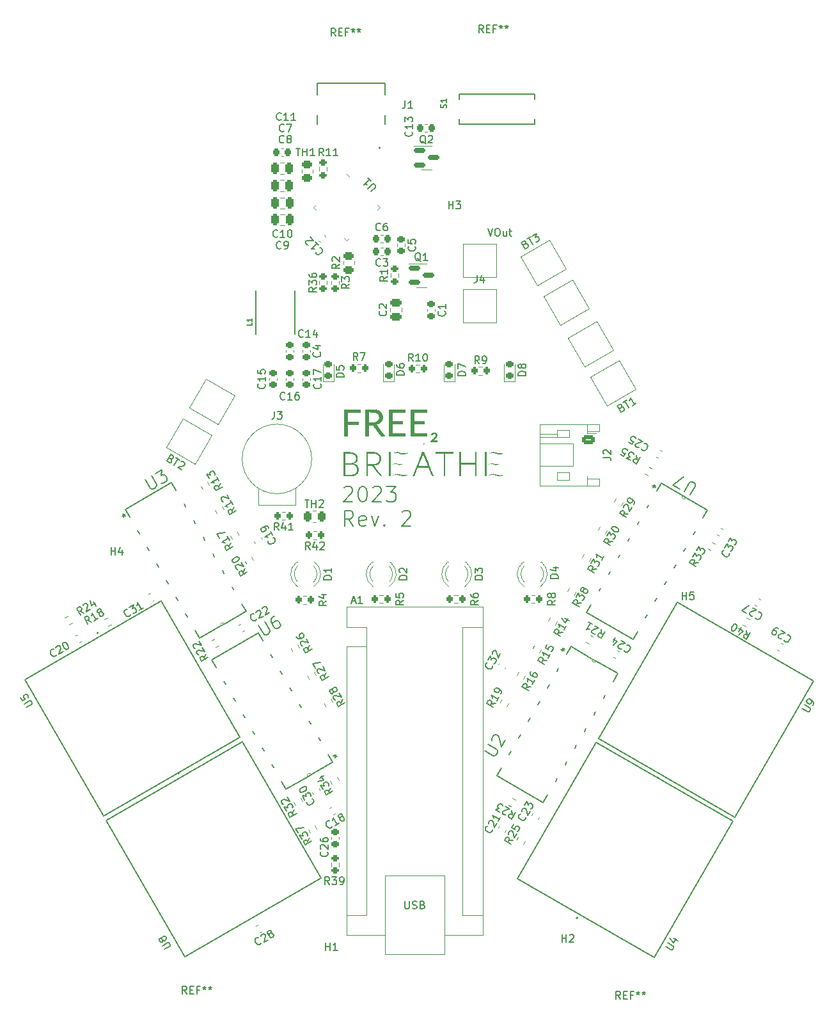
<source format=gto>
%TF.GenerationSoftware,KiCad,Pcbnew,6.0.9-8da3e8f707~116~ubuntu20.04.1*%
%TF.CreationDate,2023-02-25T13:57:50-05:00*%
%TF.ProjectId,free2breathe_pcb,66726565-3262-4726-9561-7468655f7063,rev?*%
%TF.SameCoordinates,Original*%
%TF.FileFunction,Legend,Top*%
%TF.FilePolarity,Positive*%
%FSLAX46Y46*%
G04 Gerber Fmt 4.6, Leading zero omitted, Abs format (unit mm)*
G04 Created by KiCad (PCBNEW 6.0.9-8da3e8f707~116~ubuntu20.04.1) date 2023-02-25 13:57:50*
%MOMM*%
%LPD*%
G01*
G04 APERTURE LIST*
G04 Aperture macros list*
%AMRoundRect*
0 Rectangle with rounded corners*
0 $1 Rounding radius*
0 $2 $3 $4 $5 $6 $7 $8 $9 X,Y pos of 4 corners*
0 Add a 4 corners polygon primitive as box body*
4,1,4,$2,$3,$4,$5,$6,$7,$8,$9,$2,$3,0*
0 Add four circle primitives for the rounded corners*
1,1,$1+$1,$2,$3*
1,1,$1+$1,$4,$5*
1,1,$1+$1,$6,$7*
1,1,$1+$1,$8,$9*
0 Add four rect primitives between the rounded corners*
20,1,$1+$1,$2,$3,$4,$5,0*
20,1,$1+$1,$4,$5,$6,$7,0*
20,1,$1+$1,$6,$7,$8,$9,0*
20,1,$1+$1,$8,$9,$2,$3,0*%
%AMRotRect*
0 Rectangle, with rotation*
0 The origin of the aperture is its center*
0 $1 length*
0 $2 width*
0 $3 Rotation angle, in degrees counterclockwise*
0 Add horizontal line*
21,1,$1,$2,0,0,$3*%
G04 Aperture macros list end*
%ADD10C,0.150000*%
%ADD11C,0.200000*%
%ADD12C,0.006350*%
%ADD13C,0.127000*%
%ADD14C,0.120000*%
%ADD15C,0.152400*%
%ADD16C,0.100000*%
%ADD17C,6.000000*%
%ADD18R,1.800000X2.000000*%
%ADD19C,0.650000*%
%ADD20R,0.600000X1.150000*%
%ADD21R,0.300000X1.150000*%
%ADD22R,2.180000X2.000000*%
%ADD23RoundRect,0.225000X-0.319856X-0.104006X0.069856X-0.329006X0.319856X0.104006X-0.069856X0.329006X0*%
%ADD24C,0.800000*%
%ADD25C,6.400000*%
%ADD26RoundRect,0.200000X-0.138157X0.310705X-0.338157X-0.035705X0.138157X-0.310705X0.338157X0.035705X0*%
%ADD27RoundRect,0.200000X-0.310705X-0.138157X0.035705X-0.338157X0.310705X0.138157X-0.035705X0.338157X0*%
%ADD28RoundRect,0.250000X0.250000X0.475000X-0.250000X0.475000X-0.250000X-0.475000X0.250000X-0.475000X0*%
%ADD29RoundRect,0.200000X-0.035705X-0.338157X0.310705X-0.138157X0.035705X0.338157X-0.310705X0.138157X0*%
%ADD30C,1.308000*%
%ADD31C,2.250000*%
%ADD32RoundRect,0.225000X0.069856X0.329006X-0.319856X0.104006X-0.069856X-0.329006X0.319856X-0.104006X0*%
%ADD33RoundRect,0.200000X-0.338157X0.035705X-0.138157X-0.310705X0.338157X-0.035705X0.138157X0.310705X0*%
%ADD34RoundRect,0.200000X-0.200000X-0.275000X0.200000X-0.275000X0.200000X0.275000X-0.200000X0.275000X0*%
%ADD35RoundRect,0.225000X-0.250000X0.225000X-0.250000X-0.225000X0.250000X-0.225000X0.250000X0.225000X0*%
%ADD36R,4.000000X4.000000*%
%ADD37RotRect,1.498600X1.498600X330.000000*%
%ADD38C,1.498600*%
%ADD39RoundRect,0.218750X0.256250X-0.218750X0.256250X0.218750X-0.256250X0.218750X-0.256250X-0.218750X0*%
%ADD40RoundRect,0.225000X0.319856X0.104006X-0.069856X0.329006X-0.319856X-0.104006X0.069856X-0.329006X0*%
%ADD41RoundRect,0.200000X0.200000X0.275000X-0.200000X0.275000X-0.200000X-0.275000X0.200000X-0.275000X0*%
%ADD42RotRect,1.308000X1.308000X210.000000*%
%ADD43RoundRect,0.200000X0.035705X0.338157X-0.310705X0.138157X-0.035705X-0.338157X0.310705X-0.138157X0*%
%ADD44RotRect,4.000000X4.000000X30.000000*%
%ADD45RoundRect,0.225000X0.225000X0.250000X-0.225000X0.250000X-0.225000X-0.250000X0.225000X-0.250000X0*%
%ADD46RotRect,1.308000X1.308000X330.000000*%
%ADD47RoundRect,0.225000X-0.225000X-0.250000X0.225000X-0.250000X0.225000X0.250000X-0.225000X0.250000X0*%
%ADD48R,1.800000X1.800000*%
%ADD49C,1.800000*%
%ADD50RoundRect,0.200000X0.310705X0.138157X-0.035705X0.338157X-0.310705X-0.138157X0.035705X-0.338157X0*%
%ADD51RoundRect,0.250000X0.450000X-0.262500X0.450000X0.262500X-0.450000X0.262500X-0.450000X-0.262500X0*%
%ADD52RoundRect,0.225000X-0.329006X0.069856X-0.104006X-0.319856X0.329006X-0.069856X0.104006X0.319856X0*%
%ADD53RoundRect,0.225000X0.329006X-0.069856X0.104006X0.319856X-0.329006X0.069856X-0.104006X-0.319856X0*%
%ADD54RotRect,1.498600X1.498600X210.000000*%
%ADD55RoundRect,0.250000X-0.625000X0.350000X-0.625000X-0.350000X0.625000X-0.350000X0.625000X0.350000X0*%
%ADD56O,1.750000X1.200000*%
%ADD57RoundRect,0.225000X0.250000X-0.225000X0.250000X0.225000X-0.250000X0.225000X-0.250000X-0.225000X0*%
%ADD58RoundRect,0.200000X-0.275000X0.200000X-0.275000X-0.200000X0.275000X-0.200000X0.275000X0.200000X0*%
%ADD59RoundRect,0.150000X-0.587500X-0.150000X0.587500X-0.150000X0.587500X0.150000X-0.587500X0.150000X0*%
%ADD60RotRect,4.000000X4.000000X330.000000*%
%ADD61RoundRect,0.225000X-0.069856X-0.329006X0.319856X-0.104006X0.069856X0.329006X-0.319856X0.104006X0*%
%ADD62RoundRect,0.225000X0.335876X0.017678X0.017678X0.335876X-0.335876X-0.017678X-0.017678X-0.335876X0*%
%ADD63RoundRect,0.225000X0.104006X-0.319856X0.329006X0.069856X-0.104006X0.319856X-0.329006X-0.069856X0*%
%ADD64RoundRect,0.200000X0.338157X-0.035705X0.138157X0.310705X-0.338157X0.035705X-0.138157X-0.310705X0*%
%ADD65RoundRect,0.062500X-0.291682X0.203293X0.203293X-0.291682X0.291682X-0.203293X-0.203293X0.291682X0*%
%ADD66RoundRect,0.062500X-0.291682X-0.203293X-0.203293X-0.291682X0.291682X0.203293X0.203293X0.291682X0*%
%ADD67RotRect,4.600000X4.600000X315.000000*%
%ADD68R,1.600000X1.600000*%
%ADD69O,1.600000X1.600000*%
%ADD70C,1.524000*%
%ADD71RoundRect,0.250000X-0.262500X-0.450000X0.262500X-0.450000X0.262500X0.450000X-0.262500X0.450000X0*%
%ADD72RoundRect,0.200000X0.275000X-0.200000X0.275000X0.200000X-0.275000X0.200000X-0.275000X-0.200000X0*%
%ADD73RoundRect,0.200000X0.138157X-0.310705X0.338157X0.035705X-0.138157X0.310705X-0.338157X-0.035705X0*%
%ADD74RoundRect,0.250000X0.475000X-0.250000X0.475000X0.250000X-0.475000X0.250000X-0.475000X-0.250000X0*%
G04 APERTURE END LIST*
D10*
X110078452Y-102385238D02*
X110173690Y-102290000D01*
X110364166Y-102194761D01*
X110840357Y-102194761D01*
X111030833Y-102290000D01*
X111126071Y-102385238D01*
X111221309Y-102575714D01*
X111221309Y-102766190D01*
X111126071Y-103051904D01*
X109983214Y-104194761D01*
X111221309Y-104194761D01*
X112459404Y-102194761D02*
X112649880Y-102194761D01*
X112840357Y-102290000D01*
X112935595Y-102385238D01*
X113030833Y-102575714D01*
X113126071Y-102956666D01*
X113126071Y-103432857D01*
X113030833Y-103813809D01*
X112935595Y-104004285D01*
X112840357Y-104099523D01*
X112649880Y-104194761D01*
X112459404Y-104194761D01*
X112268928Y-104099523D01*
X112173690Y-104004285D01*
X112078452Y-103813809D01*
X111983214Y-103432857D01*
X111983214Y-102956666D01*
X112078452Y-102575714D01*
X112173690Y-102385238D01*
X112268928Y-102290000D01*
X112459404Y-102194761D01*
X113887976Y-102385238D02*
X113983214Y-102290000D01*
X114173690Y-102194761D01*
X114649880Y-102194761D01*
X114840357Y-102290000D01*
X114935595Y-102385238D01*
X115030833Y-102575714D01*
X115030833Y-102766190D01*
X114935595Y-103051904D01*
X113792738Y-104194761D01*
X115030833Y-104194761D01*
X115697500Y-102194761D02*
X116935595Y-102194761D01*
X116268928Y-102956666D01*
X116554642Y-102956666D01*
X116745119Y-103051904D01*
X116840357Y-103147142D01*
X116935595Y-103337619D01*
X116935595Y-103813809D01*
X116840357Y-104004285D01*
X116745119Y-104099523D01*
X116554642Y-104194761D01*
X115983214Y-104194761D01*
X115792738Y-104099523D01*
X115697500Y-104004285D01*
X111316547Y-107414761D02*
X110649880Y-106462380D01*
X110173690Y-107414761D02*
X110173690Y-105414761D01*
X110935595Y-105414761D01*
X111126071Y-105510000D01*
X111221309Y-105605238D01*
X111316547Y-105795714D01*
X111316547Y-106081428D01*
X111221309Y-106271904D01*
X111126071Y-106367142D01*
X110935595Y-106462380D01*
X110173690Y-106462380D01*
X112935595Y-107319523D02*
X112745119Y-107414761D01*
X112364166Y-107414761D01*
X112173690Y-107319523D01*
X112078452Y-107129047D01*
X112078452Y-106367142D01*
X112173690Y-106176666D01*
X112364166Y-106081428D01*
X112745119Y-106081428D01*
X112935595Y-106176666D01*
X113030833Y-106367142D01*
X113030833Y-106557619D01*
X112078452Y-106748095D01*
X113697500Y-106081428D02*
X114173690Y-107414761D01*
X114649880Y-106081428D01*
X115411785Y-107224285D02*
X115507023Y-107319523D01*
X115411785Y-107414761D01*
X115316547Y-107319523D01*
X115411785Y-107224285D01*
X115411785Y-107414761D01*
X117792738Y-105605238D02*
X117887976Y-105510000D01*
X118078452Y-105414761D01*
X118554642Y-105414761D01*
X118745119Y-105510000D01*
X118840357Y-105605238D01*
X118935595Y-105795714D01*
X118935595Y-105986190D01*
X118840357Y-106271904D01*
X117697500Y-107414761D01*
X118935595Y-107414761D01*
D11*
X129104761Y-68052380D02*
X129438095Y-69052380D01*
X129771428Y-68052380D01*
X130295238Y-68052380D02*
X130485714Y-68052380D01*
X130580952Y-68100000D01*
X130676190Y-68195238D01*
X130723809Y-68385714D01*
X130723809Y-68719047D01*
X130676190Y-68909523D01*
X130580952Y-69004761D01*
X130485714Y-69052380D01*
X130295238Y-69052380D01*
X130200000Y-69004761D01*
X130104761Y-68909523D01*
X130057142Y-68719047D01*
X130057142Y-68385714D01*
X130104761Y-68195238D01*
X130200000Y-68100000D01*
X130295238Y-68052380D01*
X131580952Y-68385714D02*
X131580952Y-69052380D01*
X131152380Y-68385714D02*
X131152380Y-68909523D01*
X131200000Y-69004761D01*
X131295238Y-69052380D01*
X131438095Y-69052380D01*
X131533333Y-69004761D01*
X131580952Y-68957142D01*
X131914285Y-68385714D02*
X132295238Y-68385714D01*
X132057142Y-68052380D02*
X132057142Y-68909523D01*
X132104761Y-69004761D01*
X132200000Y-69052380D01*
X132295238Y-69052380D01*
D10*
%TO.C,REF\u002A\u002A*%
X146666666Y-170002380D02*
X146333333Y-169526190D01*
X146095238Y-170002380D02*
X146095238Y-169002380D01*
X146476190Y-169002380D01*
X146571428Y-169050000D01*
X146619047Y-169097619D01*
X146666666Y-169192857D01*
X146666666Y-169335714D01*
X146619047Y-169430952D01*
X146571428Y-169478571D01*
X146476190Y-169526190D01*
X146095238Y-169526190D01*
X147095238Y-169478571D02*
X147428571Y-169478571D01*
X147571428Y-170002380D02*
X147095238Y-170002380D01*
X147095238Y-169002380D01*
X147571428Y-169002380D01*
X148333333Y-169478571D02*
X148000000Y-169478571D01*
X148000000Y-170002380D02*
X148000000Y-169002380D01*
X148476190Y-169002380D01*
X149000000Y-169002380D02*
X149000000Y-169240476D01*
X148761904Y-169145238D02*
X149000000Y-169240476D01*
X149238095Y-169145238D01*
X148857142Y-169430952D02*
X149000000Y-169240476D01*
X149142857Y-169430952D01*
X149761904Y-169002380D02*
X149761904Y-169240476D01*
X149523809Y-169145238D02*
X149761904Y-169240476D01*
X150000000Y-169145238D01*
X149619047Y-169430952D02*
X149761904Y-169240476D01*
X149904761Y-169430952D01*
%TO.C,L1*%
X97889523Y-80506666D02*
X97889523Y-80811428D01*
X97249523Y-80811428D01*
X97889523Y-79958095D02*
X97889523Y-80323809D01*
X97889523Y-80140952D02*
X97249523Y-80140952D01*
X97340952Y-80201904D01*
X97401904Y-80262857D01*
X97432380Y-80323809D01*
%TO.C,J1*%
X118166666Y-51152380D02*
X118166666Y-51866666D01*
X118119047Y-52009523D01*
X118023809Y-52104761D01*
X117880952Y-52152380D01*
X117785714Y-52152380D01*
X119166666Y-52152380D02*
X118595238Y-52152380D01*
X118880952Y-52152380D02*
X118880952Y-51152380D01*
X118785714Y-51295238D01*
X118690476Y-51390476D01*
X118595238Y-51438095D01*
%TO.C,REF\u002A\u002A*%
X128516666Y-42152380D02*
X128183333Y-41676190D01*
X127945238Y-42152380D02*
X127945238Y-41152380D01*
X128326190Y-41152380D01*
X128421428Y-41200000D01*
X128469047Y-41247619D01*
X128516666Y-41342857D01*
X128516666Y-41485714D01*
X128469047Y-41580952D01*
X128421428Y-41628571D01*
X128326190Y-41676190D01*
X127945238Y-41676190D01*
X128945238Y-41628571D02*
X129278571Y-41628571D01*
X129421428Y-42152380D02*
X128945238Y-42152380D01*
X128945238Y-41152380D01*
X129421428Y-41152380D01*
X130183333Y-41628571D02*
X129850000Y-41628571D01*
X129850000Y-42152380D02*
X129850000Y-41152380D01*
X130326190Y-41152380D01*
X130850000Y-41152380D02*
X130850000Y-41390476D01*
X130611904Y-41295238D02*
X130850000Y-41390476D01*
X131088095Y-41295238D01*
X130707142Y-41580952D02*
X130850000Y-41390476D01*
X130992857Y-41580952D01*
X131611904Y-41152380D02*
X131611904Y-41390476D01*
X131373809Y-41295238D02*
X131611904Y-41390476D01*
X131850000Y-41295238D01*
X131469047Y-41580952D02*
X131611904Y-41390476D01*
X131754761Y-41580952D01*
%TO.C,C25*%
X149835302Y-96512132D02*
X149900350Y-96494703D01*
X150047878Y-96524892D01*
X150130356Y-96572511D01*
X150230265Y-96685179D01*
X150265124Y-96815276D01*
X150258745Y-96921564D01*
X150204746Y-97110331D01*
X150133317Y-97234049D01*
X149996840Y-97375197D01*
X149907982Y-97433866D01*
X149777884Y-97468725D01*
X149630356Y-97438536D01*
X149547878Y-97390917D01*
X149447969Y-97278249D01*
X149430540Y-97213200D01*
X149100625Y-97022724D02*
X149035576Y-97040154D01*
X148929288Y-97033774D01*
X148723092Y-96914727D01*
X148664423Y-96825868D01*
X148646993Y-96760820D01*
X148653373Y-96654531D01*
X148700992Y-96572053D01*
X148813660Y-96472144D01*
X149594245Y-96262987D01*
X149058134Y-95953463D01*
X147774588Y-96367108D02*
X148186981Y-96605203D01*
X148466315Y-96216619D01*
X148401266Y-96234049D01*
X148294978Y-96227669D01*
X148088782Y-96108622D01*
X148030113Y-96019763D01*
X148012683Y-95954715D01*
X148019063Y-95848426D01*
X148138110Y-95642230D01*
X148226969Y-95583561D01*
X148292017Y-95566131D01*
X148398306Y-95572511D01*
X148604502Y-95691558D01*
X148663171Y-95780417D01*
X148680601Y-95845466D01*
%TO.C,H5*%
X154838095Y-117152380D02*
X154838095Y-116152380D01*
X154838095Y-116628571D02*
X155409523Y-116628571D01*
X155409523Y-117152380D02*
X155409523Y-116152380D01*
X156361904Y-116152380D02*
X155885714Y-116152380D01*
X155838095Y-116628571D01*
X155885714Y-116580952D01*
X155980952Y-116533333D01*
X156219047Y-116533333D01*
X156314285Y-116580952D01*
X156361904Y-116628571D01*
X156409523Y-116723809D01*
X156409523Y-116961904D01*
X156361904Y-117057142D01*
X156314285Y-117104761D01*
X156219047Y-117152380D01*
X155980952Y-117152380D01*
X155885714Y-117104761D01*
X155838095Y-117057142D01*
%TO.C,R16*%
X134808760Y-128697921D02*
X134229701Y-128748500D01*
X134523046Y-129192792D02*
X133657021Y-128692792D01*
X133847497Y-128362878D01*
X133936355Y-128304209D01*
X134001404Y-128286779D01*
X134107692Y-128293159D01*
X134231410Y-128364587D01*
X134290079Y-128453446D01*
X134307509Y-128518494D01*
X134301129Y-128624783D01*
X134110653Y-128954697D01*
X135284951Y-127873134D02*
X134999237Y-128368006D01*
X135142094Y-128120570D02*
X134276068Y-127620570D01*
X134352167Y-127774478D01*
X134387027Y-127904575D01*
X134380647Y-128010863D01*
X134847497Y-126630827D02*
X134752259Y-126795784D01*
X134745879Y-126902072D01*
X134763309Y-126967121D01*
X134839408Y-127121028D01*
X134980555Y-127257506D01*
X135310470Y-127447982D01*
X135416758Y-127454362D01*
X135481807Y-127436932D01*
X135570665Y-127378263D01*
X135665903Y-127213306D01*
X135672283Y-127107017D01*
X135654853Y-127041969D01*
X135596184Y-126953110D01*
X135389988Y-126834063D01*
X135283699Y-126827683D01*
X135218651Y-126845113D01*
X135129792Y-126903782D01*
X135034554Y-127068739D01*
X135028174Y-127175027D01*
X135045604Y-127240076D01*
X135104273Y-127328934D01*
%TO.C,R21*%
X144097921Y-121091239D02*
X144148500Y-121670298D01*
X144592792Y-121376953D02*
X144092792Y-122242978D01*
X143762878Y-122052502D01*
X143704209Y-121963644D01*
X143686779Y-121898595D01*
X143693159Y-121792307D01*
X143764587Y-121668589D01*
X143853446Y-121609920D01*
X143918494Y-121592490D01*
X144024783Y-121598870D01*
X144354697Y-121789346D01*
X143315625Y-121684309D02*
X143250576Y-121701739D01*
X143144288Y-121695359D01*
X142938092Y-121576312D01*
X142879423Y-121487453D01*
X142861993Y-121422405D01*
X142868373Y-121316116D01*
X142915992Y-121233638D01*
X143028660Y-121133729D01*
X143809245Y-120924572D01*
X143273134Y-120615048D01*
X142448348Y-120138858D02*
X142943220Y-120424572D01*
X142695784Y-120281715D02*
X142195784Y-121147740D01*
X142349691Y-121071641D01*
X142479789Y-121036782D01*
X142586077Y-121043162D01*
%TO.C,C10*%
X101282142Y-69157142D02*
X101234523Y-69204761D01*
X101091666Y-69252380D01*
X100996428Y-69252380D01*
X100853571Y-69204761D01*
X100758333Y-69109523D01*
X100710714Y-69014285D01*
X100663095Y-68823809D01*
X100663095Y-68680952D01*
X100710714Y-68490476D01*
X100758333Y-68395238D01*
X100853571Y-68300000D01*
X100996428Y-68252380D01*
X101091666Y-68252380D01*
X101234523Y-68300000D01*
X101282142Y-68347619D01*
X102234523Y-69252380D02*
X101663095Y-69252380D01*
X101948809Y-69252380D02*
X101948809Y-68252380D01*
X101853571Y-68395238D01*
X101758333Y-68490476D01*
X101663095Y-68538095D01*
X102853571Y-68252380D02*
X102948809Y-68252380D01*
X103044047Y-68300000D01*
X103091666Y-68347619D01*
X103139285Y-68442857D01*
X103186904Y-68633333D01*
X103186904Y-68871428D01*
X103139285Y-69061904D01*
X103091666Y-69157142D01*
X103044047Y-69204761D01*
X102948809Y-69252380D01*
X102853571Y-69252380D01*
X102758333Y-69204761D01*
X102710714Y-69157142D01*
X102663095Y-69061904D01*
X102615476Y-68871428D01*
X102615476Y-68633333D01*
X102663095Y-68442857D01*
X102710714Y-68347619D01*
X102758333Y-68300000D01*
X102853571Y-68252380D01*
%TO.C,R22*%
X91813201Y-124330540D02*
X91567475Y-124857310D01*
X92098916Y-124825411D02*
X91232890Y-125325411D01*
X91042414Y-124995497D01*
X91036034Y-124889209D01*
X91053464Y-124824160D01*
X91112133Y-124735302D01*
X91235851Y-124663873D01*
X91342139Y-124657493D01*
X91407188Y-124674923D01*
X91496047Y-124733592D01*
X91686523Y-125063507D01*
X90839178Y-124453006D02*
X90774130Y-124435576D01*
X90685271Y-124376907D01*
X90566224Y-124170711D01*
X90559844Y-124064423D01*
X90577274Y-123999374D01*
X90635943Y-123910515D01*
X90718421Y-123862896D01*
X90865949Y-123832707D01*
X91646535Y-124041865D01*
X91337011Y-123505754D01*
X90362988Y-123628220D02*
X90297939Y-123610790D01*
X90209081Y-123552121D01*
X90090033Y-123345925D01*
X90083653Y-123239637D01*
X90101083Y-123174588D01*
X90159752Y-123085729D01*
X90242231Y-123038110D01*
X90389758Y-123007921D01*
X91170344Y-123217078D01*
X90860821Y-122680967D01*
%TO.C,S1*%
X123618710Y-52099925D02*
X123656205Y-51987439D01*
X123656205Y-51799962D01*
X123618710Y-51724972D01*
X123581215Y-51687476D01*
X123506224Y-51649981D01*
X123431233Y-51649981D01*
X123356243Y-51687476D01*
X123318747Y-51724972D01*
X123281252Y-51799962D01*
X123243757Y-51949944D01*
X123206261Y-52024934D01*
X123168766Y-52062430D01*
X123093775Y-52099925D01*
X123018785Y-52099925D01*
X122943794Y-52062430D01*
X122906299Y-52024934D01*
X122868803Y-51949944D01*
X122868803Y-51762467D01*
X122906299Y-51649981D01*
X123656205Y-50900074D02*
X123656205Y-51350018D01*
X123656205Y-51125046D02*
X122868803Y-51125046D01*
X122981289Y-51200037D01*
X123056280Y-51275028D01*
X123093775Y-51350018D01*
%TO.C,C18*%
X108521840Y-147130723D02*
X108504411Y-147195772D01*
X108404502Y-147308440D01*
X108322024Y-147356059D01*
X108174496Y-147386248D01*
X108044398Y-147351388D01*
X107955540Y-147292719D01*
X107819063Y-147151572D01*
X107747634Y-147027854D01*
X107693635Y-146839087D01*
X107687256Y-146732799D01*
X107722115Y-146602701D01*
X107822024Y-146490033D01*
X107904502Y-146442414D01*
X108052030Y-146412225D01*
X108117078Y-146429655D01*
X109394245Y-146737011D02*
X108899374Y-147022725D01*
X109146810Y-146879868D02*
X108646810Y-146013843D01*
X108635760Y-146185180D01*
X108600900Y-146315277D01*
X108542231Y-146404136D01*
X109603403Y-145956425D02*
X109497115Y-145962805D01*
X109432066Y-145945375D01*
X109343208Y-145886706D01*
X109319398Y-145845467D01*
X109313018Y-145739178D01*
X109330448Y-145674130D01*
X109389117Y-145585271D01*
X109554074Y-145490033D01*
X109660362Y-145483653D01*
X109725411Y-145501083D01*
X109814270Y-145559752D01*
X109838079Y-145600992D01*
X109844459Y-145707280D01*
X109827029Y-145772329D01*
X109768360Y-145861187D01*
X109603403Y-145956425D01*
X109544734Y-146045283D01*
X109527304Y-146110332D01*
X109533684Y-146216620D01*
X109628922Y-146381578D01*
X109717780Y-146440247D01*
X109782829Y-146457676D01*
X109889117Y-146451297D01*
X110054074Y-146356059D01*
X110112743Y-146267200D01*
X110130173Y-146202151D01*
X110123793Y-146095863D01*
X110028555Y-145930906D01*
X109939697Y-145872237D01*
X109874648Y-145854807D01*
X109768360Y-145861187D01*
%TO.C,R26*%
X105551617Y-123165540D02*
X105305891Y-123692310D01*
X105837332Y-123660411D02*
X104971306Y-124160411D01*
X104780830Y-123830497D01*
X104774450Y-123724209D01*
X104791880Y-123659160D01*
X104850549Y-123570302D01*
X104974267Y-123498873D01*
X105080555Y-123492493D01*
X105145604Y-123509923D01*
X105234463Y-123568592D01*
X105424939Y-123898507D01*
X104577594Y-123288006D02*
X104512546Y-123270576D01*
X104423687Y-123211907D01*
X104304640Y-123005711D01*
X104298260Y-122899423D01*
X104315690Y-122834374D01*
X104374359Y-122745515D01*
X104456837Y-122697896D01*
X104604365Y-122667707D01*
X105384951Y-122876865D01*
X105075427Y-122340754D01*
X103780830Y-122098446D02*
X103876068Y-122263403D01*
X103964927Y-122322072D01*
X104029975Y-122339502D01*
X104201312Y-122350552D01*
X104390079Y-122296553D01*
X104719994Y-122106077D01*
X104778663Y-122017219D01*
X104796092Y-121952170D01*
X104789713Y-121845882D01*
X104694475Y-121680925D01*
X104605616Y-121622256D01*
X104540567Y-121604826D01*
X104434279Y-121611206D01*
X104228083Y-121730253D01*
X104169414Y-121819112D01*
X104151984Y-121884160D01*
X104158364Y-121990448D01*
X104253602Y-122155406D01*
X104342460Y-122214075D01*
X104407509Y-122231505D01*
X104513797Y-122225125D01*
%TO.C,R6*%
X127852380Y-117266666D02*
X127376190Y-117600000D01*
X127852380Y-117838095D02*
X126852380Y-117838095D01*
X126852380Y-117457142D01*
X126900000Y-117361904D01*
X126947619Y-117314285D01*
X127042857Y-117266666D01*
X127185714Y-117266666D01*
X127280952Y-117314285D01*
X127328571Y-117361904D01*
X127376190Y-117457142D01*
X127376190Y-117838095D01*
X126852380Y-116409523D02*
X126852380Y-116600000D01*
X126900000Y-116695238D01*
X126947619Y-116742857D01*
X127090476Y-116838095D01*
X127280952Y-116885714D01*
X127661904Y-116885714D01*
X127757142Y-116838095D01*
X127804761Y-116790476D01*
X127852380Y-116695238D01*
X127852380Y-116504761D01*
X127804761Y-116409523D01*
X127757142Y-116361904D01*
X127661904Y-116314285D01*
X127423809Y-116314285D01*
X127328571Y-116361904D01*
X127280952Y-116409523D01*
X127233333Y-116504761D01*
X127233333Y-116695238D01*
X127280952Y-116790476D01*
X127328571Y-116838095D01*
X127423809Y-116885714D01*
%TO.C,R30*%
X145608760Y-109497921D02*
X145029701Y-109548500D01*
X145323046Y-109992792D02*
X144457021Y-109492792D01*
X144647497Y-109162878D01*
X144736355Y-109104209D01*
X144801404Y-109086779D01*
X144907692Y-109093159D01*
X145031410Y-109164587D01*
X145090079Y-109253446D01*
X145107509Y-109318494D01*
X145101129Y-109424783D01*
X144910653Y-109754697D01*
X144909402Y-108709245D02*
X145218925Y-108173134D01*
X145382173Y-108652286D01*
X145453602Y-108528568D01*
X145542460Y-108469899D01*
X145607509Y-108452469D01*
X145713797Y-108458849D01*
X145919994Y-108577896D01*
X145978663Y-108666755D01*
X145996092Y-108731804D01*
X145989713Y-108838092D01*
X145846856Y-109085528D01*
X145757997Y-109144197D01*
X145692948Y-109161626D01*
X145528449Y-107637024D02*
X145576068Y-107554545D01*
X145664927Y-107495876D01*
X145729975Y-107478446D01*
X145836264Y-107484826D01*
X146025030Y-107538825D01*
X146231227Y-107657872D01*
X146372375Y-107794350D01*
X146431044Y-107883208D01*
X146448473Y-107948257D01*
X146442094Y-108054545D01*
X146394475Y-108137024D01*
X146305616Y-108195693D01*
X146240567Y-108213122D01*
X146134279Y-108206743D01*
X145945513Y-108152744D01*
X145739316Y-108033696D01*
X145598168Y-107897219D01*
X145539499Y-107808360D01*
X145522069Y-107743312D01*
X145528449Y-107637024D01*
%TO.C,C17*%
X106957142Y-88617857D02*
X107004761Y-88665476D01*
X107052380Y-88808333D01*
X107052380Y-88903571D01*
X107004761Y-89046428D01*
X106909523Y-89141666D01*
X106814285Y-89189285D01*
X106623809Y-89236904D01*
X106480952Y-89236904D01*
X106290476Y-89189285D01*
X106195238Y-89141666D01*
X106100000Y-89046428D01*
X106052380Y-88903571D01*
X106052380Y-88808333D01*
X106100000Y-88665476D01*
X106147619Y-88617857D01*
X107052380Y-87665476D02*
X107052380Y-88236904D01*
X107052380Y-87951190D02*
X106052380Y-87951190D01*
X106195238Y-88046428D01*
X106290476Y-88141666D01*
X106338095Y-88236904D01*
X106052380Y-87332142D02*
X106052380Y-86665476D01*
X107052380Y-87094047D01*
%TO.C,C27*%
X164935302Y-118812133D02*
X165000350Y-118794704D01*
X165147878Y-118824893D01*
X165230356Y-118872512D01*
X165330265Y-118985180D01*
X165365124Y-119115277D01*
X165358745Y-119221565D01*
X165304746Y-119410332D01*
X165233317Y-119534050D01*
X165096840Y-119675198D01*
X165007982Y-119733867D01*
X164877884Y-119768726D01*
X164730356Y-119738537D01*
X164647878Y-119690918D01*
X164547969Y-119578250D01*
X164530540Y-119513201D01*
X164200625Y-119322725D02*
X164135576Y-119340155D01*
X164029288Y-119333775D01*
X163823092Y-119214728D01*
X163764423Y-119125869D01*
X163746993Y-119060821D01*
X163753373Y-118954532D01*
X163800992Y-118872054D01*
X163913660Y-118772145D01*
X164694245Y-118562988D01*
X164158134Y-118253464D01*
X163369459Y-118952823D02*
X162792109Y-118619490D01*
X163663263Y-117967750D01*
%TO.C,J4*%
X127666666Y-74252380D02*
X127666666Y-74966666D01*
X127619047Y-75109523D01*
X127523809Y-75204761D01*
X127380952Y-75252380D01*
X127285714Y-75252380D01*
X128571428Y-74585714D02*
X128571428Y-75252380D01*
X128333333Y-74204761D02*
X128095238Y-74919047D01*
X128714285Y-74919047D01*
%TO.C,U7*%
X155933071Y-103302535D02*
X156596881Y-102152783D01*
X156607344Y-101978470D01*
X156578759Y-101871790D01*
X156482541Y-101726063D01*
X156212012Y-101569872D01*
X156037699Y-101559409D01*
X155931019Y-101587994D01*
X155785291Y-101684211D01*
X155121482Y-102833963D01*
X154580422Y-102521582D02*
X153633568Y-101974916D01*
X155062260Y-100906063D01*
X151026190Y-102374252D02*
X151145238Y-102168055D01*
X151303815Y-102369581D02*
X151145238Y-102168055D01*
X150891422Y-102131486D01*
X151364194Y-102074526D02*
X151145238Y-102168055D01*
X151116758Y-101931669D01*
%TO.C,D7*%
X126152380Y-87513095D02*
X125152380Y-87513095D01*
X125152380Y-87275000D01*
X125200000Y-87132142D01*
X125295238Y-87036904D01*
X125390476Y-86989285D01*
X125580952Y-86941666D01*
X125723809Y-86941666D01*
X125914285Y-86989285D01*
X126009523Y-87036904D01*
X126104761Y-87132142D01*
X126152380Y-87275000D01*
X126152380Y-87513095D01*
X125152380Y-86608333D02*
X125152380Y-85941666D01*
X126152380Y-86370238D01*
%TO.C,C33*%
X161087866Y-111035302D02*
X161105295Y-111100350D01*
X161075106Y-111247878D01*
X161027487Y-111330356D01*
X160914819Y-111430265D01*
X160784722Y-111465124D01*
X160678434Y-111458745D01*
X160489667Y-111404746D01*
X160365949Y-111333317D01*
X160224801Y-111196840D01*
X160166132Y-111107982D01*
X160131273Y-110977884D01*
X160161462Y-110830356D01*
X160209081Y-110747878D01*
X160321749Y-110647969D01*
X160386798Y-110630540D01*
X160470986Y-110294245D02*
X160780509Y-109758134D01*
X160943757Y-110237286D01*
X161015186Y-110113568D01*
X161104044Y-110054899D01*
X161169093Y-110037469D01*
X161275381Y-110043849D01*
X161481578Y-110162896D01*
X161540247Y-110251755D01*
X161557676Y-110316804D01*
X161551297Y-110423092D01*
X161408440Y-110670528D01*
X161319581Y-110729197D01*
X161254532Y-110746626D01*
X160947176Y-109469459D02*
X161256700Y-108933348D01*
X161419948Y-109412500D01*
X161491376Y-109288782D01*
X161580235Y-109230113D01*
X161645283Y-109212683D01*
X161751572Y-109219063D01*
X161957768Y-109338110D01*
X162016437Y-109426969D01*
X162033867Y-109492017D01*
X162027487Y-109598306D01*
X161884630Y-109845741D01*
X161795772Y-109904411D01*
X161730723Y-109921840D01*
%TO.C,R41*%
X101432142Y-107982380D02*
X101098809Y-107506190D01*
X100860714Y-107982380D02*
X100860714Y-106982380D01*
X101241666Y-106982380D01*
X101336904Y-107030000D01*
X101384523Y-107077619D01*
X101432142Y-107172857D01*
X101432142Y-107315714D01*
X101384523Y-107410952D01*
X101336904Y-107458571D01*
X101241666Y-107506190D01*
X100860714Y-107506190D01*
X102289285Y-107315714D02*
X102289285Y-107982380D01*
X102051190Y-106934761D02*
X101813095Y-107649047D01*
X102432142Y-107649047D01*
X103336904Y-107982380D02*
X102765476Y-107982380D01*
X103051190Y-107982380D02*
X103051190Y-106982380D01*
X102955952Y-107125238D01*
X102860714Y-107220476D01*
X102765476Y-107268095D01*
%TO.C,C4*%
X106887142Y-84441666D02*
X106934761Y-84489285D01*
X106982380Y-84632142D01*
X106982380Y-84727380D01*
X106934761Y-84870238D01*
X106839523Y-84965476D01*
X106744285Y-85013095D01*
X106553809Y-85060714D01*
X106410952Y-85060714D01*
X106220476Y-85013095D01*
X106125238Y-84965476D01*
X106030000Y-84870238D01*
X105982380Y-84727380D01*
X105982380Y-84632142D01*
X106030000Y-84489285D01*
X106077619Y-84441666D01*
X106315714Y-83584523D02*
X106982380Y-83584523D01*
X105934761Y-83822619D02*
X106649047Y-84060714D01*
X106649047Y-83441666D01*
%TO.C,U8*%
X86306700Y-163433638D02*
X87007768Y-163028876D01*
X87066437Y-162940018D01*
X87083867Y-162874969D01*
X87077487Y-162768681D01*
X86982249Y-162603723D01*
X86893391Y-162545054D01*
X86828342Y-162527625D01*
X86722054Y-162534004D01*
X86020986Y-162938766D01*
X86082616Y-162188370D02*
X86088995Y-162294658D01*
X86071565Y-162359707D01*
X86012896Y-162448565D01*
X85971657Y-162472374D01*
X85865369Y-162478754D01*
X85800320Y-162461324D01*
X85711462Y-162402655D01*
X85616224Y-162237698D01*
X85609844Y-162131410D01*
X85627274Y-162066361D01*
X85685943Y-161977503D01*
X85727182Y-161953693D01*
X85833470Y-161947313D01*
X85898519Y-161964743D01*
X85987377Y-162023412D01*
X86082616Y-162188370D01*
X86171474Y-162247039D01*
X86236523Y-162264468D01*
X86342811Y-162258089D01*
X86507768Y-162162851D01*
X86566437Y-162073992D01*
X86583867Y-162008943D01*
X86577487Y-161902655D01*
X86482249Y-161737698D01*
X86393391Y-161679029D01*
X86328342Y-161661599D01*
X86222054Y-161667979D01*
X86057097Y-161763217D01*
X85998427Y-161852075D01*
X85980998Y-161917124D01*
X85987377Y-162023412D01*
%TO.C,H1*%
X107638095Y-163552380D02*
X107638095Y-162552380D01*
X107638095Y-163028571D02*
X108209523Y-163028571D01*
X108209523Y-163552380D02*
X108209523Y-162552380D01*
X109209523Y-163552380D02*
X108638095Y-163552380D01*
X108923809Y-163552380D02*
X108923809Y-162552380D01*
X108828571Y-162695238D01*
X108733333Y-162790476D01*
X108638095Y-162838095D01*
%TO.C,R24*%
X75669459Y-118913201D02*
X75142689Y-118667475D01*
X75174588Y-119198916D02*
X74674588Y-118332890D01*
X75004502Y-118142414D01*
X75110790Y-118136034D01*
X75175839Y-118153464D01*
X75264697Y-118212133D01*
X75336126Y-118335851D01*
X75342506Y-118442139D01*
X75325076Y-118507188D01*
X75266407Y-118596047D01*
X74936492Y-118786523D01*
X75546993Y-117939178D02*
X75564423Y-117874130D01*
X75623092Y-117785271D01*
X75829288Y-117666224D01*
X75935576Y-117659844D01*
X76000625Y-117677274D01*
X76089484Y-117735943D01*
X76137103Y-117818421D01*
X76167292Y-117965949D01*
X75958134Y-118746535D01*
X76494245Y-118437011D01*
X76903220Y-117431089D02*
X77236553Y-118008440D01*
X76506547Y-117220222D02*
X76657493Y-117957860D01*
X77193604Y-117648336D01*
%TO.C,H2*%
X138938095Y-162452380D02*
X138938095Y-161452380D01*
X138938095Y-161928571D02*
X139509523Y-161928571D01*
X139509523Y-162452380D02*
X139509523Y-161452380D01*
X139938095Y-161547619D02*
X139985714Y-161500000D01*
X140080952Y-161452380D01*
X140319047Y-161452380D01*
X140414285Y-161500000D01*
X140461904Y-161547619D01*
X140509523Y-161642857D01*
X140509523Y-161738095D01*
X140461904Y-161880952D01*
X139890476Y-162452380D01*
X140509523Y-162452380D01*
%TO.C,D8*%
X134152380Y-87513095D02*
X133152380Y-87513095D01*
X133152380Y-87275000D01*
X133200000Y-87132142D01*
X133295238Y-87036904D01*
X133390476Y-86989285D01*
X133580952Y-86941666D01*
X133723809Y-86941666D01*
X133914285Y-86989285D01*
X134009523Y-87036904D01*
X134104761Y-87132142D01*
X134152380Y-87275000D01*
X134152380Y-87513095D01*
X133580952Y-86370238D02*
X133533333Y-86465476D01*
X133485714Y-86513095D01*
X133390476Y-86560714D01*
X133342857Y-86560714D01*
X133247619Y-86513095D01*
X133200000Y-86465476D01*
X133152380Y-86370238D01*
X133152380Y-86179761D01*
X133200000Y-86084523D01*
X133247619Y-86036904D01*
X133342857Y-85989285D01*
X133390476Y-85989285D01*
X133485714Y-86036904D01*
X133533333Y-86084523D01*
X133580952Y-86179761D01*
X133580952Y-86370238D01*
X133628571Y-86465476D01*
X133676190Y-86513095D01*
X133771428Y-86560714D01*
X133961904Y-86560714D01*
X134057142Y-86513095D01*
X134104761Y-86465476D01*
X134152380Y-86370238D01*
X134152380Y-86179761D01*
X134104761Y-86084523D01*
X134057142Y-86036904D01*
X133961904Y-85989285D01*
X133771428Y-85989285D01*
X133676190Y-86036904D01*
X133628571Y-86084523D01*
X133580952Y-86179761D01*
%TO.C,C22*%
X98521840Y-119730723D02*
X98504411Y-119795772D01*
X98404502Y-119908440D01*
X98322024Y-119956059D01*
X98174496Y-119986248D01*
X98044398Y-119951388D01*
X97955540Y-119892719D01*
X97819063Y-119751572D01*
X97747634Y-119627854D01*
X97693635Y-119439087D01*
X97687256Y-119332799D01*
X97722115Y-119202701D01*
X97822024Y-119090033D01*
X97904502Y-119042414D01*
X98052030Y-119012225D01*
X98117078Y-119029655D01*
X98446993Y-118839178D02*
X98464423Y-118774130D01*
X98523092Y-118685271D01*
X98729288Y-118566224D01*
X98835576Y-118559844D01*
X98900625Y-118577274D01*
X98989484Y-118635943D01*
X99037103Y-118718421D01*
X99067292Y-118865949D01*
X98858134Y-119646535D01*
X99394245Y-119337011D01*
X99271779Y-118362988D02*
X99289209Y-118297939D01*
X99347878Y-118209081D01*
X99554074Y-118090033D01*
X99660362Y-118083653D01*
X99725411Y-118101083D01*
X99814270Y-118159752D01*
X99861889Y-118242231D01*
X99892078Y-118389758D01*
X99682921Y-119170344D01*
X100219032Y-118860821D01*
%TO.C,BT1*%
X146783837Y-91730997D02*
X146931364Y-91700807D01*
X146996413Y-91718237D01*
X147085271Y-91776906D01*
X147156700Y-91900624D01*
X147163080Y-92006912D01*
X147145650Y-92071961D01*
X147086981Y-92160820D01*
X146757066Y-92351296D01*
X146257066Y-91485270D01*
X146545741Y-91318604D01*
X146652030Y-91312224D01*
X146717078Y-91329654D01*
X146805937Y-91388323D01*
X146853556Y-91470801D01*
X146859936Y-91577090D01*
X146842506Y-91642138D01*
X146783837Y-91730997D01*
X146495162Y-91897663D01*
X146999374Y-91056699D02*
X147494245Y-90770985D01*
X147746810Y-91779867D02*
X147246810Y-90913842D01*
X148736553Y-91208439D02*
X148241681Y-91494153D01*
X148489117Y-91351296D02*
X147989117Y-90485270D01*
X147978067Y-90656607D01*
X147943208Y-90786705D01*
X147884538Y-90875563D01*
%TO.C,C11*%
X101757142Y-53657142D02*
X101709523Y-53704761D01*
X101566666Y-53752380D01*
X101471428Y-53752380D01*
X101328571Y-53704761D01*
X101233333Y-53609523D01*
X101185714Y-53514285D01*
X101138095Y-53323809D01*
X101138095Y-53180952D01*
X101185714Y-52990476D01*
X101233333Y-52895238D01*
X101328571Y-52800000D01*
X101471428Y-52752380D01*
X101566666Y-52752380D01*
X101709523Y-52800000D01*
X101757142Y-52847619D01*
X102709523Y-53752380D02*
X102138095Y-53752380D01*
X102423809Y-53752380D02*
X102423809Y-52752380D01*
X102328571Y-52895238D01*
X102233333Y-52990476D01*
X102138095Y-53038095D01*
X103661904Y-53752380D02*
X103090476Y-53752380D01*
X103376190Y-53752380D02*
X103376190Y-52752380D01*
X103280952Y-52895238D01*
X103185714Y-52990476D01*
X103090476Y-53038095D01*
%TO.C,U9*%
X170744795Y-131586018D02*
X171445863Y-131990780D01*
X171552151Y-131997160D01*
X171617200Y-131979730D01*
X171706059Y-131921061D01*
X171801297Y-131756103D01*
X171807676Y-131649815D01*
X171790247Y-131584766D01*
X171731578Y-131495908D01*
X171030509Y-131091146D01*
X172158440Y-131137514D02*
X172253678Y-130972557D01*
X172260057Y-130866268D01*
X172242628Y-130801220D01*
X172166529Y-130647312D01*
X172025381Y-130510835D01*
X171695467Y-130320359D01*
X171589178Y-130313979D01*
X171524130Y-130331409D01*
X171435271Y-130390078D01*
X171340033Y-130555035D01*
X171333653Y-130661323D01*
X171351083Y-130726372D01*
X171409752Y-130815231D01*
X171615949Y-130934278D01*
X171722237Y-130940658D01*
X171787286Y-130923228D01*
X171876144Y-130864559D01*
X171971382Y-130699602D01*
X171977762Y-130593314D01*
X171960332Y-130528265D01*
X171901663Y-130439407D01*
%TO.C,R25*%
X132470344Y-148982921D02*
X131891285Y-149033500D01*
X132184630Y-149477792D02*
X131318605Y-148977792D01*
X131509081Y-148647878D01*
X131597939Y-148589209D01*
X131662988Y-148571779D01*
X131769276Y-148578159D01*
X131892994Y-148649587D01*
X131951663Y-148738446D01*
X131969093Y-148803494D01*
X131962713Y-148909783D01*
X131772237Y-149239697D01*
X131877274Y-148200625D02*
X131859844Y-148135576D01*
X131866224Y-148029288D01*
X131985271Y-147823092D01*
X132074130Y-147764423D01*
X132139178Y-147746993D01*
X132245467Y-147753373D01*
X132327945Y-147800992D01*
X132427854Y-147913660D01*
X132637011Y-148694245D01*
X132946535Y-148158134D01*
X132532890Y-146874588D02*
X132294795Y-147286981D01*
X132683379Y-147566315D01*
X132665949Y-147501266D01*
X132672329Y-147394978D01*
X132791376Y-147188782D01*
X132880235Y-147130113D01*
X132945283Y-147112683D01*
X133051572Y-147119063D01*
X133257768Y-147238110D01*
X133316437Y-147326969D01*
X133333867Y-147392017D01*
X133327487Y-147498306D01*
X133208440Y-147704502D01*
X133119581Y-147763171D01*
X133054532Y-147780601D01*
%TO.C,H3*%
X123938095Y-65452380D02*
X123938095Y-64452380D01*
X123938095Y-64928571D02*
X124509523Y-64928571D01*
X124509523Y-65452380D02*
X124509523Y-64452380D01*
X124890476Y-64452380D02*
X125509523Y-64452380D01*
X125176190Y-64833333D01*
X125319047Y-64833333D01*
X125414285Y-64880952D01*
X125461904Y-64928571D01*
X125509523Y-65023809D01*
X125509523Y-65261904D01*
X125461904Y-65357142D01*
X125414285Y-65404761D01*
X125319047Y-65452380D01*
X125033333Y-65452380D01*
X124938095Y-65404761D01*
X124890476Y-65357142D01*
%TO.C,C6*%
X114908333Y-68257142D02*
X114860714Y-68304761D01*
X114717857Y-68352380D01*
X114622619Y-68352380D01*
X114479761Y-68304761D01*
X114384523Y-68209523D01*
X114336904Y-68114285D01*
X114289285Y-67923809D01*
X114289285Y-67780952D01*
X114336904Y-67590476D01*
X114384523Y-67495238D01*
X114479761Y-67400000D01*
X114622619Y-67352380D01*
X114717857Y-67352380D01*
X114860714Y-67400000D01*
X114908333Y-67447619D01*
X115765476Y-67352380D02*
X115575000Y-67352380D01*
X115479761Y-67400000D01*
X115432142Y-67447619D01*
X115336904Y-67590476D01*
X115289285Y-67780952D01*
X115289285Y-68161904D01*
X115336904Y-68257142D01*
X115384523Y-68304761D01*
X115479761Y-68352380D01*
X115670238Y-68352380D01*
X115765476Y-68304761D01*
X115813095Y-68257142D01*
X115860714Y-68161904D01*
X115860714Y-67923809D01*
X115813095Y-67828571D01*
X115765476Y-67780952D01*
X115670238Y-67733333D01*
X115479761Y-67733333D01*
X115384523Y-67780952D01*
X115336904Y-67828571D01*
X115289285Y-67923809D01*
%TO.C,D3*%
X128412380Y-114508095D02*
X127412380Y-114508095D01*
X127412380Y-114270000D01*
X127460000Y-114127142D01*
X127555238Y-114031904D01*
X127650476Y-113984285D01*
X127840952Y-113936666D01*
X127983809Y-113936666D01*
X128174285Y-113984285D01*
X128269523Y-114031904D01*
X128364761Y-114127142D01*
X128412380Y-114270000D01*
X128412380Y-114508095D01*
X127412380Y-113603333D02*
X127412380Y-112984285D01*
X127793333Y-113317619D01*
X127793333Y-113174761D01*
X127840952Y-113079523D01*
X127888571Y-113031904D01*
X127983809Y-112984285D01*
X128221904Y-112984285D01*
X128317142Y-113031904D01*
X128364761Y-113079523D01*
X128412380Y-113174761D01*
X128412380Y-113460476D01*
X128364761Y-113555714D01*
X128317142Y-113603333D01*
%TO.C,R40*%
X163382921Y-121229655D02*
X163433500Y-121808714D01*
X163877792Y-121515369D02*
X163377792Y-122381394D01*
X163047878Y-122190918D01*
X162989209Y-122102060D01*
X162971779Y-122037011D01*
X162978159Y-121930723D01*
X163049587Y-121807005D01*
X163138446Y-121748336D01*
X163203494Y-121730906D01*
X163309783Y-121737286D01*
X163639697Y-121927762D01*
X162307280Y-121378434D02*
X162640613Y-120801083D01*
X162323000Y-121827396D02*
X162886339Y-121327854D01*
X162350229Y-121018330D01*
X161522024Y-121309966D02*
X161439545Y-121262347D01*
X161380876Y-121173488D01*
X161363446Y-121108440D01*
X161369826Y-121002151D01*
X161423825Y-120813385D01*
X161542872Y-120607188D01*
X161679350Y-120466040D01*
X161768208Y-120407371D01*
X161833257Y-120389942D01*
X161939545Y-120396321D01*
X162022024Y-120443940D01*
X162080693Y-120532799D01*
X162098122Y-120597848D01*
X162091743Y-120704136D01*
X162037744Y-120892902D01*
X161918696Y-121099099D01*
X161782219Y-121240247D01*
X161693360Y-121298916D01*
X161628312Y-121316346D01*
X161522024Y-121309966D01*
%TO.C,R32*%
X103513202Y-144930540D02*
X103267476Y-145457310D01*
X103798917Y-145425411D02*
X102932891Y-145925411D01*
X102742415Y-145595497D01*
X102736035Y-145489209D01*
X102753465Y-145424160D01*
X102812134Y-145335302D01*
X102935852Y-145263873D01*
X103042140Y-145257493D01*
X103107189Y-145274923D01*
X103196048Y-145333592D01*
X103386524Y-145663507D01*
X102480510Y-145141865D02*
X102170987Y-144605754D01*
X102667568Y-144703952D01*
X102596139Y-144580235D01*
X102589759Y-144473946D01*
X102607189Y-144408898D01*
X102665858Y-144320039D01*
X102872055Y-144200992D01*
X102978343Y-144194612D01*
X103043392Y-144212042D01*
X103132250Y-144270711D01*
X103275107Y-144518147D01*
X103281487Y-144624435D01*
X103264057Y-144689484D01*
X102062989Y-144228220D02*
X101997940Y-144210790D01*
X101909082Y-144152121D01*
X101790034Y-143945925D01*
X101783654Y-143839637D01*
X101801084Y-143774588D01*
X101859753Y-143685729D01*
X101942232Y-143638110D01*
X102089759Y-143607921D01*
X102870345Y-143817078D01*
X102560822Y-143280967D01*
%TO.C,C24*%
X147550302Y-123173717D02*
X147615350Y-123156288D01*
X147762878Y-123186477D01*
X147845356Y-123234096D01*
X147945265Y-123346764D01*
X147980124Y-123476861D01*
X147973745Y-123583149D01*
X147919746Y-123771916D01*
X147848317Y-123895634D01*
X147711840Y-124036782D01*
X147622982Y-124095451D01*
X147492884Y-124130310D01*
X147345356Y-124100121D01*
X147262878Y-124052502D01*
X147162969Y-123939834D01*
X147145540Y-123874785D01*
X146815625Y-123684309D02*
X146750576Y-123701739D01*
X146644288Y-123695359D01*
X146438092Y-123576312D01*
X146379423Y-123487453D01*
X146361993Y-123422405D01*
X146368373Y-123316116D01*
X146415992Y-123233638D01*
X146528660Y-123133729D01*
X147309245Y-122924572D01*
X146773134Y-122615048D01*
X145697494Y-122763827D02*
X146030827Y-122186477D01*
X145713214Y-123212789D02*
X146276553Y-122713247D01*
X145740442Y-122403723D01*
%TO.C,R33*%
X156970344Y-112282921D02*
X156391285Y-112333500D01*
X156684630Y-112777792D02*
X155818605Y-112277792D01*
X156009081Y-111947878D01*
X156097939Y-111889209D01*
X156162988Y-111871779D01*
X156269276Y-111878159D01*
X156392994Y-111949587D01*
X156451663Y-112038446D01*
X156469093Y-112103494D01*
X156462713Y-112209783D01*
X156272237Y-112539697D01*
X156270986Y-111494245D02*
X156580509Y-110958134D01*
X156743757Y-111437286D01*
X156815186Y-111313568D01*
X156904044Y-111254899D01*
X156969093Y-111237469D01*
X157075381Y-111243849D01*
X157281578Y-111362896D01*
X157340247Y-111451755D01*
X157357676Y-111516804D01*
X157351297Y-111623092D01*
X157208440Y-111870528D01*
X157119581Y-111929197D01*
X157054532Y-111946626D01*
X156747176Y-110669459D02*
X157056700Y-110133348D01*
X157219948Y-110612500D01*
X157291376Y-110488782D01*
X157380235Y-110430113D01*
X157445283Y-110412683D01*
X157551572Y-110419063D01*
X157757768Y-110538110D01*
X157816437Y-110626969D01*
X157833867Y-110692017D01*
X157827487Y-110798306D01*
X157684630Y-111045741D01*
X157595772Y-111104411D01*
X157530723Y-111121840D01*
%TO.C,C1*%
X123424642Y-79016666D02*
X123472261Y-79064285D01*
X123519880Y-79207142D01*
X123519880Y-79302380D01*
X123472261Y-79445238D01*
X123377023Y-79540476D01*
X123281785Y-79588095D01*
X123091309Y-79635714D01*
X122948452Y-79635714D01*
X122757976Y-79588095D01*
X122662738Y-79540476D01*
X122567500Y-79445238D01*
X122519880Y-79302380D01*
X122519880Y-79207142D01*
X122567500Y-79064285D01*
X122615119Y-79016666D01*
X123519880Y-78064285D02*
X123519880Y-78635714D01*
X123519880Y-78350000D02*
X122519880Y-78350000D01*
X122662738Y-78445238D01*
X122757976Y-78540476D01*
X122805595Y-78635714D01*
%TO.C,R35*%
X148782921Y-98029654D02*
X148833500Y-98608713D01*
X149277792Y-98315368D02*
X148777792Y-99181393D01*
X148447878Y-98990917D01*
X148389209Y-98902059D01*
X148371779Y-98837010D01*
X148378159Y-98730722D01*
X148449587Y-98607004D01*
X148538446Y-98548335D01*
X148603494Y-98530905D01*
X148709783Y-98537285D01*
X149039697Y-98727761D01*
X147994245Y-98729012D02*
X147458134Y-98419489D01*
X147937286Y-98256241D01*
X147813568Y-98184812D01*
X147754899Y-98095954D01*
X147737469Y-98030905D01*
X147743849Y-97924617D01*
X147862896Y-97718420D01*
X147951755Y-97659751D01*
X148016804Y-97642322D01*
X148123092Y-97648701D01*
X148370528Y-97791558D01*
X148429197Y-97880417D01*
X148446626Y-97945466D01*
X146674588Y-97967108D02*
X147086981Y-98205203D01*
X147366315Y-97816619D01*
X147301266Y-97834049D01*
X147194978Y-97827669D01*
X146988782Y-97708622D01*
X146930113Y-97619763D01*
X146912683Y-97554715D01*
X146919063Y-97448426D01*
X147038110Y-97242230D01*
X147126969Y-97183561D01*
X147192017Y-97166131D01*
X147298306Y-97172511D01*
X147504502Y-97291558D01*
X147563171Y-97380417D01*
X147580601Y-97445466D01*
%TO.C,TH1*%
X103714285Y-57452380D02*
X104285714Y-57452380D01*
X104000000Y-58452380D02*
X104000000Y-57452380D01*
X104619047Y-58452380D02*
X104619047Y-57452380D01*
X104619047Y-57928571D02*
X105190476Y-57928571D01*
X105190476Y-58452380D02*
X105190476Y-57452380D01*
X106190476Y-58452380D02*
X105619047Y-58452380D01*
X105904761Y-58452380D02*
X105904761Y-57452380D01*
X105809523Y-57595238D01*
X105714285Y-57690476D01*
X105619047Y-57738095D01*
%TO.C,C30*%
X105830723Y-143478159D02*
X105895772Y-143495588D01*
X106008440Y-143595497D01*
X106056059Y-143677975D01*
X106086248Y-143825503D01*
X106051388Y-143955601D01*
X105992719Y-144044459D01*
X105851572Y-144180936D01*
X105727854Y-144252365D01*
X105539087Y-144306364D01*
X105432799Y-144312743D01*
X105302701Y-144277884D01*
X105190033Y-144177975D01*
X105142414Y-144095497D01*
X105112225Y-143947969D01*
X105129655Y-143882921D01*
X104880509Y-143641865D02*
X104570986Y-143105754D01*
X105067567Y-143203952D01*
X104996138Y-143080235D01*
X104989758Y-142973946D01*
X105007188Y-142908898D01*
X105065857Y-142820039D01*
X105272054Y-142700992D01*
X105378342Y-142694612D01*
X105443391Y-142712042D01*
X105532249Y-142770711D01*
X105675106Y-143018147D01*
X105681486Y-143124435D01*
X105664056Y-143189484D01*
X104261462Y-142569643D02*
X104213843Y-142487164D01*
X104207463Y-142380876D01*
X104224893Y-142315827D01*
X104283562Y-142226969D01*
X104424710Y-142090491D01*
X104630906Y-141971444D01*
X104819673Y-141917445D01*
X104925961Y-141911065D01*
X104991010Y-141928495D01*
X105079868Y-141987164D01*
X105127487Y-142069643D01*
X105133867Y-142175931D01*
X105116437Y-142240980D01*
X105057768Y-142329838D01*
X104916620Y-142466315D01*
X104710424Y-142585363D01*
X104521657Y-142639362D01*
X104415369Y-142645741D01*
X104350320Y-142628312D01*
X104261462Y-142569643D01*
%TO.C,C19*%
X100730723Y-108978159D02*
X100795772Y-108995588D01*
X100908440Y-109095497D01*
X100956059Y-109177975D01*
X100986248Y-109325503D01*
X100951388Y-109455601D01*
X100892719Y-109544459D01*
X100751572Y-109680936D01*
X100627854Y-109752365D01*
X100439087Y-109806364D01*
X100332799Y-109812743D01*
X100202701Y-109777884D01*
X100090033Y-109677975D01*
X100042414Y-109595497D01*
X100012225Y-109447969D01*
X100029655Y-109382921D01*
X100337011Y-108105754D02*
X100622725Y-108600625D01*
X100479868Y-108353189D02*
X99613843Y-108853189D01*
X99785180Y-108864239D01*
X99915277Y-108899099D01*
X100004136Y-108957768D01*
X100098916Y-107693360D02*
X100003678Y-107528403D01*
X99914819Y-107469734D01*
X99849770Y-107452304D01*
X99678434Y-107441254D01*
X99489667Y-107495253D01*
X99159752Y-107685729D01*
X99101083Y-107774588D01*
X99083653Y-107839637D01*
X99090033Y-107945925D01*
X99185271Y-108110882D01*
X99274130Y-108169551D01*
X99339178Y-108186981D01*
X99445467Y-108180601D01*
X99651663Y-108061553D01*
X99710332Y-107972695D01*
X99727762Y-107907646D01*
X99721382Y-107801358D01*
X99626144Y-107636401D01*
X99537286Y-107577732D01*
X99472237Y-107560302D01*
X99365949Y-107566682D01*
%TO.C,R42*%
X105582142Y-110532380D02*
X105248809Y-110056190D01*
X105010714Y-110532380D02*
X105010714Y-109532380D01*
X105391666Y-109532380D01*
X105486904Y-109580000D01*
X105534523Y-109627619D01*
X105582142Y-109722857D01*
X105582142Y-109865714D01*
X105534523Y-109960952D01*
X105486904Y-110008571D01*
X105391666Y-110056190D01*
X105010714Y-110056190D01*
X106439285Y-109865714D02*
X106439285Y-110532380D01*
X106201190Y-109484761D02*
X105963095Y-110199047D01*
X106582142Y-110199047D01*
X106915476Y-109627619D02*
X106963095Y-109580000D01*
X107058333Y-109532380D01*
X107296428Y-109532380D01*
X107391666Y-109580000D01*
X107439285Y-109627619D01*
X107486904Y-109722857D01*
X107486904Y-109818095D01*
X107439285Y-109960952D01*
X106867857Y-110532380D01*
X107486904Y-110532380D01*
%TO.C,D6*%
X118052380Y-87438095D02*
X117052380Y-87438095D01*
X117052380Y-87200000D01*
X117100000Y-87057142D01*
X117195238Y-86961904D01*
X117290476Y-86914285D01*
X117480952Y-86866666D01*
X117623809Y-86866666D01*
X117814285Y-86914285D01*
X117909523Y-86961904D01*
X118004761Y-87057142D01*
X118052380Y-87200000D01*
X118052380Y-87438095D01*
X117052380Y-86009523D02*
X117052380Y-86200000D01*
X117100000Y-86295238D01*
X117147619Y-86342857D01*
X117290476Y-86438095D01*
X117480952Y-86485714D01*
X117861904Y-86485714D01*
X117957142Y-86438095D01*
X118004761Y-86390476D01*
X118052380Y-86295238D01*
X118052380Y-86104761D01*
X118004761Y-86009523D01*
X117957142Y-85961904D01*
X117861904Y-85914285D01*
X117623809Y-85914285D01*
X117528571Y-85961904D01*
X117480952Y-86009523D01*
X117433333Y-86104761D01*
X117433333Y-86295238D01*
X117480952Y-86390476D01*
X117528571Y-86438095D01*
X117623809Y-86485714D01*
%TO.C,REF\u002A\u002A*%
X108966666Y-42602380D02*
X108633333Y-42126190D01*
X108395238Y-42602380D02*
X108395238Y-41602380D01*
X108776190Y-41602380D01*
X108871428Y-41650000D01*
X108919047Y-41697619D01*
X108966666Y-41792857D01*
X108966666Y-41935714D01*
X108919047Y-42030952D01*
X108871428Y-42078571D01*
X108776190Y-42126190D01*
X108395238Y-42126190D01*
X109395238Y-42078571D02*
X109728571Y-42078571D01*
X109871428Y-42602380D02*
X109395238Y-42602380D01*
X109395238Y-41602380D01*
X109871428Y-41602380D01*
X110633333Y-42078571D02*
X110300000Y-42078571D01*
X110300000Y-42602380D02*
X110300000Y-41602380D01*
X110776190Y-41602380D01*
X111300000Y-41602380D02*
X111300000Y-41840476D01*
X111061904Y-41745238D02*
X111300000Y-41840476D01*
X111538095Y-41745238D01*
X111157142Y-42030952D02*
X111300000Y-41840476D01*
X111442857Y-42030952D01*
X112061904Y-41602380D02*
X112061904Y-41840476D01*
X111823809Y-41745238D02*
X112061904Y-41840476D01*
X112300000Y-41745238D01*
X111919047Y-42030952D02*
X112061904Y-41840476D01*
X112204761Y-42030952D01*
%TO.C,U3*%
X83768833Y-101246988D02*
X84432642Y-102396740D01*
X84578370Y-102492957D01*
X84685050Y-102521542D01*
X84859362Y-102511079D01*
X85129892Y-102354889D01*
X85226110Y-102209161D01*
X85254694Y-102102481D01*
X85244232Y-101928169D01*
X84580422Y-100778417D01*
X85121482Y-100466036D02*
X86000704Y-99958417D01*
X85839657Y-100772810D01*
X86042555Y-100655667D01*
X86216867Y-100645204D01*
X86323547Y-100673789D01*
X86469275Y-100770006D01*
X86664513Y-101108169D01*
X86674976Y-101282481D01*
X86646391Y-101389161D01*
X86550174Y-101534889D01*
X86144379Y-101769175D01*
X85970067Y-101779637D01*
X85863386Y-101751052D01*
X80826190Y-105825747D02*
X80945238Y-106031944D01*
X80691422Y-106068513D02*
X80945238Y-106031944D01*
X81103815Y-105830418D01*
X80916758Y-106268330D02*
X80945238Y-106031944D01*
X81164194Y-106125473D01*
%TO.C,U5*%
X68006700Y-131433638D02*
X68707768Y-131028876D01*
X68766437Y-130940018D01*
X68783867Y-130874969D01*
X68777487Y-130768681D01*
X68682249Y-130603723D01*
X68593391Y-130545054D01*
X68528342Y-130527625D01*
X68422054Y-130534004D01*
X67720986Y-130938766D01*
X67244795Y-130113980D02*
X67482890Y-130526373D01*
X67919093Y-130329517D01*
X67854044Y-130312087D01*
X67765186Y-130253418D01*
X67646138Y-130047222D01*
X67639758Y-129940934D01*
X67657188Y-129875885D01*
X67715857Y-129787027D01*
X67922054Y-129667979D01*
X68028342Y-129661599D01*
X68093391Y-129679029D01*
X68182249Y-129737698D01*
X68301297Y-129943895D01*
X68307676Y-130050183D01*
X68290247Y-130115232D01*
%TO.C,J2*%
X144402380Y-98333333D02*
X145116666Y-98333333D01*
X145259523Y-98380952D01*
X145354761Y-98476190D01*
X145402380Y-98619047D01*
X145402380Y-98714285D01*
X144497619Y-97904761D02*
X144450000Y-97857142D01*
X144402380Y-97761904D01*
X144402380Y-97523809D01*
X144450000Y-97428571D01*
X144497619Y-97380952D01*
X144592857Y-97333333D01*
X144688095Y-97333333D01*
X144830952Y-97380952D01*
X145402380Y-97952380D01*
X145402380Y-97333333D01*
%TO.C,C29*%
X168735302Y-121812133D02*
X168800350Y-121794704D01*
X168947878Y-121824893D01*
X169030356Y-121872512D01*
X169130265Y-121985180D01*
X169165124Y-122115277D01*
X169158745Y-122221565D01*
X169104746Y-122410332D01*
X169033317Y-122534050D01*
X168896840Y-122675198D01*
X168807982Y-122733867D01*
X168677884Y-122768726D01*
X168530356Y-122738537D01*
X168447878Y-122690918D01*
X168347969Y-122578250D01*
X168330540Y-122513201D01*
X168000625Y-122322725D02*
X167935576Y-122340155D01*
X167829288Y-122333775D01*
X167623092Y-122214728D01*
X167564423Y-122125869D01*
X167546993Y-122060821D01*
X167553373Y-121954532D01*
X167600992Y-121872054D01*
X167713660Y-121772145D01*
X168494245Y-121562988D01*
X167958134Y-121253464D01*
X167545741Y-121015369D02*
X167380784Y-120920131D01*
X167274496Y-120913751D01*
X167209447Y-120931181D01*
X167055540Y-121007280D01*
X166919063Y-121148427D01*
X166728586Y-121478342D01*
X166722207Y-121584630D01*
X166739637Y-121649679D01*
X166798306Y-121738537D01*
X166963263Y-121833775D01*
X167069551Y-121840155D01*
X167134600Y-121822725D01*
X167223458Y-121764056D01*
X167342506Y-121557860D01*
X167348886Y-121451572D01*
X167331456Y-121386523D01*
X167272787Y-121297664D01*
X167107829Y-121202426D01*
X167001541Y-121196047D01*
X166936492Y-121213476D01*
X166847634Y-121272145D01*
%TO.C,C8*%
X102133333Y-56657142D02*
X102085714Y-56704761D01*
X101942857Y-56752380D01*
X101847619Y-56752380D01*
X101704761Y-56704761D01*
X101609523Y-56609523D01*
X101561904Y-56514285D01*
X101514285Y-56323809D01*
X101514285Y-56180952D01*
X101561904Y-55990476D01*
X101609523Y-55895238D01*
X101704761Y-55800000D01*
X101847619Y-55752380D01*
X101942857Y-55752380D01*
X102085714Y-55800000D01*
X102133333Y-55847619D01*
X102704761Y-56180952D02*
X102609523Y-56133333D01*
X102561904Y-56085714D01*
X102514285Y-55990476D01*
X102514285Y-55942857D01*
X102561904Y-55847619D01*
X102609523Y-55800000D01*
X102704761Y-55752380D01*
X102895238Y-55752380D01*
X102990476Y-55800000D01*
X103038095Y-55847619D01*
X103085714Y-55942857D01*
X103085714Y-55990476D01*
X103038095Y-56085714D01*
X102990476Y-56133333D01*
X102895238Y-56180952D01*
X102704761Y-56180952D01*
X102609523Y-56228571D01*
X102561904Y-56276190D01*
X102514285Y-56371428D01*
X102514285Y-56561904D01*
X102561904Y-56657142D01*
X102609523Y-56704761D01*
X102704761Y-56752380D01*
X102895238Y-56752380D01*
X102990476Y-56704761D01*
X103038095Y-56657142D01*
X103085714Y-56561904D01*
X103085714Y-56371428D01*
X103038095Y-56276190D01*
X102990476Y-56228571D01*
X102895238Y-56180952D01*
%TO.C,R14*%
X139008760Y-121497921D02*
X138429701Y-121548500D01*
X138723046Y-121992792D02*
X137857021Y-121492792D01*
X138047497Y-121162878D01*
X138136355Y-121104209D01*
X138201404Y-121086779D01*
X138307692Y-121093159D01*
X138431410Y-121164587D01*
X138490079Y-121253446D01*
X138507509Y-121318494D01*
X138501129Y-121424783D01*
X138310653Y-121754697D01*
X139484951Y-120673134D02*
X139199237Y-121168006D01*
X139342094Y-120920570D02*
X138476068Y-120420570D01*
X138552167Y-120574478D01*
X138587027Y-120704575D01*
X138580647Y-120810863D01*
X139336172Y-119597494D02*
X139913522Y-119930827D01*
X138887210Y-119613214D02*
X139386752Y-120176553D01*
X139696276Y-119640442D01*
%TO.C,C14*%
X104657142Y-82357142D02*
X104609523Y-82404761D01*
X104466666Y-82452380D01*
X104371428Y-82452380D01*
X104228571Y-82404761D01*
X104133333Y-82309523D01*
X104085714Y-82214285D01*
X104038095Y-82023809D01*
X104038095Y-81880952D01*
X104085714Y-81690476D01*
X104133333Y-81595238D01*
X104228571Y-81500000D01*
X104371428Y-81452380D01*
X104466666Y-81452380D01*
X104609523Y-81500000D01*
X104657142Y-81547619D01*
X105609523Y-82452380D02*
X105038095Y-82452380D01*
X105323809Y-82452380D02*
X105323809Y-81452380D01*
X105228571Y-81595238D01*
X105133333Y-81690476D01*
X105038095Y-81738095D01*
X106466666Y-81785714D02*
X106466666Y-82452380D01*
X106228571Y-81404761D02*
X105990476Y-82119047D01*
X106609523Y-82119047D01*
%TO.C,R3*%
X110782380Y-75391666D02*
X110306190Y-75725000D01*
X110782380Y-75963095D02*
X109782380Y-75963095D01*
X109782380Y-75582142D01*
X109830000Y-75486904D01*
X109877619Y-75439285D01*
X109972857Y-75391666D01*
X110115714Y-75391666D01*
X110210952Y-75439285D01*
X110258571Y-75486904D01*
X110306190Y-75582142D01*
X110306190Y-75963095D01*
X109782380Y-75058333D02*
X109782380Y-74439285D01*
X110163333Y-74772619D01*
X110163333Y-74629761D01*
X110210952Y-74534523D01*
X110258571Y-74486904D01*
X110353809Y-74439285D01*
X110591904Y-74439285D01*
X110687142Y-74486904D01*
X110734761Y-74534523D01*
X110782380Y-74629761D01*
X110782380Y-74915476D01*
X110734761Y-75010714D01*
X110687142Y-75058333D01*
%TO.C,R31*%
X143508760Y-113097921D02*
X142929701Y-113148500D01*
X143223046Y-113592792D02*
X142357021Y-113092792D01*
X142547497Y-112762878D01*
X142636355Y-112704209D01*
X142701404Y-112686779D01*
X142807692Y-112693159D01*
X142931410Y-112764587D01*
X142990079Y-112853446D01*
X143007509Y-112918494D01*
X143001129Y-113024783D01*
X142810653Y-113354697D01*
X142809402Y-112309245D02*
X143118925Y-111773134D01*
X143282173Y-112252286D01*
X143353602Y-112128568D01*
X143442460Y-112069899D01*
X143507509Y-112052469D01*
X143613797Y-112058849D01*
X143819994Y-112177896D01*
X143878663Y-112266755D01*
X143896092Y-112331804D01*
X143889713Y-112438092D01*
X143746856Y-112685528D01*
X143657997Y-112744197D01*
X143592948Y-112761626D01*
X144461141Y-111448348D02*
X144175427Y-111943220D01*
X144318284Y-111695784D02*
X143452259Y-111195784D01*
X143528358Y-111349691D01*
X143563217Y-111479789D01*
X143556837Y-111586077D01*
%TO.C,C31*%
X81821840Y-119130723D02*
X81804411Y-119195772D01*
X81704502Y-119308440D01*
X81622024Y-119356059D01*
X81474496Y-119386248D01*
X81344398Y-119351388D01*
X81255540Y-119292719D01*
X81119063Y-119151572D01*
X81047634Y-119027854D01*
X80993635Y-118839087D01*
X80987256Y-118732799D01*
X81022115Y-118602701D01*
X81122024Y-118490033D01*
X81204502Y-118442414D01*
X81352030Y-118412225D01*
X81417078Y-118429655D01*
X81658134Y-118180509D02*
X82194245Y-117870986D01*
X82096047Y-118367567D01*
X82219764Y-118296138D01*
X82326053Y-118289758D01*
X82391101Y-118307188D01*
X82479960Y-118365857D01*
X82599007Y-118572054D01*
X82605387Y-118678342D01*
X82587957Y-118743391D01*
X82529288Y-118832249D01*
X82281852Y-118975106D01*
X82175564Y-118981486D01*
X82110515Y-118964056D01*
X83519032Y-118260821D02*
X83024160Y-118546535D01*
X83271596Y-118403678D02*
X82771596Y-117537652D01*
X82760546Y-117708989D01*
X82725686Y-117839087D01*
X82667017Y-117927945D01*
%TO.C,C16*%
X102257142Y-90632142D02*
X102209523Y-90679761D01*
X102066666Y-90727380D01*
X101971428Y-90727380D01*
X101828571Y-90679761D01*
X101733333Y-90584523D01*
X101685714Y-90489285D01*
X101638095Y-90298809D01*
X101638095Y-90155952D01*
X101685714Y-89965476D01*
X101733333Y-89870238D01*
X101828571Y-89775000D01*
X101971428Y-89727380D01*
X102066666Y-89727380D01*
X102209523Y-89775000D01*
X102257142Y-89822619D01*
X103209523Y-90727380D02*
X102638095Y-90727380D01*
X102923809Y-90727380D02*
X102923809Y-89727380D01*
X102828571Y-89870238D01*
X102733333Y-89965476D01*
X102638095Y-90013095D01*
X104066666Y-89727380D02*
X103876190Y-89727380D01*
X103780952Y-89775000D01*
X103733333Y-89822619D01*
X103638095Y-89965476D01*
X103590476Y-90155952D01*
X103590476Y-90536904D01*
X103638095Y-90632142D01*
X103685714Y-90679761D01*
X103780952Y-90727380D01*
X103971428Y-90727380D01*
X104066666Y-90679761D01*
X104114285Y-90632142D01*
X104161904Y-90536904D01*
X104161904Y-90298809D01*
X104114285Y-90203571D01*
X104066666Y-90155952D01*
X103971428Y-90108333D01*
X103780952Y-90108333D01*
X103685714Y-90155952D01*
X103638095Y-90203571D01*
X103590476Y-90298809D01*
%TO.C,Q1*%
X120242261Y-72397619D02*
X120147023Y-72350000D01*
X120051785Y-72254761D01*
X119908928Y-72111904D01*
X119813690Y-72064285D01*
X119718452Y-72064285D01*
X119766071Y-72302380D02*
X119670833Y-72254761D01*
X119575595Y-72159523D01*
X119527976Y-71969047D01*
X119527976Y-71635714D01*
X119575595Y-71445238D01*
X119670833Y-71350000D01*
X119766071Y-71302380D01*
X119956547Y-71302380D01*
X120051785Y-71350000D01*
X120147023Y-71445238D01*
X120194642Y-71635714D01*
X120194642Y-71969047D01*
X120147023Y-72159523D01*
X120051785Y-72254761D01*
X119956547Y-72302380D01*
X119766071Y-72302380D01*
X121147023Y-72302380D02*
X120575595Y-72302380D01*
X120861309Y-72302380D02*
X120861309Y-71302380D01*
X120766071Y-71445238D01*
X120670833Y-71540476D01*
X120575595Y-71588095D01*
%TO.C,BT2*%
X87155265Y-98545283D02*
X87255174Y-98657951D01*
X87272603Y-98723000D01*
X87266224Y-98829288D01*
X87194795Y-98953006D01*
X87105937Y-99011675D01*
X87040888Y-99029105D01*
X86934600Y-99022725D01*
X86604685Y-98832249D01*
X87104685Y-97966224D01*
X87393360Y-98132890D01*
X87452030Y-98221749D01*
X87469459Y-98286798D01*
X87463080Y-98393086D01*
X87415461Y-98475564D01*
X87326602Y-98534233D01*
X87261553Y-98551663D01*
X87155265Y-98545283D01*
X86866590Y-98378617D01*
X87846993Y-98394795D02*
X88341865Y-98680509D01*
X87594429Y-99403678D02*
X88094429Y-98537652D01*
X88541681Y-98905845D02*
X88606730Y-98888415D01*
X88713018Y-98894795D01*
X88919215Y-99013843D01*
X88977884Y-99102701D01*
X88995314Y-99167750D01*
X88988934Y-99274038D01*
X88941315Y-99356517D01*
X88828647Y-99456425D01*
X88048061Y-99665582D01*
X88584172Y-99975106D01*
%TO.C,C26*%
X107857142Y-150542857D02*
X107904761Y-150590476D01*
X107952380Y-150733333D01*
X107952380Y-150828571D01*
X107904761Y-150971428D01*
X107809523Y-151066666D01*
X107714285Y-151114285D01*
X107523809Y-151161904D01*
X107380952Y-151161904D01*
X107190476Y-151114285D01*
X107095238Y-151066666D01*
X107000000Y-150971428D01*
X106952380Y-150828571D01*
X106952380Y-150733333D01*
X107000000Y-150590476D01*
X107047619Y-150542857D01*
X107047619Y-150161904D02*
X107000000Y-150114285D01*
X106952380Y-150019047D01*
X106952380Y-149780952D01*
X107000000Y-149685714D01*
X107047619Y-149638095D01*
X107142857Y-149590476D01*
X107238095Y-149590476D01*
X107380952Y-149638095D01*
X107952380Y-150209523D01*
X107952380Y-149590476D01*
X106952380Y-148733333D02*
X106952380Y-148923809D01*
X107000000Y-149019047D01*
X107047619Y-149066666D01*
X107190476Y-149161904D01*
X107380952Y-149209523D01*
X107761904Y-149209523D01*
X107857142Y-149161904D01*
X107904761Y-149114285D01*
X107952380Y-149019047D01*
X107952380Y-148828571D01*
X107904761Y-148733333D01*
X107857142Y-148685714D01*
X107761904Y-148638095D01*
X107523809Y-148638095D01*
X107428571Y-148685714D01*
X107380952Y-148733333D01*
X107333333Y-148828571D01*
X107333333Y-149019047D01*
X107380952Y-149114285D01*
X107428571Y-149161904D01*
X107523809Y-149209523D01*
%TO.C,C20*%
X72021840Y-124430723D02*
X72004411Y-124495772D01*
X71904502Y-124608440D01*
X71822024Y-124656059D01*
X71674496Y-124686248D01*
X71544398Y-124651388D01*
X71455540Y-124592719D01*
X71319063Y-124451572D01*
X71247634Y-124327854D01*
X71193635Y-124139087D01*
X71187256Y-124032799D01*
X71222115Y-123902701D01*
X71322024Y-123790033D01*
X71404502Y-123742414D01*
X71552030Y-123712225D01*
X71617078Y-123729655D01*
X71946993Y-123539178D02*
X71964423Y-123474130D01*
X72023092Y-123385271D01*
X72229288Y-123266224D01*
X72335576Y-123259844D01*
X72400625Y-123277274D01*
X72489484Y-123335943D01*
X72537103Y-123418421D01*
X72567292Y-123565949D01*
X72358134Y-124346535D01*
X72894245Y-124037011D01*
X72930356Y-122861462D02*
X73012835Y-122813843D01*
X73119123Y-122807463D01*
X73184172Y-122824893D01*
X73273030Y-122883562D01*
X73409508Y-123024710D01*
X73528555Y-123230906D01*
X73582554Y-123419673D01*
X73588934Y-123525961D01*
X73571504Y-123591010D01*
X73512835Y-123679868D01*
X73430356Y-123727487D01*
X73324068Y-123733867D01*
X73259019Y-123716437D01*
X73170161Y-123657768D01*
X73033684Y-123516620D01*
X72914636Y-123310424D01*
X72860637Y-123121657D01*
X72854258Y-123015369D01*
X72871687Y-122950320D01*
X72930356Y-122861462D01*
%TO.C,C12*%
X106895943Y-70613193D02*
X106963287Y-70613193D01*
X107097974Y-70680537D01*
X107165317Y-70747880D01*
X107232661Y-70882567D01*
X107232661Y-71017254D01*
X107198989Y-71118269D01*
X107097974Y-71286628D01*
X106996959Y-71387643D01*
X106828600Y-71488659D01*
X106727585Y-71522330D01*
X106592898Y-71522330D01*
X106458211Y-71454987D01*
X106390867Y-71387643D01*
X106323524Y-71252956D01*
X106323524Y-71185613D01*
X106289852Y-69872414D02*
X106693913Y-70276475D01*
X106491882Y-70074445D02*
X105784775Y-70781552D01*
X105953134Y-70747880D01*
X106087821Y-70747880D01*
X106188837Y-70781552D01*
X105380714Y-70242804D02*
X105313371Y-70242804D01*
X105212356Y-70209132D01*
X105043997Y-70040773D01*
X105010325Y-69939758D01*
X105010325Y-69872414D01*
X105043997Y-69771399D01*
X105111340Y-69704056D01*
X105246027Y-69636712D01*
X106054149Y-69636712D01*
X105616417Y-69198979D01*
%TO.C,C21*%
X129736950Y-147534773D02*
X129754379Y-147599821D01*
X129724190Y-147747349D01*
X129676571Y-147829827D01*
X129563903Y-147929736D01*
X129433806Y-147964595D01*
X129327518Y-147958216D01*
X129138751Y-147904217D01*
X129015033Y-147832788D01*
X128873885Y-147696311D01*
X128815216Y-147607453D01*
X128780357Y-147477355D01*
X128810546Y-147329827D01*
X128858165Y-147247349D01*
X128970833Y-147147440D01*
X129035882Y-147130011D01*
X129226358Y-146800096D02*
X129208928Y-146735047D01*
X129215308Y-146628759D01*
X129334355Y-146422563D01*
X129423214Y-146363894D01*
X129488262Y-146346464D01*
X129594551Y-146352844D01*
X129677029Y-146400463D01*
X129776938Y-146513131D01*
X129986095Y-147293716D01*
X130295619Y-146757605D01*
X130771809Y-145932819D02*
X130486095Y-146427691D01*
X130628952Y-146180255D02*
X129762927Y-145680255D01*
X129839026Y-145834162D01*
X129873885Y-145964260D01*
X129867505Y-146070548D01*
%TO.C,C9*%
X101733333Y-70657142D02*
X101685714Y-70704761D01*
X101542857Y-70752380D01*
X101447619Y-70752380D01*
X101304761Y-70704761D01*
X101209523Y-70609523D01*
X101161904Y-70514285D01*
X101114285Y-70323809D01*
X101114285Y-70180952D01*
X101161904Y-69990476D01*
X101209523Y-69895238D01*
X101304761Y-69800000D01*
X101447619Y-69752380D01*
X101542857Y-69752380D01*
X101685714Y-69800000D01*
X101733333Y-69847619D01*
X102209523Y-70752380D02*
X102400000Y-70752380D01*
X102495238Y-70704761D01*
X102542857Y-70657142D01*
X102638095Y-70514285D01*
X102685714Y-70323809D01*
X102685714Y-69942857D01*
X102638095Y-69847619D01*
X102590476Y-69800000D01*
X102495238Y-69752380D01*
X102304761Y-69752380D01*
X102209523Y-69800000D01*
X102161904Y-69847619D01*
X102114285Y-69942857D01*
X102114285Y-70180952D01*
X102161904Y-70276190D01*
X102209523Y-70323809D01*
X102304761Y-70371428D01*
X102495238Y-70371428D01*
X102590476Y-70323809D01*
X102638095Y-70276190D01*
X102685714Y-70180952D01*
%TO.C,R28*%
X109913201Y-130330541D02*
X109667475Y-130857311D01*
X110198916Y-130825412D02*
X109332890Y-131325412D01*
X109142414Y-130995498D01*
X109136034Y-130889210D01*
X109153464Y-130824161D01*
X109212133Y-130735303D01*
X109335851Y-130663874D01*
X109442139Y-130657494D01*
X109507188Y-130674924D01*
X109596047Y-130733593D01*
X109786523Y-131063508D01*
X108939178Y-130453007D02*
X108874130Y-130435577D01*
X108785271Y-130376908D01*
X108666224Y-130170712D01*
X108659844Y-130064424D01*
X108677274Y-129999375D01*
X108735943Y-129910516D01*
X108818421Y-129862897D01*
X108965949Y-129832708D01*
X109746535Y-130041866D01*
X109437011Y-129505755D01*
X108656425Y-129296597D02*
X108662805Y-129402885D01*
X108645375Y-129467934D01*
X108586706Y-129556792D01*
X108545467Y-129580602D01*
X108439178Y-129586982D01*
X108374130Y-129569552D01*
X108285271Y-129510883D01*
X108190033Y-129345926D01*
X108183653Y-129239638D01*
X108201083Y-129174589D01*
X108259752Y-129085730D01*
X108300992Y-129061921D01*
X108407280Y-129055541D01*
X108472329Y-129072971D01*
X108561187Y-129131640D01*
X108656425Y-129296597D01*
X108745283Y-129355266D01*
X108810332Y-129372696D01*
X108916620Y-129366316D01*
X109081578Y-129271078D01*
X109140247Y-129182220D01*
X109157676Y-129117171D01*
X109151297Y-129010883D01*
X109056059Y-128845926D01*
X108967200Y-128787257D01*
X108902151Y-128769827D01*
X108795863Y-128776207D01*
X108630906Y-128871445D01*
X108572237Y-128960303D01*
X108554807Y-129025352D01*
X108561187Y-129131640D01*
%TO.C,R9*%
X127983333Y-85952380D02*
X127650000Y-85476190D01*
X127411904Y-85952380D02*
X127411904Y-84952380D01*
X127792857Y-84952380D01*
X127888095Y-85000000D01*
X127935714Y-85047619D01*
X127983333Y-85142857D01*
X127983333Y-85285714D01*
X127935714Y-85380952D01*
X127888095Y-85428571D01*
X127792857Y-85476190D01*
X127411904Y-85476190D01*
X128459523Y-85952380D02*
X128650000Y-85952380D01*
X128745238Y-85904761D01*
X128792857Y-85857142D01*
X128888095Y-85714285D01*
X128935714Y-85523809D01*
X128935714Y-85142857D01*
X128888095Y-85047619D01*
X128840476Y-85000000D01*
X128745238Y-84952380D01*
X128554761Y-84952380D01*
X128459523Y-85000000D01*
X128411904Y-85047619D01*
X128364285Y-85142857D01*
X128364285Y-85380952D01*
X128411904Y-85476190D01*
X128459523Y-85523809D01*
X128554761Y-85571428D01*
X128745238Y-85571428D01*
X128840476Y-85523809D01*
X128888095Y-85476190D01*
X128935714Y-85380952D01*
%TO.C,R20*%
X96974785Y-113045540D02*
X96729059Y-113572310D01*
X97260500Y-113540411D02*
X96394474Y-114040411D01*
X96203998Y-113710497D01*
X96197618Y-113604209D01*
X96215048Y-113539160D01*
X96273717Y-113450302D01*
X96397435Y-113378873D01*
X96503723Y-113372493D01*
X96568772Y-113389923D01*
X96657631Y-113448592D01*
X96848107Y-113778507D01*
X96000762Y-113168006D02*
X95935714Y-113150576D01*
X95846855Y-113091907D01*
X95727808Y-112885711D01*
X95721428Y-112779423D01*
X95738858Y-112714374D01*
X95797527Y-112625515D01*
X95880005Y-112577896D01*
X96027533Y-112547707D01*
X96808119Y-112756865D01*
X96498595Y-112220754D01*
X95323046Y-112184643D02*
X95275427Y-112102164D01*
X95269047Y-111995876D01*
X95286477Y-111930827D01*
X95345146Y-111841969D01*
X95486294Y-111705491D01*
X95692490Y-111586444D01*
X95881257Y-111532445D01*
X95987545Y-111526065D01*
X96052594Y-111543495D01*
X96141452Y-111602164D01*
X96189071Y-111684643D01*
X96195451Y-111790931D01*
X96178021Y-111855980D01*
X96119352Y-111944838D01*
X95978204Y-112081315D01*
X95772008Y-112200363D01*
X95583241Y-112254362D01*
X95476953Y-112260741D01*
X95411904Y-112243312D01*
X95323046Y-112184643D01*
%TO.C,D4*%
X138412380Y-114338095D02*
X137412380Y-114338095D01*
X137412380Y-114100000D01*
X137460000Y-113957142D01*
X137555238Y-113861904D01*
X137650476Y-113814285D01*
X137840952Y-113766666D01*
X137983809Y-113766666D01*
X138174285Y-113814285D01*
X138269523Y-113861904D01*
X138364761Y-113957142D01*
X138412380Y-114100000D01*
X138412380Y-114338095D01*
X137745714Y-112909523D02*
X138412380Y-112909523D01*
X137364761Y-113147619D02*
X138079047Y-113385714D01*
X138079047Y-112766666D01*
%TO.C,REF\u002A\u002A*%
X89266666Y-169302380D02*
X88933333Y-168826190D01*
X88695238Y-169302380D02*
X88695238Y-168302380D01*
X89076190Y-168302380D01*
X89171428Y-168350000D01*
X89219047Y-168397619D01*
X89266666Y-168492857D01*
X89266666Y-168635714D01*
X89219047Y-168730952D01*
X89171428Y-168778571D01*
X89076190Y-168826190D01*
X88695238Y-168826190D01*
X89695238Y-168778571D02*
X90028571Y-168778571D01*
X90171428Y-169302380D02*
X89695238Y-169302380D01*
X89695238Y-168302380D01*
X90171428Y-168302380D01*
X90933333Y-168778571D02*
X90600000Y-168778571D01*
X90600000Y-169302380D02*
X90600000Y-168302380D01*
X91076190Y-168302380D01*
X91600000Y-168302380D02*
X91600000Y-168540476D01*
X91361904Y-168445238D02*
X91600000Y-168540476D01*
X91838095Y-168445238D01*
X91457142Y-168730952D02*
X91600000Y-168540476D01*
X91742857Y-168730952D01*
X92361904Y-168302380D02*
X92361904Y-168540476D01*
X92123809Y-168445238D02*
X92361904Y-168540476D01*
X92600000Y-168445238D01*
X92219047Y-168730952D02*
X92361904Y-168540476D01*
X92504761Y-168730952D01*
%TO.C,D2*%
X118412380Y-114508095D02*
X117412380Y-114508095D01*
X117412380Y-114270000D01*
X117460000Y-114127142D01*
X117555238Y-114031904D01*
X117650476Y-113984285D01*
X117840952Y-113936666D01*
X117983809Y-113936666D01*
X118174285Y-113984285D01*
X118269523Y-114031904D01*
X118364761Y-114127142D01*
X118412380Y-114270000D01*
X118412380Y-114508095D01*
X117507619Y-113555714D02*
X117460000Y-113508095D01*
X117412380Y-113412857D01*
X117412380Y-113174761D01*
X117460000Y-113079523D01*
X117507619Y-113031904D01*
X117602857Y-112984285D01*
X117698095Y-112984285D01*
X117840952Y-113031904D01*
X118412380Y-113603333D01*
X118412380Y-112984285D01*
%TO.C,C7*%
X102133333Y-55157142D02*
X102085714Y-55204761D01*
X101942857Y-55252380D01*
X101847619Y-55252380D01*
X101704761Y-55204761D01*
X101609523Y-55109523D01*
X101561904Y-55014285D01*
X101514285Y-54823809D01*
X101514285Y-54680952D01*
X101561904Y-54490476D01*
X101609523Y-54395238D01*
X101704761Y-54300000D01*
X101847619Y-54252380D01*
X101942857Y-54252380D01*
X102085714Y-54300000D01*
X102133333Y-54347619D01*
X102466666Y-54252380D02*
X103133333Y-54252380D01*
X102704761Y-55252380D01*
%TO.C,R38*%
X141508760Y-117597921D02*
X140929701Y-117648500D01*
X141223046Y-118092792D02*
X140357021Y-117592792D01*
X140547497Y-117262878D01*
X140636355Y-117204209D01*
X140701404Y-117186779D01*
X140807692Y-117193159D01*
X140931410Y-117264587D01*
X140990079Y-117353446D01*
X141007509Y-117418494D01*
X141001129Y-117524783D01*
X140810653Y-117854697D01*
X140809402Y-116809245D02*
X141118925Y-116273134D01*
X141282173Y-116752286D01*
X141353602Y-116628568D01*
X141442460Y-116569899D01*
X141507509Y-116552469D01*
X141613797Y-116558849D01*
X141819994Y-116677896D01*
X141878663Y-116766755D01*
X141896092Y-116831804D01*
X141889713Y-116938092D01*
X141746856Y-117185528D01*
X141657997Y-117244197D01*
X141592948Y-117261626D01*
X141775793Y-115992549D02*
X141686935Y-116051218D01*
X141621886Y-116068647D01*
X141515598Y-116062268D01*
X141474359Y-116038458D01*
X141415690Y-115949600D01*
X141398260Y-115884551D01*
X141404640Y-115778263D01*
X141499878Y-115613306D01*
X141588736Y-115554637D01*
X141653785Y-115537207D01*
X141760073Y-115543586D01*
X141801312Y-115567396D01*
X141859981Y-115656254D01*
X141877411Y-115721303D01*
X141871032Y-115827591D01*
X141775793Y-115992549D01*
X141769414Y-116098837D01*
X141786843Y-116163886D01*
X141845513Y-116252744D01*
X142010470Y-116347982D01*
X142116758Y-116354362D01*
X142181807Y-116336932D01*
X142270665Y-116278263D01*
X142365903Y-116113306D01*
X142372283Y-116007017D01*
X142354853Y-115941969D01*
X142296184Y-115853110D01*
X142131227Y-115757872D01*
X142024939Y-115751492D01*
X141959890Y-115768922D01*
X141871032Y-115827591D01*
%TO.C,U1*%
X113652563Y-63185414D02*
X114224983Y-62612994D01*
X114258655Y-62511979D01*
X114258655Y-62444635D01*
X114224983Y-62343620D01*
X114090296Y-62208933D01*
X113989281Y-62175261D01*
X113921937Y-62175261D01*
X113820922Y-62208933D01*
X113248502Y-62781353D01*
X113248502Y-61367139D02*
X113652563Y-61771200D01*
X113450533Y-61569170D02*
X112743426Y-62276276D01*
X112911785Y-62242605D01*
X113046472Y-62242605D01*
X113147487Y-62276276D01*
%TO.C,A1*%
X111085714Y-117366666D02*
X111561904Y-117366666D01*
X110990476Y-117652380D02*
X111323809Y-116652380D01*
X111657142Y-117652380D01*
X112514285Y-117652380D02*
X111942857Y-117652380D01*
X112228571Y-117652380D02*
X112228571Y-116652380D01*
X112133333Y-116795238D01*
X112038095Y-116890476D01*
X111942857Y-116938095D01*
X118148095Y-157062380D02*
X118148095Y-157871904D01*
X118195714Y-157967142D01*
X118243333Y-158014761D01*
X118338571Y-158062380D01*
X118529047Y-158062380D01*
X118624285Y-158014761D01*
X118671904Y-157967142D01*
X118719523Y-157871904D01*
X118719523Y-157062380D01*
X119148095Y-158014761D02*
X119290952Y-158062380D01*
X119529047Y-158062380D01*
X119624285Y-158014761D01*
X119671904Y-157967142D01*
X119719523Y-157871904D01*
X119719523Y-157776666D01*
X119671904Y-157681428D01*
X119624285Y-157633809D01*
X119529047Y-157586190D01*
X119338571Y-157538571D01*
X119243333Y-157490952D01*
X119195714Y-157443333D01*
X119148095Y-157348095D01*
X119148095Y-157252857D01*
X119195714Y-157157619D01*
X119243333Y-157110000D01*
X119338571Y-157062380D01*
X119576666Y-157062380D01*
X119719523Y-157110000D01*
X120481428Y-157538571D02*
X120624285Y-157586190D01*
X120671904Y-157633809D01*
X120719523Y-157729047D01*
X120719523Y-157871904D01*
X120671904Y-157967142D01*
X120624285Y-158014761D01*
X120529047Y-158062380D01*
X120148095Y-158062380D01*
X120148095Y-157062380D01*
X120481428Y-157062380D01*
X120576666Y-157110000D01*
X120624285Y-157157619D01*
X120671904Y-157252857D01*
X120671904Y-157348095D01*
X120624285Y-157443333D01*
X120576666Y-157490952D01*
X120481428Y-157538571D01*
X120148095Y-157538571D01*
%TO.C,R4*%
X107752380Y-117366666D02*
X107276190Y-117700000D01*
X107752380Y-117938095D02*
X106752380Y-117938095D01*
X106752380Y-117557142D01*
X106800000Y-117461904D01*
X106847619Y-117414285D01*
X106942857Y-117366666D01*
X107085714Y-117366666D01*
X107180952Y-117414285D01*
X107228571Y-117461904D01*
X107276190Y-117557142D01*
X107276190Y-117938095D01*
X107085714Y-116509523D02*
X107752380Y-116509523D01*
X106704761Y-116747619D02*
X107419047Y-116985714D01*
X107419047Y-116366666D01*
%TO.C,U2*%
X128697464Y-137133071D02*
X129847216Y-137796881D01*
X130021529Y-137807344D01*
X130128209Y-137778759D01*
X130273936Y-137682541D01*
X130430127Y-137412012D01*
X130440590Y-137237699D01*
X130412005Y-137131019D01*
X130315788Y-136985291D01*
X129166036Y-136321482D01*
X129652729Y-135790885D02*
X129624144Y-135684205D01*
X129634607Y-135509892D01*
X129829845Y-135171730D01*
X129975573Y-135075513D01*
X130082253Y-135046928D01*
X130256566Y-135057391D01*
X130391830Y-135135486D01*
X130555680Y-135320261D01*
X130898698Y-136600422D01*
X131406317Y-135721200D01*
X138926189Y-123974252D02*
X139045237Y-123768055D01*
X139203814Y-123969581D02*
X139045237Y-123768055D01*
X138791421Y-123731486D01*
X139264193Y-123674526D02*
X139045237Y-123768055D01*
X139016757Y-123531669D01*
%TO.C,R2*%
X109502380Y-72779166D02*
X109026190Y-73112500D01*
X109502380Y-73350595D02*
X108502380Y-73350595D01*
X108502380Y-72969642D01*
X108550000Y-72874404D01*
X108597619Y-72826785D01*
X108692857Y-72779166D01*
X108835714Y-72779166D01*
X108930952Y-72826785D01*
X108978571Y-72874404D01*
X109026190Y-72969642D01*
X109026190Y-73350595D01*
X108597619Y-72398214D02*
X108550000Y-72350595D01*
X108502380Y-72255357D01*
X108502380Y-72017261D01*
X108550000Y-71922023D01*
X108597619Y-71874404D01*
X108692857Y-71826785D01*
X108788095Y-71826785D01*
X108930952Y-71874404D01*
X109502380Y-72445833D01*
X109502380Y-71826785D01*
%TO.C,R27*%
X107751617Y-126815540D02*
X107505891Y-127342310D01*
X108037332Y-127310411D02*
X107171306Y-127810411D01*
X106980830Y-127480497D01*
X106974450Y-127374209D01*
X106991880Y-127309160D01*
X107050549Y-127220302D01*
X107174267Y-127148873D01*
X107280555Y-127142493D01*
X107345604Y-127159923D01*
X107434463Y-127218592D01*
X107624939Y-127548507D01*
X106777594Y-126938006D02*
X106712546Y-126920576D01*
X106623687Y-126861907D01*
X106504640Y-126655711D01*
X106498260Y-126549423D01*
X106515690Y-126484374D01*
X106574359Y-126395515D01*
X106656837Y-126347896D01*
X106804365Y-126317707D01*
X107584951Y-126526865D01*
X107275427Y-125990754D01*
X106242735Y-126202078D02*
X105909402Y-125624728D01*
X106989713Y-125495882D01*
%TO.C,R18*%
X76669459Y-120113201D02*
X76142689Y-119867475D01*
X76174588Y-120398916D02*
X75674588Y-119532890D01*
X76004502Y-119342414D01*
X76110790Y-119336034D01*
X76175839Y-119353464D01*
X76264697Y-119412133D01*
X76336126Y-119535851D01*
X76342506Y-119642139D01*
X76325076Y-119707188D01*
X76266407Y-119796047D01*
X75936492Y-119986523D01*
X77494245Y-119637011D02*
X76999374Y-119922725D01*
X77246810Y-119779868D02*
X76746810Y-118913843D01*
X76735760Y-119085180D01*
X76700900Y-119215277D01*
X76642231Y-119304136D01*
X77703403Y-118856425D02*
X77597115Y-118862805D01*
X77532066Y-118845375D01*
X77443208Y-118786706D01*
X77419398Y-118745467D01*
X77413018Y-118639178D01*
X77430448Y-118574130D01*
X77489117Y-118485271D01*
X77654074Y-118390033D01*
X77760362Y-118383653D01*
X77825411Y-118401083D01*
X77914270Y-118459752D01*
X77938079Y-118500992D01*
X77944459Y-118607280D01*
X77927029Y-118672329D01*
X77868360Y-118761187D01*
X77703403Y-118856425D01*
X77644734Y-118945283D01*
X77627304Y-119010332D01*
X77633684Y-119116620D01*
X77728922Y-119281578D01*
X77817780Y-119340247D01*
X77882829Y-119357676D01*
X77989117Y-119351297D01*
X78154074Y-119256059D01*
X78212743Y-119167200D01*
X78230173Y-119102151D01*
X78223793Y-118995863D01*
X78128555Y-118830906D01*
X78039697Y-118772237D01*
X77974648Y-118754807D01*
X77868360Y-118761187D01*
%TO.C,J3*%
X100866666Y-92252380D02*
X100866666Y-92966666D01*
X100819047Y-93109523D01*
X100723809Y-93204761D01*
X100580952Y-93252380D01*
X100485714Y-93252380D01*
X101247619Y-92252380D02*
X101866666Y-92252380D01*
X101533333Y-92633333D01*
X101676190Y-92633333D01*
X101771428Y-92680952D01*
X101819047Y-92728571D01*
X101866666Y-92823809D01*
X101866666Y-93061904D01*
X101819047Y-93157142D01*
X101771428Y-93204761D01*
X101676190Y-93252380D01*
X101390476Y-93252380D01*
X101295238Y-93204761D01*
X101247619Y-93157142D01*
%TO.C,C32*%
X129749450Y-125905943D02*
X129766879Y-125970991D01*
X129736690Y-126118519D01*
X129689071Y-126200997D01*
X129576403Y-126300906D01*
X129446306Y-126335765D01*
X129340018Y-126329386D01*
X129151251Y-126275387D01*
X129027533Y-126203958D01*
X128886385Y-126067481D01*
X128827716Y-125978623D01*
X128792857Y-125848525D01*
X128823046Y-125700997D01*
X128870665Y-125618519D01*
X128983333Y-125518610D01*
X129048382Y-125501181D01*
X129132570Y-125164886D02*
X129442093Y-124628775D01*
X129605341Y-125107927D01*
X129676770Y-124984209D01*
X129765628Y-124925540D01*
X129830677Y-124908110D01*
X129936965Y-124914490D01*
X130143162Y-125033537D01*
X130201831Y-125122396D01*
X130219260Y-125187445D01*
X130212881Y-125293733D01*
X130070024Y-125541169D01*
X129981165Y-125599838D01*
X129916116Y-125617267D01*
X129715048Y-124346480D02*
X129697618Y-124281431D01*
X129703998Y-124175143D01*
X129823046Y-123968947D01*
X129911904Y-123910278D01*
X129976953Y-123892848D01*
X130083241Y-123899227D01*
X130165720Y-123946847D01*
X130265628Y-124059514D01*
X130474785Y-124840100D01*
X130784309Y-124303989D01*
%TO.C,R15*%
X136908760Y-125197921D02*
X136329701Y-125248500D01*
X136623046Y-125692792D02*
X135757021Y-125192792D01*
X135947497Y-124862878D01*
X136036355Y-124804209D01*
X136101404Y-124786779D01*
X136207692Y-124793159D01*
X136331410Y-124864587D01*
X136390079Y-124953446D01*
X136407509Y-125018494D01*
X136401129Y-125124783D01*
X136210653Y-125454697D01*
X137384951Y-124373134D02*
X137099237Y-124868006D01*
X137242094Y-124620570D02*
X136376068Y-124120570D01*
X136452167Y-124274478D01*
X136487027Y-124404575D01*
X136480647Y-124510863D01*
X136971306Y-123089588D02*
X136733211Y-123501981D01*
X137121795Y-123781315D01*
X137104365Y-123716266D01*
X137110745Y-123609978D01*
X137229792Y-123403782D01*
X137318651Y-123345113D01*
X137383699Y-123327683D01*
X137489988Y-123334063D01*
X137696184Y-123453110D01*
X137754853Y-123541969D01*
X137772283Y-123607017D01*
X137765903Y-123713306D01*
X137646856Y-123919502D01*
X137557997Y-123978171D01*
X137492948Y-123995601D01*
D12*
%TO.C,G\u002A\u002A\u002A*%
X120577623Y-96537300D02*
X120575204Y-96536090D01*
X120571576Y-96536090D01*
X120567947Y-96537300D01*
X120565528Y-96539719D01*
X120564319Y-96542138D01*
X120563109Y-96546976D01*
X120563109Y-96550604D01*
X120564319Y-96555442D01*
X120565528Y-96557861D01*
X120567947Y-96560280D01*
X120571576Y-96561490D01*
X120573995Y-96561490D01*
X120577623Y-96560280D01*
X120578833Y-96559071D01*
X120578833Y-96550604D01*
X120573995Y-96550604D01*
X120593347Y-96536090D02*
X120593347Y-96542138D01*
X120587300Y-96539719D02*
X120593347Y-96542138D01*
X120599395Y-96539719D01*
X120589719Y-96546976D02*
X120593347Y-96542138D01*
X120596976Y-96546976D01*
X120612700Y-96536090D02*
X120612700Y-96542138D01*
X120606652Y-96539719D02*
X120612700Y-96542138D01*
X120618747Y-96539719D01*
X120609071Y-96546976D02*
X120612700Y-96542138D01*
X120616328Y-96546976D01*
X120632052Y-96536090D02*
X120632052Y-96542138D01*
X120626004Y-96539719D02*
X120632052Y-96542138D01*
X120638100Y-96539719D01*
X120628423Y-96546976D02*
X120632052Y-96542138D01*
X120635680Y-96546976D01*
D10*
%TO.C,R7*%
X111908333Y-85502380D02*
X111575000Y-85026190D01*
X111336904Y-85502380D02*
X111336904Y-84502380D01*
X111717857Y-84502380D01*
X111813095Y-84550000D01*
X111860714Y-84597619D01*
X111908333Y-84692857D01*
X111908333Y-84835714D01*
X111860714Y-84930952D01*
X111813095Y-84978571D01*
X111717857Y-85026190D01*
X111336904Y-85026190D01*
X112241666Y-84502380D02*
X112908333Y-84502380D01*
X112479761Y-85502380D01*
%TO.C,C23*%
X134149450Y-145935302D02*
X134166879Y-146000350D01*
X134136690Y-146147878D01*
X134089071Y-146230356D01*
X133976403Y-146330265D01*
X133846306Y-146365124D01*
X133740018Y-146358745D01*
X133551251Y-146304746D01*
X133427533Y-146233317D01*
X133286385Y-146096840D01*
X133227716Y-146007982D01*
X133192857Y-145877884D01*
X133223046Y-145730356D01*
X133270665Y-145647878D01*
X133383333Y-145547969D01*
X133448382Y-145530540D01*
X133638858Y-145200625D02*
X133621428Y-145135576D01*
X133627808Y-145029288D01*
X133746855Y-144823092D01*
X133835714Y-144764423D01*
X133900762Y-144746993D01*
X134007051Y-144753373D01*
X134089529Y-144800992D01*
X134189438Y-144913660D01*
X134398595Y-145694245D01*
X134708119Y-145158134D01*
X134008760Y-144369459D02*
X134318284Y-143833348D01*
X134481532Y-144312500D01*
X134552960Y-144188782D01*
X134641819Y-144130113D01*
X134706867Y-144112683D01*
X134813156Y-144119063D01*
X135019352Y-144238110D01*
X135078021Y-144326969D01*
X135095451Y-144392017D01*
X135089071Y-144498306D01*
X134946214Y-144745741D01*
X134857356Y-144804411D01*
X134792307Y-144821840D01*
%TO.C,TH2*%
X104889285Y-103952380D02*
X105460714Y-103952380D01*
X105175000Y-104952380D02*
X105175000Y-103952380D01*
X105794047Y-104952380D02*
X105794047Y-103952380D01*
X105794047Y-104428571D02*
X106365476Y-104428571D01*
X106365476Y-104952380D02*
X106365476Y-103952380D01*
X106794047Y-104047619D02*
X106841666Y-104000000D01*
X106936904Y-103952380D01*
X107175000Y-103952380D01*
X107270238Y-104000000D01*
X107317857Y-104047619D01*
X107365476Y-104142857D01*
X107365476Y-104238095D01*
X107317857Y-104380952D01*
X106746428Y-104952380D01*
X107365476Y-104952380D01*
%TO.C,R10*%
X119207142Y-85622380D02*
X118873809Y-85146190D01*
X118635714Y-85622380D02*
X118635714Y-84622380D01*
X119016666Y-84622380D01*
X119111904Y-84670000D01*
X119159523Y-84717619D01*
X119207142Y-84812857D01*
X119207142Y-84955714D01*
X119159523Y-85050952D01*
X119111904Y-85098571D01*
X119016666Y-85146190D01*
X118635714Y-85146190D01*
X120159523Y-85622380D02*
X119588095Y-85622380D01*
X119873809Y-85622380D02*
X119873809Y-84622380D01*
X119778571Y-84765238D01*
X119683333Y-84860476D01*
X119588095Y-84908095D01*
X120778571Y-84622380D02*
X120873809Y-84622380D01*
X120969047Y-84670000D01*
X121016666Y-84717619D01*
X121064285Y-84812857D01*
X121111904Y-85003333D01*
X121111904Y-85241428D01*
X121064285Y-85431904D01*
X121016666Y-85527142D01*
X120969047Y-85574761D01*
X120873809Y-85622380D01*
X120778571Y-85622380D01*
X120683333Y-85574761D01*
X120635714Y-85527142D01*
X120588095Y-85431904D01*
X120540476Y-85241428D01*
X120540476Y-85003333D01*
X120588095Y-84812857D01*
X120635714Y-84717619D01*
X120683333Y-84670000D01*
X120778571Y-84622380D01*
%TO.C,H4*%
X79238095Y-111252380D02*
X79238095Y-110252380D01*
X79238095Y-110728571D02*
X79809523Y-110728571D01*
X79809523Y-111252380D02*
X79809523Y-110252380D01*
X80714285Y-110585714D02*
X80714285Y-111252380D01*
X80476190Y-110204761D02*
X80238095Y-110919047D01*
X80857142Y-110919047D01*
%TO.C,U4*%
X152644796Y-163086019D02*
X153345864Y-163490781D01*
X153452152Y-163497161D01*
X153517201Y-163479731D01*
X153606060Y-163421062D01*
X153701298Y-163256104D01*
X153707677Y-163149816D01*
X153690248Y-163084767D01*
X153631579Y-162995909D01*
X152930510Y-162591147D01*
X153671566Y-161974267D02*
X154248917Y-162307600D01*
X153222604Y-161989987D02*
X153722146Y-162553327D01*
X154031670Y-162017216D01*
%TO.C,C3*%
X114933333Y-72957142D02*
X114885714Y-73004761D01*
X114742857Y-73052380D01*
X114647619Y-73052380D01*
X114504761Y-73004761D01*
X114409523Y-72909523D01*
X114361904Y-72814285D01*
X114314285Y-72623809D01*
X114314285Y-72480952D01*
X114361904Y-72290476D01*
X114409523Y-72195238D01*
X114504761Y-72100000D01*
X114647619Y-72052380D01*
X114742857Y-72052380D01*
X114885714Y-72100000D01*
X114933333Y-72147619D01*
X115266666Y-72052380D02*
X115885714Y-72052380D01*
X115552380Y-72433333D01*
X115695238Y-72433333D01*
X115790476Y-72480952D01*
X115838095Y-72528571D01*
X115885714Y-72623809D01*
X115885714Y-72861904D01*
X115838095Y-72957142D01*
X115790476Y-73004761D01*
X115695238Y-73052380D01*
X115409523Y-73052380D01*
X115314285Y-73004761D01*
X115266666Y-72957142D01*
%TO.C,C28*%
X99136840Y-162569139D02*
X99119411Y-162634188D01*
X99019502Y-162746856D01*
X98937024Y-162794475D01*
X98789496Y-162824664D01*
X98659398Y-162789804D01*
X98570540Y-162731135D01*
X98434063Y-162589988D01*
X98362634Y-162466270D01*
X98308635Y-162277503D01*
X98302256Y-162171215D01*
X98337115Y-162041117D01*
X98437024Y-161928449D01*
X98519502Y-161880830D01*
X98667030Y-161850641D01*
X98732078Y-161868071D01*
X99061993Y-161677594D02*
X99079423Y-161612546D01*
X99138092Y-161523687D01*
X99344288Y-161404640D01*
X99450576Y-161398260D01*
X99515625Y-161415690D01*
X99604484Y-161474359D01*
X99652103Y-161556837D01*
X99682292Y-161704365D01*
X99473134Y-162484951D01*
X100009245Y-162175427D01*
X100218403Y-161394841D02*
X100112115Y-161401221D01*
X100047066Y-161383791D01*
X99958208Y-161325122D01*
X99934398Y-161283883D01*
X99928018Y-161177594D01*
X99945448Y-161112546D01*
X100004117Y-161023687D01*
X100169074Y-160928449D01*
X100275362Y-160922069D01*
X100340411Y-160939499D01*
X100429270Y-160998168D01*
X100453079Y-161039408D01*
X100459459Y-161145696D01*
X100442029Y-161210745D01*
X100383360Y-161299603D01*
X100218403Y-161394841D01*
X100159734Y-161483699D01*
X100142304Y-161548748D01*
X100148684Y-161655036D01*
X100243922Y-161819994D01*
X100332780Y-161878663D01*
X100397829Y-161896092D01*
X100504117Y-161889713D01*
X100669074Y-161794475D01*
X100727743Y-161705616D01*
X100745173Y-161640567D01*
X100738793Y-161534279D01*
X100643555Y-161369322D01*
X100554697Y-161310653D01*
X100489648Y-161293223D01*
X100383360Y-161299603D01*
%TO.C,R1*%
X115822380Y-74416666D02*
X115346190Y-74750000D01*
X115822380Y-74988095D02*
X114822380Y-74988095D01*
X114822380Y-74607142D01*
X114870000Y-74511904D01*
X114917619Y-74464285D01*
X115012857Y-74416666D01*
X115155714Y-74416666D01*
X115250952Y-74464285D01*
X115298571Y-74511904D01*
X115346190Y-74607142D01*
X115346190Y-74988095D01*
X115822380Y-73464285D02*
X115822380Y-74035714D01*
X115822380Y-73750000D02*
X114822380Y-73750000D01*
X114965238Y-73845238D01*
X115060476Y-73940476D01*
X115108095Y-74035714D01*
%TO.C,R11*%
X107357142Y-58452380D02*
X107023809Y-57976190D01*
X106785714Y-58452380D02*
X106785714Y-57452380D01*
X107166666Y-57452380D01*
X107261904Y-57500000D01*
X107309523Y-57547619D01*
X107357142Y-57642857D01*
X107357142Y-57785714D01*
X107309523Y-57880952D01*
X107261904Y-57928571D01*
X107166666Y-57976190D01*
X106785714Y-57976190D01*
X108309523Y-58452380D02*
X107738095Y-58452380D01*
X108023809Y-58452380D02*
X108023809Y-57452380D01*
X107928571Y-57595238D01*
X107833333Y-57690476D01*
X107738095Y-57738095D01*
X109261904Y-58452380D02*
X108690476Y-58452380D01*
X108976190Y-58452380D02*
X108976190Y-57452380D01*
X108880952Y-57595238D01*
X108785714Y-57690476D01*
X108690476Y-57738095D01*
%TO.C,R19*%
X130119428Y-130882392D02*
X129540369Y-130932971D01*
X129833714Y-131377263D02*
X128967689Y-130877263D01*
X129158165Y-130547349D01*
X129247023Y-130488680D01*
X129312072Y-130471250D01*
X129418360Y-130477630D01*
X129542078Y-130549058D01*
X129600747Y-130637917D01*
X129618177Y-130702965D01*
X129611797Y-130809254D01*
X129421321Y-131139168D01*
X130595619Y-130057605D02*
X130309905Y-130552477D01*
X130452762Y-130305041D02*
X129586736Y-129805041D01*
X129662835Y-129958949D01*
X129697695Y-130089046D01*
X129691315Y-130195334D01*
X130833714Y-129645212D02*
X130928952Y-129480255D01*
X130935332Y-129373967D01*
X130917902Y-129308918D01*
X130841803Y-129155011D01*
X130700656Y-129018534D01*
X130370741Y-128828057D01*
X130264453Y-128821678D01*
X130199404Y-128839108D01*
X130110546Y-128897777D01*
X130015308Y-129062734D01*
X130008928Y-129169022D01*
X130026358Y-129234071D01*
X130085027Y-129322929D01*
X130291223Y-129441977D01*
X130397511Y-129448357D01*
X130462560Y-129430927D01*
X130551419Y-129372258D01*
X130646657Y-129207300D01*
X130653036Y-129101012D01*
X130635607Y-129035963D01*
X130576938Y-128947105D01*
%TO.C,BT3*%
X134083837Y-70130998D02*
X134231364Y-70100808D01*
X134296413Y-70118238D01*
X134385271Y-70176907D01*
X134456700Y-70300625D01*
X134463080Y-70406913D01*
X134445650Y-70471962D01*
X134386981Y-70560821D01*
X134057066Y-70751297D01*
X133557066Y-69885271D01*
X133845741Y-69718605D01*
X133952030Y-69712225D01*
X134017078Y-69729655D01*
X134105937Y-69788324D01*
X134153556Y-69870802D01*
X134159936Y-69977091D01*
X134142506Y-70042139D01*
X134083837Y-70130998D01*
X133795162Y-70297664D01*
X134299374Y-69456700D02*
X134794245Y-69170986D01*
X135046810Y-70179868D02*
X134546810Y-69313843D01*
X135000442Y-69051938D02*
X135536553Y-68742414D01*
X135438354Y-69238995D01*
X135562072Y-69167567D01*
X135668360Y-69161187D01*
X135733409Y-69178617D01*
X135822267Y-69237286D01*
X135941315Y-69443482D01*
X135947695Y-69549770D01*
X135930265Y-69614819D01*
X135871596Y-69703678D01*
X135624160Y-69846535D01*
X135517872Y-69852915D01*
X135452823Y-69835485D01*
%TO.C,Q2*%
X120904761Y-56847619D02*
X120809523Y-56800000D01*
X120714285Y-56704761D01*
X120571428Y-56561904D01*
X120476190Y-56514285D01*
X120380952Y-56514285D01*
X120428571Y-56752380D02*
X120333333Y-56704761D01*
X120238095Y-56609523D01*
X120190476Y-56419047D01*
X120190476Y-56085714D01*
X120238095Y-55895238D01*
X120333333Y-55800000D01*
X120428571Y-55752380D01*
X120619047Y-55752380D01*
X120714285Y-55800000D01*
X120809523Y-55895238D01*
X120857142Y-56085714D01*
X120857142Y-56419047D01*
X120809523Y-56609523D01*
X120714285Y-56704761D01*
X120619047Y-56752380D01*
X120428571Y-56752380D01*
X121238095Y-55847619D02*
X121285714Y-55800000D01*
X121380952Y-55752380D01*
X121619047Y-55752380D01*
X121714285Y-55800000D01*
X121761904Y-55847619D01*
X121809523Y-55942857D01*
X121809523Y-56038095D01*
X121761904Y-56180952D01*
X121190476Y-56752380D01*
X121809523Y-56752380D01*
%TO.C,C13*%
X119057142Y-55242857D02*
X119104761Y-55290476D01*
X119152380Y-55433333D01*
X119152380Y-55528571D01*
X119104761Y-55671428D01*
X119009523Y-55766666D01*
X118914285Y-55814285D01*
X118723809Y-55861904D01*
X118580952Y-55861904D01*
X118390476Y-55814285D01*
X118295238Y-55766666D01*
X118200000Y-55671428D01*
X118152380Y-55528571D01*
X118152380Y-55433333D01*
X118200000Y-55290476D01*
X118247619Y-55242857D01*
X119152380Y-54290476D02*
X119152380Y-54861904D01*
X119152380Y-54576190D02*
X118152380Y-54576190D01*
X118295238Y-54671428D01*
X118390476Y-54766666D01*
X118438095Y-54861904D01*
X118152380Y-53957142D02*
X118152380Y-53338095D01*
X118533333Y-53671428D01*
X118533333Y-53528571D01*
X118580952Y-53433333D01*
X118628571Y-53385714D01*
X118723809Y-53338095D01*
X118961904Y-53338095D01*
X119057142Y-53385714D01*
X119104761Y-53433333D01*
X119152380Y-53528571D01*
X119152380Y-53814285D01*
X119104761Y-53909523D01*
X119057142Y-53957142D01*
%TO.C,U6*%
X98768833Y-120546988D02*
X99432642Y-121696740D01*
X99578370Y-121792957D01*
X99685050Y-121821542D01*
X99859362Y-121811079D01*
X100129892Y-121654889D01*
X100226110Y-121509161D01*
X100254694Y-121402481D01*
X100244232Y-121228169D01*
X99580422Y-120078417D01*
X100865439Y-119336512D02*
X100594909Y-119492702D01*
X100498692Y-119638430D01*
X100470107Y-119745110D01*
X100451985Y-120026103D01*
X100540543Y-120335680D01*
X100852924Y-120876740D01*
X100998651Y-120972957D01*
X101105331Y-121001542D01*
X101279644Y-120991079D01*
X101550174Y-120834889D01*
X101646391Y-120689161D01*
X101674976Y-120582481D01*
X101664513Y-120408169D01*
X101469275Y-120070006D01*
X101323547Y-119973789D01*
X101216867Y-119945204D01*
X101042555Y-119955667D01*
X100772025Y-120111857D01*
X100675808Y-120257585D01*
X100647223Y-120364265D01*
X100657686Y-120538578D01*
X108826190Y-137625747D02*
X108945238Y-137831944D01*
X108691422Y-137868513D02*
X108945238Y-137831944D01*
X109103815Y-137630418D01*
X108916758Y-138068330D02*
X108945238Y-137831944D01*
X109164194Y-137925473D01*
%TO.C,C15*%
X99557142Y-88617857D02*
X99604761Y-88665476D01*
X99652380Y-88808333D01*
X99652380Y-88903571D01*
X99604761Y-89046428D01*
X99509523Y-89141666D01*
X99414285Y-89189285D01*
X99223809Y-89236904D01*
X99080952Y-89236904D01*
X98890476Y-89189285D01*
X98795238Y-89141666D01*
X98700000Y-89046428D01*
X98652380Y-88903571D01*
X98652380Y-88808333D01*
X98700000Y-88665476D01*
X98747619Y-88617857D01*
X99652380Y-87665476D02*
X99652380Y-88236904D01*
X99652380Y-87951190D02*
X98652380Y-87951190D01*
X98795238Y-88046428D01*
X98890476Y-88141666D01*
X98938095Y-88236904D01*
X98652380Y-86760714D02*
X98652380Y-87236904D01*
X99128571Y-87284523D01*
X99080952Y-87236904D01*
X99033333Y-87141666D01*
X99033333Y-86903571D01*
X99080952Y-86808333D01*
X99128571Y-86760714D01*
X99223809Y-86713095D01*
X99461904Y-86713095D01*
X99557142Y-86760714D01*
X99604761Y-86808333D01*
X99652380Y-86903571D01*
X99652380Y-87141666D01*
X99604761Y-87236904D01*
X99557142Y-87284523D01*
%TO.C,R29*%
X147721260Y-105783450D02*
X147142201Y-105834029D01*
X147435546Y-106278321D02*
X146569521Y-105778321D01*
X146759997Y-105448407D01*
X146848855Y-105389738D01*
X146913904Y-105372308D01*
X147020192Y-105378688D01*
X147143910Y-105450116D01*
X147202579Y-105538975D01*
X147220009Y-105604023D01*
X147213629Y-105710312D01*
X147023153Y-106040226D01*
X147128190Y-105001154D02*
X147110760Y-104936105D01*
X147117140Y-104829817D01*
X147236187Y-104623621D01*
X147325046Y-104564952D01*
X147390094Y-104547522D01*
X147496383Y-104553902D01*
X147578861Y-104601521D01*
X147678770Y-104714189D01*
X147887927Y-105494774D01*
X148197451Y-104958663D01*
X148435546Y-104546270D02*
X148530784Y-104381313D01*
X148537164Y-104275025D01*
X148519734Y-104209976D01*
X148443635Y-104056069D01*
X148302488Y-103919592D01*
X147972573Y-103729115D01*
X147866285Y-103722736D01*
X147801236Y-103740166D01*
X147712378Y-103798835D01*
X147617140Y-103963792D01*
X147610760Y-104070080D01*
X147628190Y-104135129D01*
X147686859Y-104223987D01*
X147893055Y-104343035D01*
X147999343Y-104349415D01*
X148064392Y-104331985D01*
X148153251Y-104273316D01*
X148248489Y-104108358D01*
X148254868Y-104002070D01*
X148237439Y-103937021D01*
X148178770Y-103848163D01*
%TO.C,R36*%
X106452380Y-75867857D02*
X105976190Y-76201190D01*
X106452380Y-76439285D02*
X105452380Y-76439285D01*
X105452380Y-76058333D01*
X105500000Y-75963095D01*
X105547619Y-75915476D01*
X105642857Y-75867857D01*
X105785714Y-75867857D01*
X105880952Y-75915476D01*
X105928571Y-75963095D01*
X105976190Y-76058333D01*
X105976190Y-76439285D01*
X105452380Y-75534523D02*
X105452380Y-74915476D01*
X105833333Y-75248809D01*
X105833333Y-75105952D01*
X105880952Y-75010714D01*
X105928571Y-74963095D01*
X106023809Y-74915476D01*
X106261904Y-74915476D01*
X106357142Y-74963095D01*
X106404761Y-75010714D01*
X106452380Y-75105952D01*
X106452380Y-75391666D01*
X106404761Y-75486904D01*
X106357142Y-75534523D01*
X105452380Y-74058333D02*
X105452380Y-74248809D01*
X105500000Y-74344047D01*
X105547619Y-74391666D01*
X105690476Y-74486904D01*
X105880952Y-74534523D01*
X106261904Y-74534523D01*
X106357142Y-74486904D01*
X106404761Y-74439285D01*
X106452380Y-74344047D01*
X106452380Y-74153571D01*
X106404761Y-74058333D01*
X106357142Y-74010714D01*
X106261904Y-73963095D01*
X106023809Y-73963095D01*
X105928571Y-74010714D01*
X105880952Y-74058333D01*
X105833333Y-74153571D01*
X105833333Y-74344047D01*
X105880952Y-74439285D01*
X105928571Y-74486904D01*
X106023809Y-74534523D01*
%TO.C,C2*%
X115614642Y-78991666D02*
X115662261Y-79039285D01*
X115709880Y-79182142D01*
X115709880Y-79277380D01*
X115662261Y-79420238D01*
X115567023Y-79515476D01*
X115471785Y-79563095D01*
X115281309Y-79610714D01*
X115138452Y-79610714D01*
X114947976Y-79563095D01*
X114852738Y-79515476D01*
X114757500Y-79420238D01*
X114709880Y-79277380D01*
X114709880Y-79182142D01*
X114757500Y-79039285D01*
X114805119Y-78991666D01*
X114805119Y-78610714D02*
X114757500Y-78563095D01*
X114709880Y-78467857D01*
X114709880Y-78229761D01*
X114757500Y-78134523D01*
X114805119Y-78086904D01*
X114900357Y-78039285D01*
X114995595Y-78039285D01*
X115138452Y-78086904D01*
X115709880Y-78658333D01*
X115709880Y-78039285D01*
%TO.C,R39*%
X108157142Y-154852380D02*
X107823809Y-154376190D01*
X107585714Y-154852380D02*
X107585714Y-153852380D01*
X107966666Y-153852380D01*
X108061904Y-153900000D01*
X108109523Y-153947619D01*
X108157142Y-154042857D01*
X108157142Y-154185714D01*
X108109523Y-154280952D01*
X108061904Y-154328571D01*
X107966666Y-154376190D01*
X107585714Y-154376190D01*
X108490476Y-153852380D02*
X109109523Y-153852380D01*
X108776190Y-154233333D01*
X108919047Y-154233333D01*
X109014285Y-154280952D01*
X109061904Y-154328571D01*
X109109523Y-154423809D01*
X109109523Y-154661904D01*
X109061904Y-154757142D01*
X109014285Y-154804761D01*
X108919047Y-154852380D01*
X108633333Y-154852380D01*
X108538095Y-154804761D01*
X108490476Y-154757142D01*
X109585714Y-154852380D02*
X109776190Y-154852380D01*
X109871428Y-154804761D01*
X109919047Y-154757142D01*
X110014285Y-154614285D01*
X110061904Y-154423809D01*
X110061904Y-154042857D01*
X110014285Y-153947619D01*
X109966666Y-153900000D01*
X109871428Y-153852380D01*
X109680952Y-153852380D01*
X109585714Y-153900000D01*
X109538095Y-153947619D01*
X109490476Y-154042857D01*
X109490476Y-154280952D01*
X109538095Y-154376190D01*
X109585714Y-154423809D01*
X109680952Y-154471428D01*
X109871428Y-154471428D01*
X109966666Y-154423809D01*
X110014285Y-154376190D01*
X110061904Y-154280952D01*
%TO.C,R5*%
X117952380Y-117266666D02*
X117476190Y-117600000D01*
X117952380Y-117838095D02*
X116952380Y-117838095D01*
X116952380Y-117457142D01*
X117000000Y-117361904D01*
X117047619Y-117314285D01*
X117142857Y-117266666D01*
X117285714Y-117266666D01*
X117380952Y-117314285D01*
X117428571Y-117361904D01*
X117476190Y-117457142D01*
X117476190Y-117838095D01*
X116952380Y-116361904D02*
X116952380Y-116838095D01*
X117428571Y-116885714D01*
X117380952Y-116838095D01*
X117333333Y-116742857D01*
X117333333Y-116504761D01*
X117380952Y-116409523D01*
X117428571Y-116361904D01*
X117523809Y-116314285D01*
X117761904Y-116314285D01*
X117857142Y-116361904D01*
X117904761Y-116409523D01*
X117952380Y-116504761D01*
X117952380Y-116742857D01*
X117904761Y-116838095D01*
X117857142Y-116885714D01*
%TO.C,R17*%
X95113200Y-109630540D02*
X94867474Y-110157310D01*
X95398915Y-110125411D02*
X94532889Y-110625411D01*
X94342413Y-110295497D01*
X94336033Y-110189209D01*
X94353463Y-110124160D01*
X94412132Y-110035302D01*
X94535850Y-109963873D01*
X94642138Y-109957493D01*
X94707187Y-109974923D01*
X94796046Y-110033592D01*
X94986522Y-110363507D01*
X94637010Y-108805754D02*
X94922724Y-109300625D01*
X94779867Y-109053189D02*
X93913842Y-109553189D01*
X94085179Y-109564239D01*
X94215276Y-109599099D01*
X94304135Y-109657768D01*
X93604318Y-109017078D02*
X93270985Y-108439728D01*
X94351296Y-108310882D01*
%TO.C,D5*%
X110052380Y-87738095D02*
X109052380Y-87738095D01*
X109052380Y-87500000D01*
X109100000Y-87357142D01*
X109195238Y-87261904D01*
X109290476Y-87214285D01*
X109480952Y-87166666D01*
X109623809Y-87166666D01*
X109814285Y-87214285D01*
X109909523Y-87261904D01*
X110004761Y-87357142D01*
X110052380Y-87500000D01*
X110052380Y-87738095D01*
X109052380Y-86261904D02*
X109052380Y-86738095D01*
X109528571Y-86785714D01*
X109480952Y-86738095D01*
X109433333Y-86642857D01*
X109433333Y-86404761D01*
X109480952Y-86309523D01*
X109528571Y-86261904D01*
X109623809Y-86214285D01*
X109861904Y-86214285D01*
X109957142Y-86261904D01*
X110004761Y-86309523D01*
X110052380Y-86404761D01*
X110052380Y-86642857D01*
X110004761Y-86738095D01*
X109957142Y-86785714D01*
%TO.C,R12*%
X95526617Y-104900957D02*
X95280891Y-105427727D01*
X95812332Y-105395828D02*
X94946306Y-105895828D01*
X94755830Y-105565914D01*
X94749450Y-105459626D01*
X94766880Y-105394577D01*
X94825549Y-105305719D01*
X94949267Y-105234290D01*
X95055555Y-105227910D01*
X95120604Y-105245340D01*
X95209463Y-105304009D01*
X95399939Y-105633924D01*
X95050427Y-104076171D02*
X95336141Y-104571042D01*
X95193284Y-104323606D02*
X94327259Y-104823606D01*
X94498596Y-104834656D01*
X94628693Y-104869516D01*
X94717552Y-104928185D01*
X94076404Y-104198637D02*
X94011355Y-104181207D01*
X93922497Y-104122538D01*
X93803449Y-103916342D01*
X93797069Y-103810054D01*
X93814499Y-103745005D01*
X93873168Y-103656146D01*
X93955647Y-103608527D01*
X94103174Y-103578338D01*
X94883760Y-103787495D01*
X94574237Y-103251384D01*
%TO.C,D1*%
X108412380Y-114508095D02*
X107412380Y-114508095D01*
X107412380Y-114270000D01*
X107460000Y-114127142D01*
X107555238Y-114031904D01*
X107650476Y-113984285D01*
X107840952Y-113936666D01*
X107983809Y-113936666D01*
X108174285Y-113984285D01*
X108269523Y-114031904D01*
X108364761Y-114127142D01*
X108412380Y-114270000D01*
X108412380Y-114508095D01*
X108412380Y-112984285D02*
X108412380Y-113555714D01*
X108412380Y-113270000D02*
X107412380Y-113270000D01*
X107555238Y-113365238D01*
X107650476Y-113460476D01*
X107698095Y-113555714D01*
%TO.C,R23*%
X132282921Y-145029655D02*
X132333500Y-145608714D01*
X132777792Y-145315369D02*
X132277792Y-146181394D01*
X131947878Y-145990918D01*
X131889209Y-145902060D01*
X131871779Y-145837011D01*
X131878159Y-145730723D01*
X131949587Y-145607005D01*
X132038446Y-145548336D01*
X132103494Y-145530906D01*
X132209783Y-145537286D01*
X132539697Y-145727762D01*
X131500625Y-145622725D02*
X131435576Y-145640155D01*
X131329288Y-145633775D01*
X131123092Y-145514728D01*
X131064423Y-145425869D01*
X131046993Y-145360821D01*
X131053373Y-145254532D01*
X131100992Y-145172054D01*
X131213660Y-145072145D01*
X131994245Y-144862988D01*
X131458134Y-144553464D01*
X130669459Y-145252823D02*
X130133348Y-144943299D01*
X130612500Y-144780051D01*
X130488782Y-144708623D01*
X130430113Y-144619764D01*
X130412683Y-144554716D01*
X130419063Y-144448427D01*
X130538110Y-144242231D01*
X130626969Y-144183562D01*
X130692017Y-144166132D01*
X130798306Y-144172512D01*
X131045741Y-144315369D01*
X131104411Y-144404227D01*
X131121840Y-144469276D01*
%TO.C,R37*%
X105513201Y-148630540D02*
X105267475Y-149157310D01*
X105798916Y-149125411D02*
X104932890Y-149625411D01*
X104742414Y-149295497D01*
X104736034Y-149189209D01*
X104753464Y-149124160D01*
X104812133Y-149035302D01*
X104935851Y-148963873D01*
X105042139Y-148957493D01*
X105107188Y-148974923D01*
X105196047Y-149033592D01*
X105386523Y-149363507D01*
X104480509Y-148841865D02*
X104170986Y-148305754D01*
X104667567Y-148403952D01*
X104596138Y-148280235D01*
X104589758Y-148173946D01*
X104607188Y-148108898D01*
X104665857Y-148020039D01*
X104872054Y-147900992D01*
X104978342Y-147894612D01*
X105043391Y-147912042D01*
X105132249Y-147970711D01*
X105275106Y-148218147D01*
X105281486Y-148324435D01*
X105264056Y-148389484D01*
X104004319Y-148017078D02*
X103670986Y-147439728D01*
X104751297Y-147310882D01*
%TO.C,R13*%
X93713201Y-101730540D02*
X93467475Y-102257310D01*
X93998916Y-102225411D02*
X93132890Y-102725411D01*
X92942414Y-102395497D01*
X92936034Y-102289209D01*
X92953464Y-102224160D01*
X93012133Y-102135302D01*
X93135851Y-102063873D01*
X93242139Y-102057493D01*
X93307188Y-102074923D01*
X93396047Y-102133592D01*
X93586523Y-102463507D01*
X93237011Y-100905754D02*
X93522725Y-101400625D01*
X93379868Y-101153189D02*
X92513843Y-101653189D01*
X92685180Y-101664239D01*
X92815277Y-101699099D01*
X92904136Y-101757768D01*
X92204319Y-101117078D02*
X91894795Y-100580967D01*
X92391376Y-100679166D01*
X92319948Y-100555448D01*
X92313568Y-100449160D01*
X92330998Y-100384112D01*
X92389667Y-100295253D01*
X92595863Y-100176206D01*
X92702151Y-100169826D01*
X92767200Y-100187256D01*
X92856059Y-100245925D01*
X92998916Y-100493360D01*
X93005295Y-100599649D01*
X92987866Y-100664697D01*
%TO.C,R34*%
X108313201Y-142030540D02*
X108067475Y-142557310D01*
X108598916Y-142525411D02*
X107732890Y-143025411D01*
X107542414Y-142695497D01*
X107536034Y-142589209D01*
X107553464Y-142524160D01*
X107612133Y-142435302D01*
X107735851Y-142363873D01*
X107842139Y-142357493D01*
X107907188Y-142374923D01*
X107996047Y-142433592D01*
X108186523Y-142763507D01*
X107280509Y-142241865D02*
X106970986Y-141705754D01*
X107467567Y-141803952D01*
X107396138Y-141680235D01*
X107389758Y-141573946D01*
X107407188Y-141508898D01*
X107465857Y-141420039D01*
X107672054Y-141300992D01*
X107778342Y-141294612D01*
X107843391Y-141312042D01*
X107932249Y-141370711D01*
X108075106Y-141618147D01*
X108081486Y-141724435D01*
X108064056Y-141789484D01*
X106831089Y-140796779D02*
X107408440Y-140463446D01*
X106620222Y-141193452D02*
X107357860Y-141042506D01*
X107048336Y-140506395D01*
%TO.C,C5*%
X119457142Y-70441666D02*
X119504761Y-70489285D01*
X119552380Y-70632142D01*
X119552380Y-70727380D01*
X119504761Y-70870238D01*
X119409523Y-70965476D01*
X119314285Y-71013095D01*
X119123809Y-71060714D01*
X118980952Y-71060714D01*
X118790476Y-71013095D01*
X118695238Y-70965476D01*
X118600000Y-70870238D01*
X118552380Y-70727380D01*
X118552380Y-70632142D01*
X118600000Y-70489285D01*
X118647619Y-70441666D01*
X118552380Y-69536904D02*
X118552380Y-70013095D01*
X119028571Y-70060714D01*
X118980952Y-70013095D01*
X118933333Y-69917857D01*
X118933333Y-69679761D01*
X118980952Y-69584523D01*
X119028571Y-69536904D01*
X119123809Y-69489285D01*
X119361904Y-69489285D01*
X119457142Y-69536904D01*
X119504761Y-69584523D01*
X119552380Y-69679761D01*
X119552380Y-69917857D01*
X119504761Y-70013095D01*
X119457142Y-70060714D01*
%TO.C,R8*%
X138052380Y-117266666D02*
X137576190Y-117600000D01*
X138052380Y-117838095D02*
X137052380Y-117838095D01*
X137052380Y-117457142D01*
X137100000Y-117361904D01*
X137147619Y-117314285D01*
X137242857Y-117266666D01*
X137385714Y-117266666D01*
X137480952Y-117314285D01*
X137528571Y-117361904D01*
X137576190Y-117457142D01*
X137576190Y-117838095D01*
X137480952Y-116695238D02*
X137433333Y-116790476D01*
X137385714Y-116838095D01*
X137290476Y-116885714D01*
X137242857Y-116885714D01*
X137147619Y-116838095D01*
X137100000Y-116790476D01*
X137052380Y-116695238D01*
X137052380Y-116504761D01*
X137100000Y-116409523D01*
X137147619Y-116361904D01*
X137242857Y-116314285D01*
X137290476Y-116314285D01*
X137385714Y-116361904D01*
X137433333Y-116409523D01*
X137480952Y-116504761D01*
X137480952Y-116695238D01*
X137528571Y-116790476D01*
X137576190Y-116838095D01*
X137671428Y-116885714D01*
X137861904Y-116885714D01*
X137957142Y-116838095D01*
X138004761Y-116790476D01*
X138052380Y-116695238D01*
X138052380Y-116504761D01*
X138004761Y-116409523D01*
X137957142Y-116361904D01*
X137861904Y-116314285D01*
X137671428Y-116314285D01*
X137576190Y-116361904D01*
X137528571Y-116409523D01*
X137480952Y-116504761D01*
D13*
%TO.C,L1*%
X103600000Y-76300000D02*
X103600000Y-82000000D01*
X98400000Y-76300000D02*
X98400000Y-82000000D01*
D11*
%TO.C,J1*%
X115470000Y-48882500D02*
X106530000Y-48882500D01*
X106530000Y-48882500D02*
X106530000Y-50372500D01*
X106530000Y-54302500D02*
X106530000Y-53092500D01*
X115470000Y-54302500D02*
X115470000Y-53092500D01*
X115470000Y-50372500D02*
X115470000Y-48882500D01*
X114880000Y-57392500D02*
G75*
G03*
X114880000Y-57392500I-100000J0D01*
G01*
D14*
%TO.C,C25*%
X151933254Y-97388037D02*
X152176746Y-97528617D01*
X151423254Y-98271383D02*
X151666746Y-98411963D01*
%TO.C,R16*%
X134071127Y-127255779D02*
X133833869Y-127666721D01*
X133166131Y-126733279D02*
X132928873Y-127144221D01*
%TO.C,R21*%
X142133279Y-122733869D02*
X142544221Y-122971127D01*
X142655779Y-121828873D02*
X143066721Y-122066131D01*
%TO.C,C10*%
X102186254Y-65435000D02*
X101663750Y-65435000D01*
X102186254Y-63965000D02*
X101663750Y-63965000D01*
%TO.C,R22*%
X92533279Y-122566131D02*
X92944221Y-122328873D01*
X93055779Y-123471127D02*
X93466721Y-123233869D01*
D13*
%TO.C,S1*%
X125300000Y-50300000D02*
X128300000Y-50300000D01*
X130300000Y-50300000D02*
X132300000Y-50300000D01*
X135300000Y-54300000D02*
X135300000Y-53600000D01*
X125300000Y-51000000D02*
X125300000Y-50300000D01*
X125300000Y-54300000D02*
X125300000Y-53600000D01*
X132300000Y-50300000D02*
X135300000Y-50300000D01*
X135300000Y-51000000D02*
X135300000Y-50300000D01*
X128300000Y-50300000D02*
X130300000Y-50300000D01*
X135300000Y-54300000D02*
X125300000Y-54300000D01*
D14*
%TO.C,C18*%
X108876746Y-145471383D02*
X108633254Y-145611963D01*
X108366746Y-144588037D02*
X108123254Y-144728617D01*
%TO.C,R26*%
X103028873Y-123605779D02*
X103266131Y-124016721D01*
X103933869Y-123083279D02*
X104171127Y-123494221D01*
%TO.C,R6*%
X124662742Y-117622500D02*
X125137258Y-117622500D01*
X124662742Y-116577500D02*
X125137258Y-116577500D01*
%TO.C,R30*%
X143966131Y-107533279D02*
X143728873Y-107944221D01*
X144871127Y-108055779D02*
X144633869Y-108466721D01*
%TO.C,C17*%
X105610000Y-87834420D02*
X105610000Y-88115580D01*
X104590000Y-87834420D02*
X104590000Y-88115580D01*
%TO.C,C27*%
X164933254Y-116988037D02*
X165176746Y-117128617D01*
X164423254Y-117871383D02*
X164666746Y-118011963D01*
%TO.C,J4*%
X125800000Y-80500000D02*
X125800000Y-76100000D01*
X125800000Y-70100000D02*
X125800000Y-74500000D01*
X125800000Y-76100000D02*
X130200000Y-76100000D01*
X130200000Y-74500000D02*
X130200000Y-70100000D01*
X130200000Y-74500000D02*
X125800000Y-74500000D01*
X130200000Y-76100000D02*
X130200000Y-80500000D01*
X125800000Y-70100000D02*
X130200000Y-70100000D01*
X130200000Y-80500000D02*
X125800000Y-80500000D01*
D15*
%TO.C,U7*%
X155080730Y-110772303D02*
X155309330Y-110376356D01*
X147880157Y-109020061D02*
X147651557Y-109416008D01*
X156350730Y-108572599D02*
X156579330Y-108176652D01*
X148362430Y-122408740D02*
X148959330Y-121374879D01*
X146610157Y-111219765D02*
X146381557Y-111615712D01*
X149150157Y-106820356D02*
X148921557Y-107216303D01*
X145340157Y-113419470D02*
X145111557Y-113815417D01*
X155402008Y-103713433D02*
X154874079Y-103408633D01*
X154874079Y-103408633D02*
X152058457Y-101783033D01*
X157620730Y-106372894D02*
X158217630Y-105339033D01*
X150000730Y-119571121D02*
X150229330Y-119175174D01*
X158217630Y-105339033D02*
X155402008Y-103713433D01*
X144070157Y-115619174D02*
X143841557Y-116015121D01*
X142800157Y-117818879D02*
X142203257Y-118852740D01*
X150394757Y-104664646D02*
X150191557Y-105016599D01*
X142203257Y-118852740D02*
X148362430Y-122408740D01*
X152540730Y-115171712D02*
X152769330Y-114775765D01*
X151270730Y-117371417D02*
X151499330Y-116975470D01*
X153810730Y-112972008D02*
X154039330Y-112576061D01*
X152058457Y-101783033D02*
X151486957Y-102772900D01*
D16*
X154874079Y-103408633D02*
G75*
G03*
X155402008Y-103713433I263964J-152400D01*
G01*
D14*
%TO.C,D7*%
X124735000Y-88260000D02*
X124735000Y-85975000D01*
X123265000Y-88260000D02*
X124735000Y-88260000D01*
X123265000Y-85975000D02*
X123265000Y-88260000D01*
%TO.C,C33*%
X159666746Y-108711963D02*
X159423254Y-108571383D01*
X160176746Y-107828617D02*
X159933254Y-107688037D01*
%TO.C,R41*%
X102312258Y-106622500D02*
X101837742Y-106622500D01*
X102312258Y-105577500D02*
X101837742Y-105577500D01*
%TO.C,C4*%
X105610000Y-84134420D02*
X105610000Y-84415580D01*
X104590000Y-84134420D02*
X104590000Y-84415580D01*
D13*
%TO.C,U8*%
X88988211Y-164375789D02*
X107025789Y-153961789D01*
X107025789Y-153961789D02*
X96611789Y-135924211D01*
X78574211Y-146338211D02*
X88988211Y-164375789D01*
X96611789Y-135924211D02*
X78574211Y-146338211D01*
D11*
X88266025Y-140123721D02*
G75*
G03*
X88266025Y-140123721I-100000J0D01*
G01*
D14*
%TO.C,R24*%
X74066721Y-120233869D02*
X73655779Y-120471127D01*
X73544221Y-119328873D02*
X73133279Y-119566131D01*
%TO.C,D8*%
X131265000Y-88260000D02*
X132735000Y-88260000D01*
X132735000Y-88260000D02*
X132735000Y-85975000D01*
X131265000Y-85975000D02*
X131265000Y-88260000D01*
%TO.C,C22*%
X96876746Y-121271383D02*
X96633254Y-121411963D01*
X96366746Y-120388037D02*
X96123254Y-120528617D01*
%TO.C,BT1*%
X145705256Y-84109104D02*
X143505256Y-80298592D01*
X139694744Y-82498592D02*
X141894744Y-86309104D01*
X148705256Y-89305256D02*
X144894744Y-91505256D01*
X139694744Y-82498592D02*
X143505256Y-80298592D01*
X142694744Y-87694744D02*
X146505256Y-85494744D01*
X145705256Y-84109104D02*
X141894744Y-86309104D01*
X144894744Y-91505256D02*
X142694744Y-87694744D01*
X146505256Y-85494744D02*
X148705256Y-89305256D01*
%TO.C,C11*%
X102040580Y-57490000D02*
X101759420Y-57490000D01*
X102040580Y-58510000D02*
X101759420Y-58510000D01*
D13*
%TO.C,U9*%
X172225789Y-127888211D02*
X154188211Y-117474211D01*
X161811789Y-145925789D02*
X172225789Y-127888211D01*
X154188211Y-117474211D02*
X143774211Y-135511789D01*
X143774211Y-135511789D02*
X161811789Y-145925789D01*
D11*
X151733975Y-140726279D02*
G75*
G03*
X151733975Y-140726279I-100000J0D01*
G01*
D14*
%TO.C,R25*%
X133153631Y-148547750D02*
X132916373Y-148958692D01*
X134058627Y-149070250D02*
X133821369Y-149481192D01*
%TO.C,C6*%
X114934420Y-70590000D02*
X115215580Y-70590000D01*
X114934420Y-71610000D02*
X115215580Y-71610000D01*
%TO.C,D3*%
X126236000Y-112210000D02*
X126080000Y-112210000D01*
X123920000Y-112210000D02*
X123764000Y-112210000D01*
X123920000Y-112729039D02*
G75*
G03*
X123920163Y-114811130I1080000J-1040961D01*
G01*
X123764484Y-112210000D02*
G75*
G03*
X123921392Y-115442335I1235516J-1560000D01*
G01*
X126079837Y-114811130D02*
G75*
G03*
X126080000Y-112729039I-1079837J1041130D01*
G01*
X126078608Y-115442335D02*
G75*
G03*
X126235516Y-112210000I-1078608J1672335D01*
G01*
%TO.C,R40*%
X163766721Y-119816131D02*
X163355779Y-119578873D01*
X163244221Y-120721127D02*
X162833279Y-120483869D01*
%TO.C,R32*%
X104333869Y-143433279D02*
X104571127Y-143844221D01*
X103428873Y-143955779D02*
X103666131Y-144366721D01*
%TO.C,C24*%
X145723254Y-124771383D02*
X145966746Y-124911963D01*
X146233254Y-123888037D02*
X146476746Y-124028617D01*
%TO.C,R33*%
X159166721Y-109766131D02*
X158755779Y-109528873D01*
X158644221Y-110671127D02*
X158233279Y-110433869D01*
%TO.C,C1*%
X122147500Y-78709420D02*
X122147500Y-78990580D01*
X121127500Y-78709420D02*
X121127500Y-78990580D01*
%TO.C,R35*%
X150852250Y-99853631D02*
X150441308Y-99616373D01*
X150329750Y-100758627D02*
X149918808Y-100521369D01*
%TO.C,TH1*%
X105935000Y-60727064D02*
X105935000Y-60272936D01*
X104465000Y-60727064D02*
X104465000Y-60272936D01*
%TO.C,C30*%
X105888037Y-142633254D02*
X106028617Y-142876746D01*
X106771383Y-142123254D02*
X106911963Y-142366746D01*
%TO.C,C19*%
X98328617Y-109676746D02*
X98188037Y-109433254D01*
X99211963Y-109166746D02*
X99071383Y-108923254D01*
%TO.C,R42*%
X106462258Y-109172500D02*
X105987742Y-109172500D01*
X106462258Y-108127500D02*
X105987742Y-108127500D01*
%TO.C,D6*%
X115265000Y-88260000D02*
X116735000Y-88260000D01*
X116735000Y-88260000D02*
X116735000Y-85975000D01*
X115265000Y-85975000D02*
X115265000Y-88260000D01*
D15*
%TO.C,U3*%
X85279766Y-112454008D02*
X85508366Y-112849955D01*
X84009766Y-110254303D02*
X84238366Y-110650250D01*
X82739766Y-108054599D02*
X82968366Y-108450546D01*
X94207539Y-113693364D02*
X93978939Y-113297417D01*
X90359766Y-121252826D02*
X90956666Y-122286687D01*
X92937539Y-111493659D02*
X92708939Y-111097712D01*
X94300217Y-120356287D02*
X97115839Y-118730687D01*
X95452139Y-115849074D02*
X95248939Y-115497121D01*
X91667539Y-109293955D02*
X91438939Y-108898008D01*
X90956666Y-122286687D02*
X93772288Y-120661087D01*
X87819766Y-116853417D02*
X88048366Y-117249364D01*
X86549766Y-114653712D02*
X86778366Y-115049659D01*
X89089766Y-119053121D02*
X89318366Y-119449068D01*
X81101466Y-105216980D02*
X81698366Y-106250841D01*
X90397539Y-107094250D02*
X90168939Y-106698303D01*
X89127539Y-104894546D02*
X88898939Y-104498599D01*
X87260639Y-101660980D02*
X81101466Y-105216980D01*
X97115839Y-118730687D02*
X96544339Y-117740820D01*
X93772288Y-120661087D02*
X94300217Y-120356287D01*
X87857539Y-102694841D02*
X87260639Y-101660980D01*
D16*
X94300217Y-120356287D02*
G75*
G03*
X93772288Y-120661087I-263964J-152400D01*
G01*
D13*
%TO.C,U5*%
X67874211Y-127788211D02*
X78288211Y-145825789D01*
X85911789Y-117374211D02*
X67874211Y-127788211D01*
X78288211Y-145825789D02*
X96325789Y-135411789D01*
X96325789Y-135411789D02*
X85911789Y-117374211D01*
D11*
X77566025Y-121573721D02*
G75*
G03*
X77566025Y-121573721I-100000J0D01*
G01*
D14*
%TO.C,J2*%
X139900000Y-95700000D02*
X139900000Y-94700000D01*
X136040000Y-93940000D02*
X136040000Y-102060000D01*
X143860000Y-93940000D02*
X136040000Y-93940000D01*
X139900000Y-94700000D02*
X138300000Y-94700000D01*
X143860000Y-101140000D02*
X142260000Y-101140000D01*
X139900000Y-100300000D02*
X139900000Y-101300000D01*
X138300000Y-95700000D02*
X136040000Y-95700000D01*
X142260000Y-93940000D02*
X142260000Y-94860000D01*
X142260000Y-101140000D02*
X142260000Y-100860000D01*
X140400000Y-99500000D02*
X136040000Y-99500000D01*
X138300000Y-101300000D02*
X138300000Y-100300000D01*
X142260000Y-94860000D02*
X143860000Y-94860000D01*
X138300000Y-95200000D02*
X136040000Y-95200000D01*
X138300000Y-94700000D02*
X138300000Y-95700000D01*
X142260000Y-95140000D02*
X143475000Y-95140000D01*
X139900000Y-101300000D02*
X138300000Y-101300000D01*
X143860000Y-94860000D02*
X143860000Y-93940000D01*
X140400000Y-96500000D02*
X140400000Y-99500000D01*
X142260000Y-102060000D02*
X142260000Y-101140000D01*
X142260000Y-95140000D02*
X142260000Y-94860000D01*
X136040000Y-102060000D02*
X143860000Y-102060000D01*
X136040000Y-96500000D02*
X140400000Y-96500000D01*
X138300000Y-95700000D02*
X139900000Y-95700000D01*
X143860000Y-102060000D02*
X143860000Y-101140000D01*
X138300000Y-100300000D02*
X139900000Y-100300000D01*
%TO.C,C29*%
X167423254Y-123771383D02*
X167666746Y-123911963D01*
X167933254Y-122888037D02*
X168176746Y-123028617D01*
%TO.C,C8*%
X102161252Y-61665000D02*
X101638748Y-61665000D01*
X102161252Y-63135000D02*
X101638748Y-63135000D01*
%TO.C,R14*%
X138271127Y-120055779D02*
X138033869Y-120466721D01*
X137366131Y-119533279D02*
X137128873Y-119944221D01*
%TO.C,C14*%
X102390000Y-84415580D02*
X102390000Y-84134420D01*
X103410000Y-84415580D02*
X103410000Y-84134420D01*
%TO.C,R3*%
X109422500Y-74987742D02*
X109422500Y-75462258D01*
X108377500Y-74987742D02*
X108377500Y-75462258D01*
%TO.C,R31*%
X141866131Y-111133279D02*
X141628873Y-111544221D01*
X142771127Y-111655779D02*
X142533869Y-112066721D01*
%TO.C,C31*%
X84466746Y-116288037D02*
X84223254Y-116428617D01*
X84976746Y-117171383D02*
X84733254Y-117311963D01*
%TO.C,C16*%
X102390000Y-87834420D02*
X102390000Y-88115580D01*
X103410000Y-87834420D02*
X103410000Y-88115580D01*
%TO.C,Q1*%
X120337500Y-72690000D02*
X120987500Y-72690000D01*
X120337500Y-75810000D02*
X120987500Y-75810000D01*
X120337500Y-75810000D02*
X119687500Y-75810000D01*
X120337500Y-72690000D02*
X118662500Y-72690000D01*
%TO.C,BT2*%
X93405256Y-94007180D02*
X89594744Y-91807180D01*
X92605256Y-95392820D02*
X90405256Y-99203332D01*
X86594744Y-97003332D02*
X88794744Y-93192820D01*
X90405256Y-99203332D02*
X86594744Y-97003332D01*
X88794744Y-93192820D02*
X92605256Y-95392820D01*
X91794744Y-87996668D02*
X95605256Y-90196668D01*
X91794744Y-87996668D02*
X89594744Y-91807180D01*
X93405256Y-94007180D02*
X95605256Y-90196668D01*
%TO.C,C26*%
X109410000Y-148840580D02*
X109410000Y-148559420D01*
X108390000Y-148840580D02*
X108390000Y-148559420D01*
%TO.C,C20*%
X75033254Y-122811963D02*
X75276746Y-122671383D01*
X74523254Y-121928617D02*
X74766746Y-121788037D01*
%TO.C,C12*%
X106938781Y-69860030D02*
X106739970Y-69661219D01*
X107660030Y-69138781D02*
X107461219Y-68939970D01*
%TO.C,C21*%
X131358883Y-147891217D02*
X131499463Y-147647725D01*
X130475537Y-147381217D02*
X130616117Y-147137725D01*
%TO.C,C9*%
X102186252Y-66165000D02*
X101663748Y-66165000D01*
X102186252Y-67635000D02*
X101663748Y-67635000D01*
%TO.C,R28*%
X108333869Y-130333279D02*
X108571127Y-130744221D01*
X107428873Y-130855779D02*
X107666131Y-131266721D01*
%TO.C,R9*%
X128387258Y-86377500D02*
X127912742Y-86377500D01*
X128387258Y-87422500D02*
X127912742Y-87422500D01*
%TO.C,R20*%
X97166131Y-112466721D02*
X96928873Y-112055779D01*
X98071127Y-111944221D02*
X97833869Y-111533279D01*
%TO.C,D4*%
X136236000Y-112210000D02*
X136080000Y-112210000D01*
X133920000Y-112210000D02*
X133764000Y-112210000D01*
X136078608Y-115442335D02*
G75*
G03*
X136235516Y-112210000I-1078608J1672335D01*
G01*
X136079837Y-114811130D02*
G75*
G03*
X136080000Y-112729039I-1079837J1041130D01*
G01*
X133764484Y-112210000D02*
G75*
G03*
X133921392Y-115442335I1235516J-1560000D01*
G01*
X133920000Y-112729039D02*
G75*
G03*
X133920163Y-114811130I1080000J-1040961D01*
G01*
%TO.C,D2*%
X113920000Y-112210000D02*
X113764000Y-112210000D01*
X116236000Y-112210000D02*
X116080000Y-112210000D01*
X116079837Y-114811130D02*
G75*
G03*
X116080000Y-112729039I-1079837J1041130D01*
G01*
X113764484Y-112210000D02*
G75*
G03*
X113921392Y-115442335I1235516J-1560000D01*
G01*
X116078608Y-115442335D02*
G75*
G03*
X116235516Y-112210000I-1078608J1672335D01*
G01*
X113920000Y-112729039D02*
G75*
G03*
X113920163Y-114811130I1080000J-1040961D01*
G01*
%TO.C,C7*%
X102161252Y-60835000D02*
X101638748Y-60835000D01*
X102161252Y-59365000D02*
X101638748Y-59365000D01*
%TO.C,R38*%
X139866131Y-115633279D02*
X139628873Y-116044221D01*
X140771127Y-116155779D02*
X140533869Y-116566721D01*
%TO.C,U1*%
X110460482Y-69698204D02*
X110796358Y-69362328D01*
X106398154Y-65635876D02*
X106062278Y-65300000D01*
X106062278Y-65300000D02*
X106398154Y-64964124D01*
X110796358Y-61237672D02*
X110460482Y-60901796D01*
X114522810Y-64964124D02*
X114858686Y-65300000D01*
X114858686Y-65300000D02*
X114522810Y-65635876D01*
X110124606Y-69362328D02*
X110460482Y-69698204D01*
%TO.C,A1*%
X110390000Y-161550000D02*
X115470000Y-161550000D01*
X123350000Y-153670000D02*
X123350000Y-164090000D01*
X113060000Y-123320000D02*
X113060000Y-158880000D01*
X113060000Y-123320000D02*
X110390000Y-123320000D01*
X113060000Y-158880000D02*
X110390000Y-158880000D01*
X113060000Y-123320000D02*
X113060000Y-120780000D01*
X115470000Y-153670000D02*
X123350000Y-153670000D01*
X125760000Y-120780000D02*
X128430000Y-120780000D01*
X125760000Y-120780000D02*
X125760000Y-158880000D01*
X128430000Y-118110000D02*
X110390000Y-118110000D01*
X123350000Y-164090000D02*
X115470000Y-164090000D01*
X113060000Y-120780000D02*
X110390000Y-120780000D01*
X110390000Y-123320000D02*
X110390000Y-161550000D01*
X128430000Y-161550000D02*
X123350000Y-161550000D01*
X115470000Y-164090000D02*
X115470000Y-153670000D01*
X110390000Y-118110000D02*
X110390000Y-120780000D01*
X128430000Y-161550000D02*
X128430000Y-118110000D01*
X125760000Y-158880000D02*
X128430000Y-158880000D01*
%TO.C,R4*%
X105137258Y-116677500D02*
X104662742Y-116677500D01*
X105137258Y-117722500D02*
X104662742Y-117722500D01*
D15*
%TO.C,U2*%
X139360287Y-138975531D02*
X139588887Y-138579584D01*
X143491565Y-125317547D02*
X142963636Y-125012747D01*
X130889714Y-139422993D02*
X130292814Y-140456854D01*
X134699714Y-132823879D02*
X134471114Y-133219826D01*
X140148014Y-123387147D02*
X139576514Y-124377014D01*
X144440287Y-130176713D02*
X144668887Y-129780766D01*
X138484314Y-126268760D02*
X138281114Y-126620713D01*
X138090287Y-141175235D02*
X138318887Y-140779288D01*
X132159714Y-137223288D02*
X131931114Y-137619235D01*
X136451987Y-144012854D02*
X137048887Y-142978993D01*
X133429714Y-135023584D02*
X133201114Y-135419531D01*
X137239714Y-128424470D02*
X137011114Y-128820417D01*
X146307187Y-126943147D02*
X143491565Y-125317547D01*
X130292814Y-140456854D02*
X136451987Y-144012854D01*
X143170287Y-132376417D02*
X143398887Y-131980470D01*
X135969714Y-130624175D02*
X135741114Y-131020122D01*
X141900287Y-134576122D02*
X142128887Y-134180175D01*
X142963636Y-125012747D02*
X140148014Y-123387147D01*
X140630287Y-136775826D02*
X140858887Y-136379879D01*
X145710287Y-127977008D02*
X146307187Y-126943147D01*
D16*
X142963636Y-125012747D02*
G75*
G03*
X143491565Y-125317547I263964J-152400D01*
G01*
D14*
%TO.C,R2*%
X109965000Y-72839564D02*
X109965000Y-72385436D01*
X111435000Y-72839564D02*
X111435000Y-72385436D01*
%TO.C,R27*%
X106133869Y-126733279D02*
X106371127Y-127144221D01*
X105228873Y-127255779D02*
X105466131Y-127666721D01*
%TO.C,R18*%
X78855779Y-120671127D02*
X79266721Y-120433869D01*
X78333279Y-119766131D02*
X78744221Y-119528873D01*
%TO.C,J3*%
X103650000Y-104650000D02*
X98750000Y-104650000D01*
X98750000Y-104650000D02*
X98750000Y-102450000D01*
X103650000Y-102450000D02*
X103650000Y-104650000D01*
X105800000Y-98550000D02*
G75*
G03*
X105800000Y-98550000I-4600000J0D01*
G01*
%TO.C,C32*%
X130488037Y-125752387D02*
X130628617Y-125508895D01*
X131371383Y-126262387D02*
X131511963Y-126018895D01*
%TO.C,R15*%
X135266131Y-123233279D02*
X135028873Y-123644221D01*
X136171127Y-123755779D02*
X135933869Y-124166721D01*
%TO.C,G\u002A\u002A\u002A*%
G36*
X118240930Y-92418310D02*
G01*
X116556236Y-92418310D01*
X116556236Y-93548639D01*
X117909750Y-93548639D01*
X117909750Y-93973413D01*
X116556236Y-93973413D01*
X116556236Y-95132540D01*
X118240930Y-95132540D01*
X118240930Y-95564512D01*
X116016270Y-95564512D01*
X116016270Y-91986338D01*
X118240930Y-91986338D01*
X118240930Y-92418310D01*
G37*
G36*
X129714296Y-99133896D02*
G01*
X129752669Y-99135689D01*
X129788379Y-99139552D01*
X129824476Y-99146067D01*
X129864013Y-99155815D01*
X129910039Y-99169377D01*
X129965606Y-99187336D01*
X129983390Y-99193264D01*
X130030277Y-99208279D01*
X130076773Y-99221942D01*
X130119246Y-99233264D01*
X130154063Y-99241256D01*
X130170145Y-99244096D01*
X130244219Y-99249643D01*
X130327019Y-99246937D01*
X130415696Y-99236289D01*
X130507398Y-99218010D01*
X130575080Y-99199888D01*
X130600693Y-99192906D01*
X130621235Y-99188489D01*
X130632558Y-99187517D01*
X130632952Y-99187618D01*
X130630872Y-99192191D01*
X130618710Y-99202343D01*
X130598873Y-99216489D01*
X130573769Y-99233046D01*
X130545806Y-99250428D01*
X130517391Y-99267050D01*
X130490934Y-99281328D01*
X130489311Y-99282152D01*
X130412061Y-99316094D01*
X130337106Y-99338032D01*
X130260474Y-99348928D01*
X130206576Y-99350532D01*
X130173590Y-99349946D01*
X130144861Y-99348945D01*
X130124166Y-99347688D01*
X130116581Y-99346762D01*
X130066779Y-99335567D01*
X130022232Y-99323821D01*
X129977965Y-99310011D01*
X129929002Y-99292625D01*
X129890717Y-99278076D01*
X129848573Y-99262436D01*
X129806352Y-99247939D01*
X129767911Y-99235830D01*
X129737107Y-99227354D01*
X129726294Y-99224967D01*
X129665564Y-99216832D01*
X129600716Y-99215237D01*
X129529815Y-99220345D01*
X129450925Y-99232322D01*
X129362113Y-99251332D01*
X129333050Y-99258481D01*
X129299988Y-99266540D01*
X129272335Y-99272736D01*
X129252876Y-99276484D01*
X129244391Y-99277200D01*
X129244289Y-99277131D01*
X129247788Y-99271610D01*
X129261918Y-99261132D01*
X129284384Y-99247079D01*
X129312886Y-99230831D01*
X129345127Y-99213767D01*
X129371428Y-99200763D01*
X129453287Y-99167332D01*
X129535701Y-99145752D01*
X129622743Y-99135106D01*
X129670210Y-99133593D01*
X129714296Y-99133896D01*
G37*
G36*
X112286905Y-92418310D02*
G01*
X110602211Y-92418310D01*
X110602211Y-93613435D01*
X112034920Y-93613435D01*
X112034920Y-94052608D01*
X110602211Y-94052608D01*
X110602211Y-95564512D01*
X110062245Y-95564512D01*
X110062245Y-91986338D01*
X112286905Y-91986338D01*
X112286905Y-92418310D01*
G37*
G36*
X122063394Y-95033072D02*
G01*
X122102262Y-95036164D01*
X122135723Y-95040562D01*
X122144853Y-95042288D01*
X122214279Y-95063684D01*
X122276887Y-95096363D01*
X122331303Y-95139072D01*
X122376156Y-95190559D01*
X122410074Y-95249574D01*
X122428257Y-95300781D01*
X122434450Y-95335746D01*
X122437568Y-95378994D01*
X122437652Y-95425303D01*
X122434738Y-95469448D01*
X122428868Y-95506205D01*
X122426656Y-95514609D01*
X122399830Y-95583775D01*
X122359905Y-95654177D01*
X122306435Y-95726572D01*
X122291534Y-95744332D01*
X122279810Y-95757339D01*
X122259472Y-95779178D01*
X122231940Y-95808352D01*
X122198635Y-95843367D01*
X122160977Y-95882728D01*
X122120387Y-95924938D01*
X122093546Y-95952737D01*
X122048724Y-95999432D01*
X122010801Y-96039653D01*
X121980384Y-96072721D01*
X121958079Y-96097960D01*
X121944494Y-96114694D01*
X121940233Y-96122245D01*
X121941496Y-96122475D01*
X121954750Y-96120373D01*
X121980012Y-96118506D01*
X122015110Y-96116889D01*
X122057872Y-96115540D01*
X122106129Y-96114477D01*
X122157709Y-96113715D01*
X122210441Y-96113273D01*
X122262154Y-96113168D01*
X122310676Y-96113416D01*
X122353838Y-96114034D01*
X122389466Y-96115041D01*
X122415391Y-96116452D01*
X122429442Y-96118286D01*
X122430441Y-96118619D01*
X122445518Y-96126619D01*
X122456411Y-96137750D01*
X122463879Y-96154352D01*
X122468678Y-96178769D01*
X122471567Y-96213341D01*
X122473022Y-96250269D01*
X122475709Y-96342063D01*
X121543760Y-96342063D01*
X121546799Y-96278506D01*
X121549439Y-96242630D01*
X121553934Y-96216758D01*
X121561221Y-96196522D01*
X121566461Y-96186711D01*
X121575093Y-96175688D01*
X121592888Y-96155852D01*
X121618673Y-96128416D01*
X121651275Y-96094592D01*
X121689520Y-96055591D01*
X121732235Y-96012624D01*
X121778246Y-95966904D01*
X121802024Y-95943486D01*
X121867627Y-95878774D01*
X121923648Y-95822781D01*
X121971043Y-95774412D01*
X122010767Y-95732572D01*
X122043774Y-95696167D01*
X122071018Y-95664100D01*
X122093457Y-95635277D01*
X122112043Y-95608603D01*
X122127732Y-95582983D01*
X122141479Y-95557322D01*
X122145024Y-95550158D01*
X122159827Y-95518316D01*
X122169064Y-95493253D01*
X122174265Y-95469219D01*
X122176961Y-95440465D01*
X122177618Y-95427765D01*
X122178597Y-95396513D01*
X122177493Y-95374556D01*
X122173402Y-95356838D01*
X122165423Y-95338304D01*
X122159634Y-95327038D01*
X122131977Y-95288822D01*
X122095854Y-95261444D01*
X122052951Y-95245537D01*
X122004958Y-95241731D01*
X121954499Y-95250382D01*
X121911547Y-95269972D01*
X121874757Y-95302138D01*
X121843769Y-95347225D01*
X121834880Y-95364733D01*
X121814743Y-95401325D01*
X121794083Y-95425297D01*
X121770909Y-95438350D01*
X121744338Y-95442192D01*
X121720415Y-95441056D01*
X121690595Y-95437919D01*
X121657984Y-95433333D01*
X121625685Y-95427846D01*
X121596803Y-95422011D01*
X121574443Y-95416378D01*
X121561708Y-95411498D01*
X121559920Y-95409478D01*
X121561614Y-95398984D01*
X121566106Y-95378521D01*
X121572516Y-95352041D01*
X121574299Y-95345007D01*
X121599789Y-95272119D01*
X121636382Y-95208010D01*
X121683442Y-95153123D01*
X121740331Y-95107897D01*
X121806413Y-95072775D01*
X121881051Y-95048199D01*
X121963609Y-95034610D01*
X122025788Y-95031871D01*
X122063394Y-95033072D01*
G37*
G36*
X124590930Y-97839569D02*
G01*
X123482199Y-97839569D01*
X123482199Y-100848979D01*
X123266213Y-100848979D01*
X123266213Y-97839569D01*
X122157483Y-97839569D01*
X122157483Y-97637982D01*
X124590930Y-97637982D01*
X124590930Y-97839569D01*
G37*
G36*
X121120748Y-92418310D02*
G01*
X119436054Y-92418310D01*
X119436054Y-93548639D01*
X120789569Y-93548639D01*
X120789569Y-93973413D01*
X119436054Y-93973413D01*
X119436054Y-95132540D01*
X121120748Y-95132540D01*
X121120748Y-95564512D01*
X118896088Y-95564512D01*
X118896088Y-91986338D01*
X121120748Y-91986338D01*
X121120748Y-92418310D01*
G37*
G36*
X117009026Y-99132722D02*
G01*
X117077981Y-99142584D01*
X117152450Y-99160416D01*
X117235191Y-99186631D01*
X117245795Y-99190355D01*
X117331551Y-99217913D01*
X117411120Y-99236936D01*
X117487524Y-99247512D01*
X117563787Y-99249726D01*
X117642931Y-99243667D01*
X117727980Y-99229422D01*
X117821955Y-99207076D01*
X117822427Y-99206951D01*
X117854703Y-99198744D01*
X117881610Y-99192580D01*
X117900286Y-99189066D01*
X117907836Y-99188769D01*
X117904189Y-99194232D01*
X117890435Y-99205100D01*
X117869063Y-99219798D01*
X117842560Y-99236753D01*
X117813416Y-99254391D01*
X117784117Y-99271137D01*
X117757152Y-99285417D01*
X117748018Y-99289878D01*
X117696166Y-99312880D01*
X117650487Y-99329036D01*
X117605874Y-99339548D01*
X117557222Y-99345621D01*
X117499424Y-99348457D01*
X117499376Y-99348458D01*
X117442154Y-99348801D01*
X117396757Y-99346517D01*
X117360831Y-99341473D01*
X117355385Y-99340307D01*
X117322494Y-99332361D01*
X117290949Y-99323497D01*
X117257438Y-99312614D01*
X117218649Y-99298609D01*
X117171271Y-99280381D01*
X117149668Y-99271857D01*
X117081271Y-99247099D01*
X117017042Y-99229352D01*
X116954445Y-99218553D01*
X116890942Y-99214643D01*
X116823997Y-99217560D01*
X116751073Y-99227242D01*
X116669632Y-99243628D01*
X116607379Y-99258752D01*
X116575053Y-99266698D01*
X116548135Y-99272683D01*
X116529486Y-99276114D01*
X116521998Y-99276438D01*
X116525218Y-99270712D01*
X116538891Y-99260212D01*
X116560501Y-99246417D01*
X116587532Y-99230810D01*
X116617466Y-99214869D01*
X116647789Y-99200076D01*
X116664229Y-99192748D01*
X116724943Y-99168977D01*
X116781360Y-99152131D01*
X116840550Y-99140299D01*
X116876615Y-99135263D01*
X116942824Y-99130419D01*
X117009026Y-99132722D01*
G37*
G36*
X129930636Y-97642985D02*
G01*
X129976347Y-97644815D01*
X130018649Y-97648465D01*
X130060064Y-97654424D01*
X130103110Y-97663185D01*
X130150308Y-97675238D01*
X130204178Y-97691073D01*
X130267239Y-97711181D01*
X130317842Y-97727943D01*
X130386219Y-97750369D01*
X130443961Y-97768125D01*
X130493837Y-97781800D01*
X130538617Y-97791987D01*
X130581068Y-97799275D01*
X130623961Y-97804258D01*
X130670064Y-97807525D01*
X130696322Y-97808746D01*
X130790938Y-97808724D01*
X130889125Y-97800926D01*
X130992977Y-97785051D01*
X131104590Y-97760803D01*
X131189059Y-97738517D01*
X131220391Y-97730074D01*
X131246300Y-97723759D01*
X131263870Y-97720240D01*
X131270117Y-97719985D01*
X131267392Y-97726424D01*
X131253716Y-97738220D01*
X131230997Y-97754247D01*
X131201140Y-97773376D01*
X131166053Y-97794482D01*
X131127641Y-97816436D01*
X131087811Y-97838113D01*
X131048470Y-97858384D01*
X131011524Y-97876124D01*
X130989670Y-97885774D01*
X130921483Y-97912060D01*
X130857604Y-97930783D01*
X130792990Y-97942995D01*
X130722601Y-97949751D01*
X130674546Y-97951645D01*
X130610239Y-97951979D01*
X130556128Y-97949891D01*
X130514085Y-97945464D01*
X130508957Y-97944606D01*
X130424313Y-97926111D01*
X130332861Y-97899800D01*
X130238965Y-97866937D01*
X130231774Y-97864178D01*
X130160790Y-97836998D01*
X130100990Y-97814830D01*
X130050256Y-97797172D01*
X130006470Y-97783524D01*
X129967514Y-97773383D01*
X129931270Y-97766250D01*
X129895620Y-97761623D01*
X129858446Y-97759000D01*
X129817630Y-97757882D01*
X129781803Y-97757732D01*
X129725752Y-97758842D01*
X129671916Y-97762222D01*
X129617512Y-97768293D01*
X129559760Y-97777480D01*
X129495877Y-97790204D01*
X129423083Y-97806890D01*
X129366029Y-97820979D01*
X129326175Y-97830787D01*
X129291625Y-97838811D01*
X129264591Y-97844576D01*
X129247279Y-97847610D01*
X129241837Y-97847604D01*
X129248087Y-97839717D01*
X129265418Y-97827200D01*
X129291702Y-97811151D01*
X129324812Y-97792671D01*
X129362618Y-97772860D01*
X129402994Y-97752818D01*
X129443810Y-97733645D01*
X129482940Y-97716441D01*
X129518255Y-97702307D01*
X129533418Y-97696870D01*
X129599396Y-97676058D01*
X129660144Y-97660936D01*
X129720187Y-97650793D01*
X129784049Y-97644916D01*
X129856252Y-97642595D01*
X129878996Y-97642485D01*
X129930636Y-97642985D01*
G37*
G36*
X119794656Y-99239639D02*
G01*
X120448438Y-97641581D01*
X120663275Y-97641581D01*
X121316724Y-99232681D01*
X121376181Y-99377465D01*
X121434216Y-99518807D01*
X121490591Y-99656125D01*
X121545066Y-99788837D01*
X121597402Y-99916359D01*
X121647361Y-100038108D01*
X121694703Y-100153501D01*
X121739189Y-100261955D01*
X121780580Y-100362887D01*
X121818637Y-100455715D01*
X121853121Y-100539855D01*
X121883794Y-100614723D01*
X121910415Y-100679739D01*
X121932746Y-100734317D01*
X121950548Y-100777875D01*
X121963581Y-100809831D01*
X121971608Y-100829601D01*
X121974375Y-100836557D01*
X121975044Y-100841222D01*
X121972209Y-100844534D01*
X121963937Y-100846669D01*
X121948294Y-100847808D01*
X121923347Y-100848128D01*
X121887163Y-100847808D01*
X121857559Y-100847356D01*
X121736542Y-100845380D01*
X121544524Y-100370210D01*
X121511656Y-100288883D01*
X121479489Y-100209311D01*
X121448569Y-100132845D01*
X121419444Y-100060833D01*
X121392658Y-99994626D01*
X121368759Y-99935573D01*
X121348293Y-99885026D01*
X121331804Y-99844332D01*
X121319841Y-99814843D01*
X121315126Y-99803245D01*
X121277745Y-99711451D01*
X119833782Y-99711451D01*
X119696829Y-100051630D01*
X119666043Y-100128104D01*
X119633491Y-100208970D01*
X119600248Y-100291559D01*
X119567388Y-100373200D01*
X119535986Y-100451224D01*
X119507117Y-100522960D01*
X119481855Y-100585740D01*
X119467912Y-100620394D01*
X119375948Y-100848979D01*
X119258410Y-100848979D01*
X119219099Y-100848653D01*
X119185372Y-100847750D01*
X119159615Y-100846385D01*
X119144215Y-100844672D01*
X119140873Y-100843338D01*
X119143561Y-100836255D01*
X119151470Y-100816424D01*
X119164363Y-100784426D01*
X119182003Y-100740838D01*
X119204156Y-100686239D01*
X119230585Y-100621208D01*
X119261055Y-100546324D01*
X119295329Y-100462166D01*
X119333172Y-100369311D01*
X119374347Y-100268339D01*
X119418619Y-100159829D01*
X119465752Y-100044358D01*
X119515510Y-99922506D01*
X119567656Y-99794852D01*
X119621956Y-99661974D01*
X119678173Y-99524451D01*
X119685221Y-99507214D01*
X119911224Y-99507214D01*
X119918254Y-99507606D01*
X119938660Y-99507980D01*
X119971423Y-99508332D01*
X120015519Y-99508659D01*
X120069927Y-99508955D01*
X120133626Y-99509217D01*
X120205594Y-99509440D01*
X120284809Y-99509621D01*
X120370249Y-99509755D01*
X120460893Y-99509837D01*
X120551984Y-99509864D01*
X120646667Y-99509825D01*
X120737129Y-99509712D01*
X120822347Y-99509531D01*
X120901300Y-99509288D01*
X120972967Y-99508987D01*
X121036326Y-99508636D01*
X121090354Y-99508238D01*
X121134031Y-99507801D01*
X121166334Y-99507329D01*
X121186242Y-99506829D01*
X121192744Y-99506326D01*
X121190143Y-99499237D01*
X121182612Y-99479806D01*
X121170561Y-99449066D01*
X121154396Y-99408046D01*
X121134527Y-99357778D01*
X121111361Y-99299295D01*
X121085307Y-99233627D01*
X121056772Y-99161806D01*
X121026166Y-99084863D01*
X120993897Y-99003830D01*
X120988289Y-98989758D01*
X120934324Y-98854252D01*
X120885390Y-98731174D01*
X120841126Y-98619601D01*
X120801168Y-98518610D01*
X120765156Y-98427278D01*
X120732727Y-98344682D01*
X120703519Y-98269898D01*
X120677171Y-98202005D01*
X120653319Y-98140078D01*
X120631603Y-98083196D01*
X120611660Y-98030434D01*
X120603530Y-98008758D01*
X120587009Y-97965445D01*
X120574487Y-97934700D01*
X120565433Y-97915423D01*
X120559321Y-97906513D01*
X120555620Y-97906869D01*
X120555120Y-97907965D01*
X120534724Y-97962409D01*
X120509698Y-98027742D01*
X120480988Y-98101578D01*
X120449538Y-98181529D01*
X120416294Y-98265208D01*
X120382199Y-98350229D01*
X120348199Y-98434205D01*
X120315239Y-98514748D01*
X120307166Y-98534325D01*
X120285224Y-98587541D01*
X120260662Y-98647279D01*
X120233970Y-98712334D01*
X120205641Y-98781499D01*
X120176165Y-98853567D01*
X120146034Y-98927331D01*
X120115737Y-99001584D01*
X120085767Y-99075120D01*
X120056615Y-99146733D01*
X120028772Y-99215215D01*
X120002728Y-99279359D01*
X119978975Y-99337959D01*
X119958005Y-99389809D01*
X119940307Y-99433701D01*
X119926374Y-99468428D01*
X119916696Y-99492785D01*
X119911764Y-99505564D01*
X119911224Y-99507214D01*
X119685221Y-99507214D01*
X119736071Y-99382861D01*
X119794656Y-99239639D01*
G37*
G36*
X110348427Y-97638022D02*
G01*
X110490734Y-97638488D01*
X110619684Y-97639931D01*
X110736293Y-97642475D01*
X110841576Y-97646243D01*
X110936550Y-97651358D01*
X111022231Y-97657942D01*
X111099636Y-97666120D01*
X111169779Y-97676013D01*
X111233679Y-97687745D01*
X111292350Y-97701439D01*
X111346808Y-97717219D01*
X111398071Y-97735206D01*
X111447154Y-97755525D01*
X111491355Y-97776432D01*
X111565299Y-97817887D01*
X111635231Y-97865763D01*
X111698536Y-97917921D01*
X111752599Y-97972223D01*
X111791956Y-98022280D01*
X111837237Y-98101315D01*
X111871251Y-98188709D01*
X111894040Y-98284655D01*
X111905648Y-98389348D01*
X111906115Y-98502982D01*
X111904257Y-98536406D01*
X111891025Y-98640988D01*
X111866102Y-98737171D01*
X111829500Y-98824935D01*
X111781235Y-98904264D01*
X111721322Y-98975141D01*
X111649774Y-99037549D01*
X111566607Y-99091470D01*
X111471834Y-99136888D01*
X111365471Y-99173786D01*
X111363084Y-99174478D01*
X111306201Y-99190900D01*
X111372964Y-99195940D01*
X111481452Y-99210158D01*
X111581648Y-99235628D01*
X111673169Y-99272046D01*
X111755628Y-99319114D01*
X111828641Y-99376528D01*
X111891824Y-99443989D01*
X111944792Y-99521194D01*
X111987160Y-99607843D01*
X112017770Y-99700652D01*
X112027470Y-99748369D01*
X112034880Y-99806107D01*
X112039802Y-99869638D01*
X112042038Y-99934739D01*
X112041389Y-99997181D01*
X112037658Y-100052741D01*
X112035195Y-100072520D01*
X112013242Y-100173917D01*
X111977742Y-100273214D01*
X111929540Y-100368720D01*
X111869483Y-100458745D01*
X111802895Y-100536943D01*
X111727684Y-100607956D01*
X111647731Y-100667967D01*
X111561569Y-100717684D01*
X111467732Y-100757814D01*
X111364752Y-100789064D01*
X111251164Y-100812142D01*
X111223687Y-100816324D01*
X111187754Y-100821295D01*
X111153003Y-100825625D01*
X111118101Y-100829370D01*
X111081714Y-100832586D01*
X111042511Y-100835330D01*
X110999156Y-100837658D01*
X110950319Y-100839626D01*
X110894665Y-100841291D01*
X110830862Y-100842708D01*
X110757577Y-100843934D01*
X110673476Y-100845025D01*
X110577226Y-100846037D01*
X110503217Y-100846718D01*
X110019047Y-100850983D01*
X110019047Y-100647392D01*
X110235034Y-100647392D01*
X110560813Y-100647363D01*
X110632408Y-100647188D01*
X110703262Y-100646701D01*
X110771288Y-100645937D01*
X110834400Y-100644933D01*
X110890508Y-100643724D01*
X110937525Y-100642348D01*
X110973363Y-100640840D01*
X110987386Y-100639979D01*
X111115803Y-100627162D01*
X111231411Y-100608322D01*
X111334532Y-100583342D01*
X111425493Y-100552101D01*
X111504615Y-100514483D01*
X111572223Y-100470368D01*
X111628640Y-100419638D01*
X111647257Y-100398547D01*
X111694389Y-100331912D01*
X111735098Y-100254692D01*
X111768032Y-100169775D01*
X111788091Y-100097297D01*
X111793438Y-100064217D01*
X111797254Y-100020950D01*
X111799501Y-99971475D01*
X111800139Y-99919775D01*
X111799128Y-99869828D01*
X111796428Y-99825615D01*
X111792000Y-99791117D01*
X111791188Y-99787046D01*
X111766686Y-99695289D01*
X111734286Y-99615209D01*
X111693290Y-99546015D01*
X111642999Y-99486914D01*
X111582714Y-99437115D01*
X111511738Y-99395824D01*
X111429371Y-99362251D01*
X111411492Y-99356400D01*
X111385673Y-99348447D01*
X111361308Y-99341531D01*
X111337202Y-99335572D01*
X111312158Y-99330490D01*
X111284982Y-99326206D01*
X111254476Y-99322639D01*
X111219445Y-99319709D01*
X111178693Y-99317337D01*
X111131024Y-99315443D01*
X111075242Y-99313947D01*
X111010151Y-99312769D01*
X110934555Y-99311829D01*
X110847258Y-99311047D01*
X110747064Y-99310344D01*
X110719203Y-99310167D01*
X110235034Y-99307134D01*
X110235034Y-100647392D01*
X110019047Y-100647392D01*
X110019047Y-99108179D01*
X110235034Y-99108179D01*
X110632809Y-99104766D01*
X110723911Y-99103913D01*
X110801881Y-99103013D01*
X110867989Y-99102022D01*
X110923501Y-99100901D01*
X110969687Y-99099608D01*
X111007812Y-99098102D01*
X111039147Y-99096342D01*
X111064958Y-99094287D01*
X111086513Y-99091896D01*
X111102579Y-99089546D01*
X111178419Y-99075114D01*
X111243467Y-99058164D01*
X111301251Y-99037666D01*
X111340164Y-99020217D01*
X111419446Y-98974341D01*
X111487529Y-98919581D01*
X111544497Y-98855809D01*
X111590432Y-98782898D01*
X111625419Y-98700723D01*
X111649541Y-98609155D01*
X111660668Y-98533107D01*
X111664169Y-98449599D01*
X111658327Y-98365729D01*
X111643725Y-98284754D01*
X111620944Y-98209931D01*
X111591615Y-98146369D01*
X111555764Y-98094733D01*
X111508133Y-98044674D01*
X111451328Y-97998349D01*
X111387958Y-97957912D01*
X111328372Y-97928718D01*
X111281997Y-97910706D01*
X111233362Y-97895091D01*
X111181221Y-97881734D01*
X111124329Y-97870498D01*
X111061443Y-97861246D01*
X110991317Y-97853837D01*
X110912707Y-97848136D01*
X110824369Y-97844003D01*
X110725056Y-97841300D01*
X110613526Y-97839891D01*
X110524816Y-97839598D01*
X110235034Y-97839569D01*
X110235034Y-99108179D01*
X110019047Y-99108179D01*
X110019047Y-97637982D01*
X110348427Y-97638022D01*
G37*
G36*
X117236946Y-100532821D02*
G01*
X117282501Y-100537055D01*
X117325879Y-100543091D01*
X117369796Y-100551575D01*
X117416966Y-100563155D01*
X117470104Y-100578477D01*
X117531925Y-100598187D01*
X117582171Y-100615062D01*
X117654158Y-100638894D01*
X117716124Y-100657679D01*
X117771227Y-100672168D01*
X117822626Y-100683113D01*
X117873479Y-100691264D01*
X117926947Y-100697372D01*
X117929186Y-100697585D01*
X118010006Y-100701029D01*
X118100316Y-100697307D01*
X118197217Y-100686589D01*
X118244529Y-100679129D01*
X118270657Y-100674074D01*
X118305353Y-100666589D01*
X118345667Y-100657393D01*
X118388649Y-100647204D01*
X118431350Y-100636741D01*
X118470821Y-100626724D01*
X118504111Y-100617871D01*
X118528271Y-100610900D01*
X118537911Y-100607630D01*
X118550042Y-100604208D01*
X118550929Y-100607636D01*
X118541493Y-100617057D01*
X118522652Y-100631614D01*
X118495328Y-100650451D01*
X118483880Y-100657930D01*
X118374596Y-100722386D01*
X118267771Y-100773008D01*
X118162680Y-100810005D01*
X118058600Y-100833588D01*
X117954806Y-100843964D01*
X117850575Y-100841344D01*
X117849530Y-100841253D01*
X117788955Y-100833977D01*
X117726832Y-100822352D01*
X117660932Y-100805758D01*
X117589026Y-100783578D01*
X117508885Y-100755193D01*
X117431700Y-100725357D01*
X117372776Y-100702350D01*
X117323557Y-100684619D01*
X117280634Y-100671490D01*
X117240599Y-100662292D01*
X117200045Y-100656351D01*
X117155563Y-100652994D01*
X117103744Y-100651549D01*
X117056604Y-100651316D01*
X117002760Y-100651668D01*
X116956617Y-100652921D01*
X116915171Y-100655487D01*
X116875416Y-100659778D01*
X116834345Y-100666205D01*
X116788954Y-100675180D01*
X116736238Y-100687115D01*
X116673189Y-100702420D01*
X116660629Y-100705535D01*
X116621086Y-100715410D01*
X116585813Y-100724301D01*
X116557463Y-100731535D01*
X116538690Y-100736436D01*
X116532837Y-100738063D01*
X116521211Y-100739996D01*
X116521020Y-100735540D01*
X116531330Y-100725677D01*
X116551207Y-100711389D01*
X116568835Y-100700184D01*
X116683820Y-100637681D01*
X116801105Y-100589382D01*
X116920666Y-100555293D01*
X117042478Y-100535421D01*
X117166517Y-100529770D01*
X117236946Y-100532821D01*
G37*
G36*
X116239456Y-100848979D02*
G01*
X116023469Y-100848979D01*
X116023469Y-97637982D01*
X116239456Y-97637982D01*
X116239456Y-100848979D01*
G37*
G36*
X128968254Y-100848979D02*
G01*
X128745068Y-100848979D01*
X128745068Y-97637982D01*
X128968254Y-97637982D01*
X128968254Y-100848979D01*
G37*
G36*
X113541426Y-97640008D02*
G01*
X113640638Y-97640813D01*
X113733529Y-97641793D01*
X113819076Y-97642928D01*
X113896254Y-97644196D01*
X113964038Y-97645578D01*
X114021403Y-97647052D01*
X114067327Y-97648598D01*
X114100784Y-97650195D01*
X114119189Y-97651636D01*
X114243678Y-97670833D01*
X114361572Y-97699430D01*
X114471738Y-97736958D01*
X114573047Y-97782947D01*
X114664368Y-97836928D01*
X114744571Y-97898433D01*
X114769734Y-97921581D01*
X114834697Y-97992817D01*
X114887577Y-98069779D01*
X114928979Y-98153703D01*
X114959511Y-98245822D01*
X114979778Y-98347371D01*
X114980128Y-98349826D01*
X114984060Y-98391712D01*
X114985847Y-98443305D01*
X114985635Y-98500724D01*
X114983572Y-98560091D01*
X114979804Y-98617523D01*
X114974476Y-98669142D01*
X114967736Y-98711068D01*
X114966240Y-98717914D01*
X114934835Y-98824687D01*
X114891760Y-98923312D01*
X114836454Y-99014799D01*
X114768357Y-99100161D01*
X114734750Y-99135487D01*
X114655746Y-99206589D01*
X114571777Y-99266358D01*
X114481476Y-99315428D01*
X114383473Y-99354435D01*
X114276400Y-99384013D01*
X114158888Y-99404796D01*
X114151588Y-99405762D01*
X114117537Y-99410274D01*
X114089270Y-99414175D01*
X114069512Y-99417079D01*
X114060986Y-99418598D01*
X114060846Y-99418669D01*
X114065116Y-99424365D01*
X114077761Y-99440697D01*
X114098247Y-99466985D01*
X114126044Y-99502552D01*
X114160619Y-99546718D01*
X114201440Y-99598805D01*
X114247974Y-99658134D01*
X114299689Y-99724028D01*
X114356054Y-99795807D01*
X114416535Y-99872792D01*
X114480601Y-99954307D01*
X114547720Y-100039670D01*
X114617011Y-100127764D01*
X114686685Y-100216379D01*
X114753843Y-100301897D01*
X114817953Y-100383634D01*
X114878481Y-100460905D01*
X114934892Y-100533024D01*
X114986652Y-100599307D01*
X115033229Y-100659068D01*
X115074087Y-100711623D01*
X115108693Y-100756287D01*
X115136514Y-100792374D01*
X115157015Y-100819200D01*
X115169662Y-100836080D01*
X115173923Y-100842319D01*
X115167039Y-100844553D01*
X115147647Y-100846391D01*
X115117634Y-100847740D01*
X115078887Y-100848511D01*
X115042531Y-100848649D01*
X114911139Y-100848319D01*
X114353174Y-100143579D01*
X113795210Y-99438839D01*
X113523427Y-99438353D01*
X113251644Y-99437868D01*
X113251644Y-100848979D01*
X113035657Y-100848979D01*
X113035657Y-99243481D01*
X113251644Y-99243481D01*
X113473030Y-99243351D01*
X113537164Y-99243067D01*
X113604734Y-99242332D01*
X113672148Y-99241215D01*
X113735816Y-99239786D01*
X113792148Y-99238115D01*
X113836259Y-99236333D01*
X113969448Y-99226818D01*
X114090001Y-99211685D01*
X114198638Y-99190691D01*
X114296082Y-99163593D01*
X114383055Y-99130148D01*
X114460277Y-99090114D01*
X114528471Y-99043247D01*
X114588358Y-98989304D01*
X114596902Y-98980338D01*
X114646081Y-98917773D01*
X114687333Y-98844805D01*
X114720108Y-98763393D01*
X114743857Y-98675501D01*
X114758029Y-98583090D01*
X114762077Y-98488120D01*
X114757260Y-98407905D01*
X114743358Y-98322472D01*
X114720766Y-98245275D01*
X114688977Y-98175918D01*
X114647481Y-98114004D01*
X114595770Y-98059138D01*
X114533337Y-98010923D01*
X114459671Y-97968962D01*
X114374265Y-97932859D01*
X114276610Y-97902218D01*
X114166198Y-97876642D01*
X114050463Y-97856885D01*
X114027395Y-97853914D01*
X114001024Y-97851373D01*
X113969957Y-97849213D01*
X113932803Y-97847385D01*
X113888169Y-97845841D01*
X113834663Y-97844533D01*
X113770893Y-97843412D01*
X113695467Y-97842430D01*
X113609821Y-97841564D01*
X113251644Y-97838309D01*
X113251644Y-99243481D01*
X113035657Y-99243481D01*
X113035657Y-97636483D01*
X113541426Y-97640008D01*
G37*
G36*
X113476630Y-91986344D02*
G01*
X113600379Y-91986410D01*
X113710824Y-91986653D01*
X113809057Y-91987137D01*
X113896172Y-91987931D01*
X113973263Y-91989100D01*
X114041423Y-91990713D01*
X114101747Y-91992834D01*
X114155327Y-91995533D01*
X114203258Y-91998874D01*
X114246632Y-92002926D01*
X114286544Y-92007755D01*
X114324088Y-92013427D01*
X114360356Y-92020010D01*
X114396442Y-92027571D01*
X114433441Y-92036175D01*
X114472445Y-92045891D01*
X114479166Y-92047610D01*
X114604922Y-92085690D01*
X114719872Y-92132582D01*
X114823833Y-92188132D01*
X114916617Y-92252183D01*
X114998038Y-92324581D01*
X115067910Y-92405170D01*
X115126048Y-92493794D01*
X115172264Y-92590299D01*
X115190942Y-92641760D01*
X115210352Y-92706662D01*
X115224466Y-92767988D01*
X115233904Y-92829987D01*
X115239286Y-92896910D01*
X115241231Y-92973006D01*
X115241264Y-92987075D01*
X115235735Y-93110521D01*
X115219009Y-93225401D01*
X115190720Y-93332639D01*
X115150501Y-93433156D01*
X115097986Y-93527876D01*
X115032809Y-93617723D01*
X114958137Y-93700095D01*
X114867276Y-93780948D01*
X114766247Y-93852052D01*
X114655916Y-93912909D01*
X114537148Y-93963024D01*
X114452316Y-93990623D01*
X114395681Y-94006974D01*
X114423025Y-94025940D01*
X114441703Y-94040663D01*
X114465275Y-94061668D01*
X114488900Y-94084623D01*
X114490783Y-94086554D01*
X114498512Y-94095951D01*
X114513859Y-94115921D01*
X114536207Y-94145613D01*
X114564935Y-94184176D01*
X114599425Y-94230757D01*
X114639057Y-94284506D01*
X114683212Y-94344571D01*
X114731271Y-94410099D01*
X114782615Y-94480240D01*
X114836625Y-94554142D01*
X114892682Y-94630954D01*
X114950165Y-94709823D01*
X115008458Y-94789899D01*
X115066939Y-94870330D01*
X115124990Y-94950263D01*
X115181992Y-95028848D01*
X115237326Y-95105234D01*
X115290372Y-95178567D01*
X115340511Y-95247998D01*
X115387124Y-95312674D01*
X115429593Y-95371743D01*
X115467297Y-95424355D01*
X115499618Y-95469658D01*
X115525937Y-95506799D01*
X115545634Y-95534928D01*
X115558090Y-95553193D01*
X115562686Y-95560742D01*
X115562698Y-95560828D01*
X115555762Y-95561659D01*
X115536004Y-95562424D01*
X115505003Y-95563103D01*
X115464335Y-95563672D01*
X115415580Y-95564111D01*
X115360315Y-95564398D01*
X115300117Y-95564511D01*
X115293998Y-95564512D01*
X115218662Y-95564446D01*
X115156227Y-95564102D01*
X115105194Y-95563266D01*
X115064066Y-95561722D01*
X115031343Y-95559255D01*
X115005528Y-95555649D01*
X114985122Y-95550688D01*
X114968627Y-95544158D01*
X114954544Y-95535842D01*
X114941376Y-95525525D01*
X114927624Y-95512993D01*
X114926161Y-95511611D01*
X114917780Y-95501778D01*
X114901670Y-95480988D01*
X114878412Y-95450043D01*
X114848588Y-95409744D01*
X114812781Y-95360893D01*
X114771573Y-95304292D01*
X114725544Y-95240741D01*
X114675277Y-95171044D01*
X114621354Y-95096000D01*
X114564357Y-95016412D01*
X114504868Y-94933081D01*
X114443468Y-94846810D01*
X114439310Y-94840958D01*
X114377834Y-94754525D01*
X114318271Y-94670969D01*
X114261200Y-94591093D01*
X114207200Y-94515697D01*
X114156849Y-94445585D01*
X114110726Y-94381557D01*
X114069410Y-94324416D01*
X114033480Y-94274964D01*
X114003514Y-94234002D01*
X113980092Y-94202332D01*
X113963791Y-94180756D01*
X113955191Y-94170077D01*
X113954898Y-94169764D01*
X113931822Y-94149040D01*
X113905651Y-94130269D01*
X113892865Y-94122967D01*
X113883153Y-94118383D01*
X113873302Y-94114723D01*
X113861600Y-94111863D01*
X113846330Y-94109678D01*
X113825778Y-94108046D01*
X113798230Y-94106842D01*
X113761970Y-94105942D01*
X113715284Y-94105222D01*
X113656457Y-94104559D01*
X113635020Y-94104341D01*
X113410034Y-94102078D01*
X113410034Y-95564512D01*
X112877267Y-95564512D01*
X112877267Y-93707029D01*
X113410034Y-93707029D01*
X113691100Y-93707029D01*
X113756675Y-93706835D01*
X113820557Y-93706280D01*
X113880647Y-93705410D01*
X113934848Y-93704270D01*
X113981061Y-93702903D01*
X114017190Y-93701355D01*
X114041135Y-93699670D01*
X114042078Y-93699572D01*
X114158853Y-93680618D01*
X114269414Y-93649475D01*
X114372693Y-93606474D01*
X114416129Y-93583558D01*
X114453051Y-93559203D01*
X114493728Y-93526616D01*
X114534853Y-93488986D01*
X114573116Y-93449506D01*
X114605209Y-93411365D01*
X114625710Y-93381457D01*
X114665446Y-93300547D01*
X114694188Y-93213504D01*
X114711838Y-93122601D01*
X114718297Y-93030111D01*
X114713468Y-92938305D01*
X114697253Y-92849456D01*
X114669553Y-92765837D01*
X114653804Y-92731491D01*
X114610770Y-92661681D01*
X114555961Y-92600137D01*
X114489405Y-92546875D01*
X114411131Y-92501912D01*
X114321165Y-92465264D01*
X114219535Y-92436947D01*
X114137188Y-92421421D01*
X114113763Y-92418318D01*
X114085678Y-92415657D01*
X114051555Y-92413384D01*
X114010016Y-92411447D01*
X113959683Y-92409792D01*
X113899178Y-92408366D01*
X113827125Y-92407116D01*
X113742145Y-92405988D01*
X113735813Y-92405914D01*
X113410034Y-92402127D01*
X113410034Y-93707029D01*
X112877267Y-93707029D01*
X112877267Y-91986338D01*
X113476630Y-91986344D01*
G37*
G36*
X130000219Y-100537128D02*
G01*
X130125060Y-100559066D01*
X130251304Y-100595225D01*
X130270195Y-100601821D01*
X130364492Y-100634064D01*
X130448688Y-100659521D01*
X130525154Y-100678600D01*
X130596264Y-100691710D01*
X130664387Y-100699258D01*
X130731896Y-100701653D01*
X130801163Y-100699304D01*
X130825737Y-100697480D01*
X130875272Y-100692044D01*
X130932521Y-100683617D01*
X130994318Y-100672858D01*
X131057499Y-100660421D01*
X131118898Y-100646964D01*
X131175351Y-100633143D01*
X131223692Y-100619614D01*
X131259509Y-100607519D01*
X131269823Y-100606646D01*
X131272109Y-100609931D01*
X131266088Y-100617511D01*
X131249364Y-100630592D01*
X131223941Y-100647908D01*
X131191827Y-100668194D01*
X131155026Y-100690184D01*
X131115546Y-100712611D01*
X131075391Y-100734211D01*
X131074121Y-100734872D01*
X130966215Y-100783869D01*
X130858386Y-100818504D01*
X130750466Y-100838814D01*
X130642286Y-100844835D01*
X130573753Y-100841291D01*
X130520741Y-100835165D01*
X130469191Y-100826481D01*
X130416557Y-100814546D01*
X130360297Y-100798665D01*
X130297865Y-100778145D01*
X130226719Y-100752293D01*
X130176101Y-100732887D01*
X130114460Y-100709209D01*
X130063183Y-100690566D01*
X130019382Y-100676362D01*
X129980167Y-100666006D01*
X129942649Y-100658901D01*
X129903940Y-100654455D01*
X129861150Y-100652073D01*
X129811391Y-100651161D01*
X129778203Y-100651072D01*
X129725821Y-100651458D01*
X129680074Y-100652821D01*
X129638222Y-100655559D01*
X129597521Y-100660074D01*
X129555229Y-100666766D01*
X129508604Y-100676035D01*
X129454903Y-100688282D01*
X129391385Y-100703907D01*
X129357543Y-100712485D01*
X129319685Y-100721903D01*
X129286967Y-100729595D01*
X129261810Y-100735026D01*
X129246639Y-100737662D01*
X129243303Y-100737653D01*
X129246951Y-100732188D01*
X129261205Y-100721448D01*
X129283876Y-100706760D01*
X129312773Y-100689449D01*
X129345706Y-100670843D01*
X129380484Y-100652267D01*
X129403826Y-100640449D01*
X129518753Y-100591412D01*
X129636049Y-100556552D01*
X129755521Y-100535879D01*
X129876975Y-100529402D01*
X130000219Y-100537128D01*
G37*
G36*
X125591666Y-99092290D02*
G01*
X127434750Y-99092290D01*
X127434750Y-97637982D01*
X127657936Y-97637982D01*
X127657936Y-100848979D01*
X127434750Y-100848979D01*
X127434750Y-99293877D01*
X125591666Y-99293877D01*
X125591666Y-100848979D01*
X125368481Y-100848979D01*
X125368481Y-97637982D01*
X125591666Y-97637982D01*
X125591666Y-99092290D01*
G37*
G36*
X117205294Y-97642791D02*
G01*
X117253850Y-97644900D01*
X117298708Y-97649105D01*
X117342713Y-97655938D01*
X117388708Y-97665934D01*
X117439536Y-97679623D01*
X117498040Y-97697539D01*
X117567063Y-97720214D01*
X117567772Y-97720452D01*
X117638263Y-97743790D01*
X117697742Y-97762578D01*
X117748687Y-97777299D01*
X117793578Y-97788432D01*
X117834894Y-97796459D01*
X117875114Y-97801863D01*
X117916717Y-97805124D01*
X117962181Y-97806725D01*
X118013987Y-97807145D01*
X118014144Y-97807145D01*
X118075296Y-97806399D01*
X118130689Y-97803880D01*
X118183289Y-97799131D01*
X118236068Y-97791695D01*
X118291992Y-97781115D01*
X118354033Y-97766934D01*
X118425157Y-97748695D01*
X118466581Y-97737493D01*
X118498062Y-97729276D01*
X118524179Y-97723226D01*
X118541991Y-97719975D01*
X118548465Y-97719931D01*
X118544367Y-97725096D01*
X118530343Y-97736214D01*
X118508666Y-97751590D01*
X118484804Y-97767462D01*
X118377239Y-97831326D01*
X118272554Y-97881550D01*
X118169920Y-97918407D01*
X118068510Y-97942171D01*
X117967498Y-97953116D01*
X117921407Y-97953927D01*
X117888012Y-97953405D01*
X117859348Y-97952637D01*
X117838847Y-97951734D01*
X117830555Y-97950976D01*
X117818492Y-97948853D01*
X117796646Y-97945207D01*
X117769454Y-97940778D01*
X117765759Y-97940183D01*
X117711720Y-97929081D01*
X117647474Y-97911738D01*
X117575407Y-97888895D01*
X117497905Y-97861293D01*
X117442726Y-97839947D01*
X117375661Y-97814230D01*
X117317407Y-97794459D01*
X117264187Y-97779587D01*
X117212227Y-97768567D01*
X117157750Y-97760353D01*
X117153798Y-97759863D01*
X117080900Y-97754995D01*
X116999129Y-97757299D01*
X116907722Y-97766864D01*
X116805919Y-97783782D01*
X116692957Y-97808143D01*
X116640830Y-97820913D01*
X116601600Y-97830541D01*
X116567705Y-97838300D01*
X116541384Y-97843723D01*
X116524879Y-97846344D01*
X116520238Y-97846045D01*
X116526548Y-97837515D01*
X116544093Y-97824542D01*
X116570800Y-97808174D01*
X116604591Y-97789459D01*
X116643394Y-97769445D01*
X116685131Y-97749181D01*
X116727729Y-97729714D01*
X116769112Y-97712093D01*
X116807204Y-97697365D01*
X116830080Y-97689565D01*
X116891435Y-97671448D01*
X116946866Y-97658358D01*
X117001001Y-97649612D01*
X117058470Y-97644524D01*
X117123902Y-97642411D01*
X117150198Y-97642247D01*
X117205294Y-97642791D01*
G37*
%TO.C,R7*%
X112312258Y-87072500D02*
X111837742Y-87072500D01*
X112312258Y-86027500D02*
X111837742Y-86027500D01*
%TO.C,C23*%
X134888037Y-145666746D02*
X135028617Y-145423254D01*
X135771383Y-146176746D02*
X135911963Y-145933254D01*
%TO.C,TH2*%
X105947936Y-105415000D02*
X106402064Y-105415000D01*
X105947936Y-106885000D02*
X106402064Y-106885000D01*
%TO.C,R10*%
X119612742Y-86077500D02*
X120087258Y-86077500D01*
X119612742Y-87122500D02*
X120087258Y-87122500D01*
D13*
%TO.C,U4*%
X133074211Y-154061789D02*
X151111789Y-164475789D01*
X161525789Y-146438211D02*
X143488211Y-136024211D01*
X143488211Y-136024211D02*
X133074211Y-154061789D01*
X151111789Y-164475789D02*
X161525789Y-146438211D01*
D11*
X141033975Y-159276279D02*
G75*
G03*
X141033975Y-159276279I-100000J0D01*
G01*
D14*
%TO.C,C3*%
X115215580Y-68890000D02*
X114934420Y-68890000D01*
X115215580Y-69910000D02*
X114934420Y-69910000D01*
%TO.C,C28*%
X98666746Y-160188037D02*
X98423254Y-160328617D01*
X99176746Y-161071383D02*
X98933254Y-161211963D01*
%TO.C,R1*%
X116277500Y-74487258D02*
X116277500Y-74012742D01*
X117322500Y-74487258D02*
X117322500Y-74012742D01*
%TO.C,R11*%
X107822500Y-60412258D02*
X107822500Y-59937742D01*
X106777500Y-60412258D02*
X106777500Y-59937742D01*
%TO.C,R19*%
X130716373Y-130758692D02*
X130953631Y-130347750D01*
X131621369Y-131281192D02*
X131858627Y-130870250D01*
%TO.C,BT3*%
X136494744Y-76996668D02*
X140305256Y-74796668D01*
X139505256Y-73411028D02*
X137305256Y-69600516D01*
X133494744Y-71800516D02*
X135694744Y-75611028D01*
X142505256Y-78607180D02*
X138694744Y-80807180D01*
X138694744Y-80807180D02*
X136494744Y-76996668D01*
X140305256Y-74796668D02*
X142505256Y-78607180D01*
X133494744Y-71800516D02*
X137305256Y-69600516D01*
X139505256Y-73411028D02*
X135694744Y-75611028D01*
%TO.C,Q2*%
X121000000Y-60260000D02*
X120350000Y-60260000D01*
X121000000Y-60260000D02*
X121650000Y-60260000D01*
X121000000Y-57140000D02*
X119325000Y-57140000D01*
X121000000Y-57140000D02*
X121650000Y-57140000D01*
%TO.C,C13*%
X121065580Y-54290000D02*
X120784420Y-54290000D01*
X121065580Y-55310000D02*
X120784420Y-55310000D01*
D15*
%TO.C,U6*%
X104404020Y-131419826D02*
X104175420Y-131023879D01*
X105766698Y-140282454D02*
X108582320Y-138656854D01*
X103134020Y-129220122D02*
X102905420Y-128824175D01*
X95476247Y-130180470D02*
X95704847Y-130576417D01*
X98727120Y-121587147D02*
X92567947Y-125143147D01*
X105674020Y-133619531D02*
X105445420Y-133223584D01*
X96746247Y-132380175D02*
X96974847Y-132776122D01*
X100556247Y-138979288D02*
X100784847Y-139375235D01*
X100594020Y-124820713D02*
X100365420Y-124424766D01*
X98016247Y-134579879D02*
X98244847Y-134975826D01*
X108582320Y-138656854D02*
X108010820Y-137666987D01*
X102423147Y-142212854D02*
X105238769Y-140587254D01*
X106918620Y-135775241D02*
X106715420Y-135423288D01*
X101826247Y-141178993D02*
X102423147Y-142212854D01*
X94206247Y-127980766D02*
X94434847Y-128376713D01*
X105238769Y-140587254D02*
X105766698Y-140282454D01*
X92567947Y-125143147D02*
X93164847Y-126177008D01*
X99286247Y-136779584D02*
X99514847Y-137175531D01*
X99324020Y-122621008D02*
X98727120Y-121587147D01*
X101864020Y-127020417D02*
X101635420Y-126624470D01*
D16*
X105766698Y-140282454D02*
G75*
G03*
X105238769Y-140587254I-263964J-152400D01*
G01*
D14*
%TO.C,C15*%
X101210000Y-87834420D02*
X101210000Y-88115580D01*
X100190000Y-87834420D02*
X100190000Y-88115580D01*
%TO.C,R29*%
X146983627Y-104341308D02*
X146746369Y-104752250D01*
X146078631Y-103818808D02*
X145841373Y-104229750D01*
%TO.C,R36*%
X106777500Y-74987742D02*
X106777500Y-75462258D01*
X107822500Y-74987742D02*
X107822500Y-75462258D01*
%TO.C,C2*%
X116202500Y-79086252D02*
X116202500Y-78563748D01*
X117672500Y-79086252D02*
X117672500Y-78563748D01*
%TO.C,R39*%
X108377500Y-152437258D02*
X108377500Y-151962742D01*
X109422500Y-152437258D02*
X109422500Y-151962742D01*
%TO.C,R5*%
X115237258Y-117622500D02*
X114762742Y-117622500D01*
X115237258Y-116577500D02*
X114762742Y-116577500D01*
%TO.C,R17*%
X95921369Y-108218808D02*
X96158627Y-108629750D01*
X95016373Y-108741308D02*
X95253631Y-109152250D01*
%TO.C,D5*%
X107265000Y-88260000D02*
X108735000Y-88260000D01*
X107265000Y-85975000D02*
X107265000Y-88260000D01*
X108735000Y-88260000D02*
X108735000Y-85975000D01*
%TO.C,R12*%
X93003873Y-105341196D02*
X93241131Y-105752138D01*
X93908869Y-104818696D02*
X94146127Y-105229638D01*
%TO.C,D1*%
X106236000Y-112210000D02*
X106080000Y-112210000D01*
X103920000Y-112210000D02*
X103764000Y-112210000D01*
X103764484Y-112210000D02*
G75*
G03*
X103921392Y-115442335I1235516J-1560000D01*
G01*
X106078608Y-115442335D02*
G75*
G03*
X106235516Y-112210000I-1078608J1672335D01*
G01*
X106079837Y-114811130D02*
G75*
G03*
X106080000Y-112729039I-1079837J1041130D01*
G01*
X103920000Y-112729039D02*
G75*
G03*
X103920163Y-114811130I1080000J-1040961D01*
G01*
%TO.C,R23*%
X131818808Y-144321369D02*
X132229750Y-144558627D01*
X132341308Y-143416373D02*
X132752250Y-143653631D01*
%TO.C,R37*%
X106233869Y-147033279D02*
X106471127Y-147444221D01*
X105328873Y-147555779D02*
X105566131Y-147966721D01*
%TO.C,R13*%
X92008869Y-101618697D02*
X92246127Y-102029639D01*
X91103873Y-102141197D02*
X91341131Y-102552139D01*
%TO.C,R34*%
X109371127Y-141044221D02*
X109133869Y-140633279D01*
X108466131Y-141566721D02*
X108228873Y-141155779D01*
%TO.C,C5*%
X118110000Y-70415580D02*
X118110000Y-70134420D01*
X117090000Y-70415580D02*
X117090000Y-70134420D01*
%TO.C,R8*%
X134862742Y-116577500D02*
X135337258Y-116577500D01*
X134862742Y-117622500D02*
X135337258Y-117622500D01*
%TD*%
%LPC*%
D17*
%TO.C,REF\u002A\u002A*%
X140000000Y-171000000D03*
%TD*%
D18*
%TO.C,L1*%
X101000000Y-76900000D03*
X101000000Y-81400000D03*
%TD*%
D19*
%TO.C,J1*%
X108110000Y-55162500D03*
X113890000Y-55162500D03*
D20*
X114200000Y-56237500D03*
X113400000Y-56237500D03*
D21*
X112250000Y-56237500D03*
X111250000Y-56237500D03*
X110750000Y-56237500D03*
X109750000Y-56237500D03*
D20*
X107800000Y-56237500D03*
X108600000Y-56237500D03*
D21*
X109250000Y-56237500D03*
X110250000Y-56237500D03*
X111750000Y-56237500D03*
X112750000Y-56237500D03*
D22*
X116110000Y-55662500D03*
X105890000Y-55662500D03*
X116110000Y-51732500D03*
X105890000Y-51732500D03*
%TD*%
D17*
%TO.C,REF\u002A\u002A*%
X135000000Y-44500000D03*
%TD*%
D23*
%TO.C,C25*%
X151128830Y-97512500D03*
X152471170Y-98287500D03*
%TD*%
D24*
%TO.C,H5*%
X158302944Y-113302944D03*
X161697056Y-113302944D03*
X160000000Y-117400000D03*
X157600000Y-115000000D03*
D25*
X160000000Y-115000000D03*
D24*
X160000000Y-112600000D03*
X162400000Y-115000000D03*
X161697056Y-116697056D03*
X158302944Y-116697056D03*
%TD*%
D26*
%TO.C,R16*%
X133912500Y-126485529D03*
X133087500Y-127914471D03*
%TD*%
D27*
%TO.C,R21*%
X141885529Y-121987500D03*
X143314471Y-122812500D03*
%TD*%
D28*
%TO.C,C10*%
X102875002Y-64700000D03*
X100975002Y-64700000D03*
%TD*%
D29*
%TO.C,R22*%
X92285529Y-123312500D03*
X93714471Y-122487500D03*
%TD*%
D30*
%TO.C,S1*%
X132300000Y-52300000D03*
X130300000Y-52300000D03*
X128300000Y-52300000D03*
D31*
X135150000Y-52300000D03*
X125450000Y-52300000D03*
%TD*%
D32*
%TO.C,C18*%
X109171170Y-144712500D03*
X107828830Y-145487500D03*
%TD*%
D33*
%TO.C,R26*%
X103187500Y-122835529D03*
X104012500Y-124264471D03*
%TD*%
D34*
%TO.C,R6*%
X124075000Y-117100000D03*
X125725000Y-117100000D03*
%TD*%
D26*
%TO.C,R30*%
X144712500Y-107285529D03*
X143887500Y-108714471D03*
%TD*%
D35*
%TO.C,C17*%
X105100000Y-87200000D03*
X105100000Y-88750000D03*
%TD*%
D23*
%TO.C,C27*%
X164128830Y-117112500D03*
X165471170Y-117887500D03*
%TD*%
D36*
%TO.C,J4*%
X128000000Y-72300000D03*
X128000000Y-78300000D03*
%TD*%
D37*
%TO.C,U7*%
X150720886Y-103591773D03*
D38*
X149450886Y-105791477D03*
X148180886Y-107991182D03*
X146910886Y-110190886D03*
X145640886Y-112390591D03*
X144370886Y-114590295D03*
X143100886Y-116790000D03*
X149700000Y-120600000D03*
X150970000Y-118400295D03*
X152240000Y-116200591D03*
X153510000Y-114000886D03*
X154780000Y-111801182D03*
X156050000Y-109601477D03*
X157320000Y-107401773D03*
%TD*%
D39*
%TO.C,D7*%
X124000000Y-87562500D03*
X124000000Y-85987500D03*
%TD*%
D40*
%TO.C,C33*%
X160471170Y-108587500D03*
X159128830Y-107812500D03*
%TD*%
D41*
%TO.C,R41*%
X102900000Y-106100000D03*
X101250000Y-106100000D03*
%TD*%
D35*
%TO.C,C4*%
X105100000Y-83500000D03*
X105100000Y-85050000D03*
%TD*%
D42*
%TO.C,U8*%
X89221025Y-141951034D03*
D30*
X99998966Y-144838975D03*
X100998966Y-146571025D03*
X98111025Y-157348966D03*
X96378975Y-158348966D03*
X87488975Y-142951034D03*
%TD*%
D24*
%TO.C,H1*%
X103302944Y-161697056D03*
D25*
X105000000Y-160000000D03*
D24*
X106697056Y-161697056D03*
X103302944Y-158302944D03*
X105000000Y-162400000D03*
X102600000Y-160000000D03*
X105000000Y-157600000D03*
X106697056Y-158302944D03*
X107400000Y-160000000D03*
%TD*%
D43*
%TO.C,R24*%
X74314471Y-119487500D03*
X72885529Y-120312500D03*
%TD*%
D24*
%TO.C,H2*%
X136697056Y-161697056D03*
X136697056Y-158302944D03*
X132600000Y-160000000D03*
X135000000Y-162400000D03*
X135000000Y-157600000D03*
X133302944Y-158302944D03*
X137400000Y-160000000D03*
D25*
X135000000Y-160000000D03*
D24*
X133302944Y-161697056D03*
%TD*%
D39*
%TO.C,D8*%
X132000000Y-87562500D03*
X132000000Y-85987500D03*
%TD*%
D32*
%TO.C,C22*%
X97171170Y-120512500D03*
X95828830Y-121287500D03*
%TD*%
D44*
%TO.C,BT1*%
X142700000Y-83303848D03*
X145700000Y-88500000D03*
%TD*%
D45*
%TO.C,C11*%
X102675000Y-58000000D03*
X101125000Y-58000000D03*
%TD*%
D46*
%TO.C,U9*%
X152688975Y-138898966D03*
D30*
X149801034Y-128121025D03*
X150801034Y-126388975D03*
X161578975Y-123501034D03*
X163311025Y-124501034D03*
X154421025Y-139898966D03*
%TD*%
D26*
%TO.C,R25*%
X133900000Y-148300000D03*
X133075000Y-149728942D03*
%TD*%
D24*
%TO.C,H3*%
X121697056Y-66697056D03*
X118302944Y-63302944D03*
X122400000Y-65000000D03*
X117600000Y-65000000D03*
X121697056Y-63302944D03*
X118302944Y-66697056D03*
X120000000Y-62600000D03*
D25*
X120000000Y-65000000D03*
D24*
X120000000Y-67400000D03*
%TD*%
D47*
%TO.C,C6*%
X114300000Y-71100000D03*
X115850000Y-71100000D03*
%TD*%
D48*
%TO.C,D3*%
X125000000Y-112500000D03*
D49*
X125000000Y-115040000D03*
%TD*%
D50*
%TO.C,R40*%
X164014471Y-120562500D03*
X162585529Y-119737500D03*
%TD*%
D33*
%TO.C,R32*%
X103587500Y-143185529D03*
X104412500Y-144614471D03*
%TD*%
D23*
%TO.C,C24*%
X145428830Y-124012500D03*
X146771170Y-124787500D03*
%TD*%
D50*
%TO.C,R33*%
X159414471Y-110512500D03*
X157985529Y-109687500D03*
%TD*%
D35*
%TO.C,C1*%
X121637500Y-78075000D03*
X121637500Y-79625000D03*
%TD*%
D50*
%TO.C,R35*%
X151100000Y-100600000D03*
X149671058Y-99775000D03*
%TD*%
D51*
%TO.C,TH1*%
X105200000Y-61412500D03*
X105200000Y-59587500D03*
%TD*%
D52*
%TO.C,C30*%
X106012500Y-141828830D03*
X106787500Y-143171170D03*
%TD*%
D53*
%TO.C,C19*%
X99087500Y-109971170D03*
X98312500Y-108628830D03*
%TD*%
D41*
%TO.C,R42*%
X107050000Y-108650000D03*
X105400000Y-108650000D03*
%TD*%
D39*
%TO.C,D6*%
X116000000Y-87562500D03*
X116000000Y-85987500D03*
%TD*%
D17*
%TO.C,REF\u002A\u002A*%
X105000000Y-44500000D03*
%TD*%
D54*
%TO.C,U3*%
X96218210Y-116667947D03*
D38*
X94948210Y-114468243D03*
X93678210Y-112268538D03*
X92408210Y-110068834D03*
X91138210Y-107869129D03*
X89868210Y-105669425D03*
X88598210Y-103469720D03*
X81999096Y-107279720D03*
X83269096Y-109479425D03*
X84539096Y-111679129D03*
X85809096Y-113878834D03*
X87079096Y-116078538D03*
X88349096Y-118278243D03*
X89619096Y-120477947D03*
%TD*%
D42*
%TO.C,U5*%
X78521025Y-123401034D03*
D30*
X89298966Y-126288975D03*
X90298966Y-128021025D03*
X87411025Y-138798966D03*
X85678975Y-139798966D03*
X76788975Y-124401034D03*
%TD*%
D55*
%TO.C,J2*%
X142400000Y-96000000D03*
D56*
X142400000Y-98000000D03*
X142400000Y-100000000D03*
%TD*%
D23*
%TO.C,C29*%
X167128830Y-123012500D03*
X168471170Y-123787500D03*
%TD*%
D28*
%TO.C,C8*%
X102850000Y-62400000D03*
X100950000Y-62400000D03*
%TD*%
D26*
%TO.C,R14*%
X138112500Y-119285529D03*
X137287500Y-120714471D03*
%TD*%
D57*
%TO.C,C14*%
X102900000Y-85050000D03*
X102900000Y-83500000D03*
%TD*%
D58*
%TO.C,R3*%
X108900000Y-74400000D03*
X108900000Y-76050000D03*
%TD*%
D26*
%TO.C,R31*%
X142612500Y-110885529D03*
X141787500Y-112314471D03*
%TD*%
D32*
%TO.C,C31*%
X85271170Y-116412500D03*
X83928830Y-117187500D03*
%TD*%
D35*
%TO.C,C16*%
X102900000Y-87200000D03*
X102900000Y-88750000D03*
%TD*%
D59*
%TO.C,Q1*%
X119400000Y-73300000D03*
X119400000Y-75200000D03*
X121275000Y-74250000D03*
%TD*%
D60*
%TO.C,BT2*%
X92600000Y-91001924D03*
X89600000Y-96198076D03*
%TD*%
D57*
%TO.C,C26*%
X108900000Y-149475000D03*
X108900000Y-147925000D03*
%TD*%
D61*
%TO.C,C20*%
X74228830Y-122687500D03*
X75571170Y-121912500D03*
%TD*%
D62*
%TO.C,C12*%
X107748008Y-69948008D03*
X106651992Y-68851992D03*
%TD*%
D63*
%TO.C,C21*%
X130600000Y-148185641D03*
X131375000Y-146843301D03*
%TD*%
D28*
%TO.C,C9*%
X102875000Y-66900000D03*
X100975000Y-66900000D03*
%TD*%
D33*
%TO.C,R28*%
X107587500Y-130085529D03*
X108412500Y-131514471D03*
%TD*%
D41*
%TO.C,R9*%
X128975000Y-86900000D03*
X127325000Y-86900000D03*
%TD*%
D64*
%TO.C,R20*%
X97912500Y-112714471D03*
X97087500Y-111285529D03*
%TD*%
D48*
%TO.C,D4*%
X135000000Y-112500000D03*
D49*
X135000000Y-115040000D03*
%TD*%
D17*
%TO.C,REF\u002A\u002A*%
X100000000Y-171000000D03*
%TD*%
D48*
%TO.C,D2*%
X115000000Y-112500000D03*
D49*
X115000000Y-115040000D03*
%TD*%
D28*
%TO.C,C7*%
X102850000Y-60100000D03*
X100950000Y-60100000D03*
%TD*%
D26*
%TO.C,R38*%
X140612500Y-115385529D03*
X139787500Y-116814471D03*
%TD*%
D65*
%TO.C,U1*%
X109974346Y-61631884D03*
X109620793Y-61985437D03*
X109267239Y-62338990D03*
X108913686Y-62692544D03*
X108560133Y-63046097D03*
X108206579Y-63399651D03*
X107853026Y-63753204D03*
X107499472Y-64106757D03*
X107145919Y-64460311D03*
X106792366Y-64813864D03*
D66*
X106792366Y-65786136D03*
X107145919Y-66139689D03*
X107499472Y-66493243D03*
X107853026Y-66846796D03*
X108206579Y-67200349D03*
X108560133Y-67553903D03*
X108913686Y-67907456D03*
X109267239Y-68261010D03*
X109620793Y-68614563D03*
X109974346Y-68968116D03*
D65*
X110946618Y-68968116D03*
X111300171Y-68614563D03*
X111653725Y-68261010D03*
X112007278Y-67907456D03*
X112360831Y-67553903D03*
X112714385Y-67200349D03*
X113067938Y-66846796D03*
X113421492Y-66493243D03*
X113775045Y-66139689D03*
X114128598Y-65786136D03*
D66*
X114128598Y-64813864D03*
X113775045Y-64460311D03*
X113421492Y-64106757D03*
X113067938Y-63753204D03*
X112714385Y-63399651D03*
X112360831Y-63046097D03*
X112007278Y-62692544D03*
X111653725Y-62338990D03*
X111300171Y-61985437D03*
X110946618Y-61631884D03*
D67*
X110460482Y-65300000D03*
%TD*%
D68*
%TO.C,A1*%
X111790000Y-122050000D03*
D69*
X111790000Y-124590000D03*
X111790000Y-127130000D03*
X111790000Y-129670000D03*
X111790000Y-132210000D03*
X111790000Y-134750000D03*
X111790000Y-137290000D03*
X111790000Y-139830000D03*
X111790000Y-142370000D03*
X111790000Y-144910000D03*
X111790000Y-147450000D03*
X111790000Y-149990000D03*
X111790000Y-152530000D03*
X111790000Y-155070000D03*
X111790000Y-157610000D03*
X127030000Y-157610000D03*
X127030000Y-155070000D03*
X127030000Y-152530000D03*
X127030000Y-149990000D03*
X127030000Y-147450000D03*
X127030000Y-144910000D03*
X127030000Y-142370000D03*
X127030000Y-139830000D03*
X127030000Y-137290000D03*
X127030000Y-134750000D03*
X127030000Y-132210000D03*
X127030000Y-129670000D03*
X127030000Y-127130000D03*
X127030000Y-124590000D03*
X127030000Y-122050000D03*
%TD*%
D41*
%TO.C,R4*%
X105725000Y-117200000D03*
X104075000Y-117200000D03*
%TD*%
D37*
%TO.C,U2*%
X138810443Y-125195887D03*
D38*
X137540443Y-127395591D03*
X136270443Y-129595296D03*
X135000443Y-131795000D03*
X133730443Y-133994705D03*
X132460443Y-136194409D03*
X131190443Y-138394114D03*
X137789557Y-142204114D03*
X139059557Y-140004409D03*
X140329557Y-137804705D03*
X141599557Y-135605000D03*
X142869557Y-133405296D03*
X144139557Y-131205591D03*
X145409557Y-129005887D03*
%TD*%
D51*
%TO.C,R2*%
X110700000Y-73525000D03*
X110700000Y-71700000D03*
%TD*%
D33*
%TO.C,R27*%
X105387500Y-126485529D03*
X106212500Y-127914471D03*
%TD*%
D29*
%TO.C,R18*%
X78085529Y-120512500D03*
X79514471Y-119687500D03*
%TD*%
D70*
%TO.C,J3*%
X101200000Y-100550000D03*
X101200000Y-96550000D03*
%TD*%
D63*
%TO.C,C32*%
X130612500Y-126556811D03*
X131387500Y-125214471D03*
%TD*%
D26*
%TO.C,R15*%
X136012500Y-122985529D03*
X135187500Y-124414471D03*
%TD*%
D41*
%TO.C,R7*%
X112900000Y-86550000D03*
X111250000Y-86550000D03*
%TD*%
D63*
%TO.C,C23*%
X135012500Y-146471170D03*
X135787500Y-145128830D03*
%TD*%
D71*
%TO.C,TH2*%
X105262500Y-106150000D03*
X107087500Y-106150000D03*
%TD*%
D34*
%TO.C,R10*%
X119025000Y-86600000D03*
X120675000Y-86600000D03*
%TD*%
D24*
%TO.C,H4*%
X81697056Y-116697056D03*
D25*
X80000000Y-115000000D03*
D24*
X77600000Y-115000000D03*
X78302944Y-116697056D03*
X80000000Y-117400000D03*
X78302944Y-113302944D03*
X80000000Y-112600000D03*
X81697056Y-113302944D03*
X82400000Y-115000000D03*
%TD*%
D46*
%TO.C,U4*%
X141988975Y-157448966D03*
D30*
X139101034Y-146671025D03*
X140101034Y-144938975D03*
X150878975Y-142051034D03*
X152611025Y-143051034D03*
X143721025Y-158448966D03*
%TD*%
D45*
%TO.C,C3*%
X115850000Y-69400000D03*
X114300000Y-69400000D03*
%TD*%
D32*
%TO.C,C28*%
X99471170Y-160312500D03*
X98128830Y-161087500D03*
%TD*%
D72*
%TO.C,R1*%
X116800000Y-75075000D03*
X116800000Y-73425000D03*
%TD*%
%TO.C,R11*%
X107300000Y-61000000D03*
X107300000Y-59350000D03*
%TD*%
D73*
%TO.C,R19*%
X130875000Y-131528942D03*
X131700000Y-130100000D03*
%TD*%
D44*
%TO.C,BT3*%
X136500000Y-72605772D03*
X139500000Y-77801924D03*
%TD*%
D59*
%TO.C,Q2*%
X120062500Y-57750000D03*
X120062500Y-59650000D03*
X121937500Y-58700000D03*
%TD*%
D45*
%TO.C,C13*%
X121700000Y-54800000D03*
X120150000Y-54800000D03*
%TD*%
D54*
%TO.C,U6*%
X107684691Y-136594114D03*
D38*
X106414691Y-134394410D03*
X105144691Y-132194705D03*
X103874691Y-129995001D03*
X102604691Y-127795296D03*
X101334691Y-125595592D03*
X100064691Y-123395887D03*
X93465577Y-127205887D03*
X94735577Y-129405592D03*
X96005577Y-131605296D03*
X97275577Y-133805001D03*
X98545577Y-136004705D03*
X99815577Y-138204410D03*
X101085577Y-140404114D03*
%TD*%
D35*
%TO.C,C15*%
X100700000Y-87200000D03*
X100700000Y-88750000D03*
%TD*%
D26*
%TO.C,R29*%
X146825000Y-103571058D03*
X146000000Y-105000000D03*
%TD*%
D58*
%TO.C,R36*%
X107300000Y-74400000D03*
X107300000Y-76050000D03*
%TD*%
D74*
%TO.C,C2*%
X116937500Y-79775000D03*
X116937500Y-77875000D03*
%TD*%
D72*
%TO.C,R39*%
X108900000Y-153025000D03*
X108900000Y-151375000D03*
%TD*%
D41*
%TO.C,R5*%
X115825000Y-117100000D03*
X114175000Y-117100000D03*
%TD*%
D33*
%TO.C,R17*%
X95175000Y-107971058D03*
X96000000Y-109400000D03*
%TD*%
D39*
%TO.C,D5*%
X108000000Y-87562500D03*
X108000000Y-85987500D03*
%TD*%
D33*
%TO.C,R12*%
X93162500Y-104570946D03*
X93987500Y-105999888D03*
%TD*%
D48*
%TO.C,D1*%
X105000000Y-112500000D03*
D49*
X105000000Y-115040000D03*
%TD*%
D27*
%TO.C,R23*%
X131571058Y-143575000D03*
X133000000Y-144400000D03*
%TD*%
D33*
%TO.C,R37*%
X105487500Y-146785529D03*
X106312500Y-148214471D03*
%TD*%
%TO.C,R13*%
X91262500Y-101370947D03*
X92087500Y-102799889D03*
%TD*%
D64*
%TO.C,R34*%
X109212500Y-141814471D03*
X108387500Y-140385529D03*
%TD*%
D57*
%TO.C,C5*%
X117600000Y-71050000D03*
X117600000Y-69500000D03*
%TD*%
D34*
%TO.C,R8*%
X134275000Y-117100000D03*
X135925000Y-117100000D03*
%TD*%
M02*

</source>
